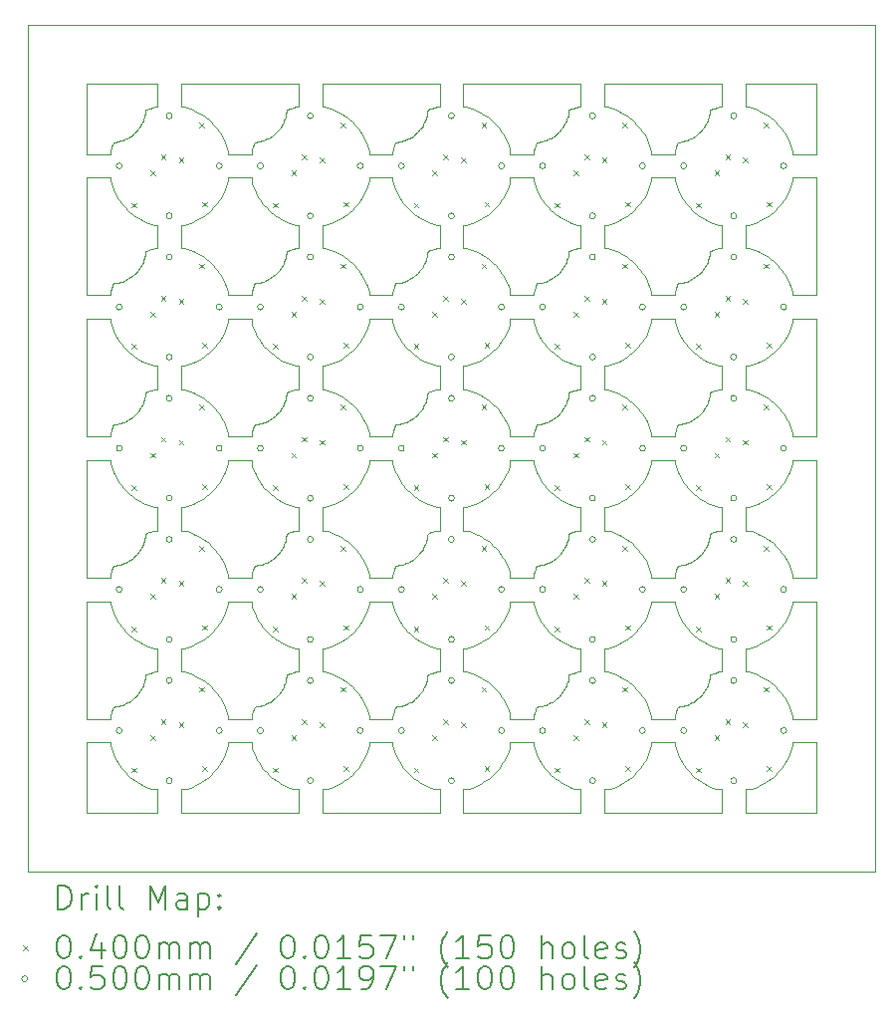
<source format=gbr>
%TF.GenerationSoftware,KiCad,Pcbnew,7.0.5-1.fc38*%
%TF.CreationDate,2023-07-07T14:28:28-04:00*%
%TF.ProjectId,bno085-i2c-board-v3-panel,626e6f30-3835-42d6-9932-632d626f6172,rev?*%
%TF.SameCoordinates,Original*%
%TF.FileFunction,Drillmap*%
%TF.FilePolarity,Positive*%
%FSLAX45Y45*%
G04 Gerber Fmt 4.5, Leading zero omitted, Abs format (unit mm)*
G04 Created by KiCad (PCBNEW 7.0.5-1.fc38) date 2023-07-07 14:28:28*
%MOMM*%
%LPD*%
G01*
G04 APERTURE LIST*
%ADD10C,0.100000*%
%ADD11C,0.200000*%
%ADD12C,0.040000*%
%ADD13C,0.050000*%
G04 APERTURE END LIST*
D10*
X12625716Y-6315491D02*
X12600557Y-6307093D01*
X13447195Y-6340925D02*
X13444673Y-6356283D01*
X16364659Y-3991815D02*
X16343243Y-3976168D01*
X12841456Y-2864758D02*
X12823691Y-2845063D01*
X15805456Y-7657297D02*
X15796955Y-7670333D01*
X16274572Y-3663888D02*
X16298139Y-3651721D01*
X14142907Y-3049443D02*
X14134509Y-3024284D01*
X16550000Y-8100000D02*
X16650000Y-8100000D01*
X16298139Y-2748279D02*
X16274572Y-2736112D01*
X14350000Y-5725000D02*
X14357093Y-5750557D01*
X17750000Y-4525000D02*
X17750000Y-4500000D01*
X16956757Y-3623832D02*
X16978950Y-3638357D01*
X12178950Y-4838357D02*
X12201860Y-4851721D01*
X12079990Y-2970375D02*
X12065793Y-2976753D01*
X16821489Y-7791358D02*
X16806283Y-7794673D01*
X16225716Y-2715491D02*
X16200557Y-2707093D01*
X17713888Y-2975428D02*
X17701721Y-2951860D01*
X12785241Y-4791456D02*
X12804936Y-4773691D01*
X13476115Y-6314831D02*
X13462441Y-6319951D01*
X17026753Y-2815793D02*
X17020375Y-2829990D01*
X13401860Y-8451721D02*
X13425428Y-8463888D01*
X15324827Y-8200409D02*
X15334509Y-8175716D01*
X12247195Y-5140925D02*
X12244673Y-5156283D01*
X12575000Y-3900000D02*
X12550000Y-3900000D01*
X15756558Y-4117563D02*
X15744997Y-4127983D01*
X14369951Y-6612441D02*
X14367342Y-6619260D01*
X16996955Y-5270333D02*
X16987789Y-5282911D01*
X17498140Y-4851721D02*
X17521050Y-4838357D01*
X14532911Y-7737789D02*
X14520333Y-7746955D01*
X11250000Y-9200000D02*
X11250000Y-9200000D01*
X14641358Y-6371489D02*
X14637258Y-6386503D01*
X16914758Y-4791456D02*
X16935341Y-4808185D01*
X17049591Y-8474827D02*
X17074284Y-8484509D01*
X15598279Y-8248139D02*
X15611643Y-8271050D01*
X13750000Y-3800000D02*
X13750000Y-3700000D01*
X17037258Y-6386503D02*
X17032385Y-6401284D01*
X13344997Y-5327983D02*
X13332911Y-5337789D01*
X15903871Y-6305762D02*
X15889929Y-6310100D01*
X14004936Y-4773691D02*
X14023691Y-4754936D01*
X12213270Y-2843837D02*
X12205456Y-2857297D01*
X14750000Y-8500000D02*
X14750000Y-8700000D01*
X13165491Y-3375716D02*
X13175172Y-3400409D01*
X16513888Y-8224572D02*
X16524827Y-8200409D01*
X16836503Y-2987258D02*
X16821489Y-2991358D01*
X14041456Y-2864758D02*
X14023691Y-2845063D01*
X13448918Y-2725457D02*
X13447195Y-2740925D01*
X12924827Y-7799591D02*
X12913888Y-7775428D01*
X13462441Y-6319951D02*
X13448918Y-6325457D01*
X15450000Y-7900000D02*
X15350000Y-7900000D01*
X13921050Y-8438357D02*
X13943243Y-8423832D01*
X13437258Y-5186503D02*
X13432385Y-5201284D01*
X16757093Y-8150557D02*
X16765491Y-8175716D01*
X16806283Y-5394673D02*
X16790925Y-5397195D01*
X14544997Y-2927983D02*
X14532911Y-2937789D01*
X12650409Y-7525172D02*
X12625716Y-7515491D01*
X13921050Y-3961643D02*
X13898139Y-3948279D01*
X14725000Y-5100000D02*
X14725000Y-5100000D01*
X15143243Y-3623832D02*
X15164659Y-3608185D01*
X16750000Y-5475000D02*
X16750000Y-5500000D01*
X14683005Y-6312417D02*
X14676115Y-6314831D01*
X16488357Y-4671050D02*
X16501721Y-4648140D01*
X14637258Y-7586503D02*
X14632385Y-7601284D01*
X12205456Y-6457297D02*
X12196955Y-6470333D01*
X13750000Y-7300000D02*
X13750000Y-7300000D01*
X13525000Y-7300000D02*
X13550000Y-7300000D01*
X12225428Y-7263888D02*
X12249591Y-7274827D01*
X13850409Y-7274827D02*
X13874572Y-7263888D01*
X14556757Y-7223832D02*
X14578950Y-7238357D01*
X15288357Y-5871050D02*
X15301721Y-5848139D01*
X13206283Y-7794673D02*
X13190925Y-7797195D01*
X13356757Y-8423832D02*
X13378950Y-8438357D01*
X12913888Y-3424572D02*
X12924827Y-3400409D01*
X16250409Y-6325172D02*
X16225716Y-6315491D01*
X17025428Y-8463888D02*
X17049591Y-8474827D01*
X12248918Y-3925457D02*
X12247195Y-3940925D01*
X15825428Y-4863888D02*
X15849591Y-4874827D01*
X15693837Y-7763270D02*
X15679990Y-7770375D01*
X13437258Y-3986503D02*
X13432385Y-4001284D01*
X15903871Y-7505762D02*
X15889929Y-7510100D01*
X13356757Y-7223832D02*
X13378950Y-7238357D01*
X15342907Y-8150557D02*
X15350000Y-8125000D01*
X13483005Y-2712417D02*
X13469260Y-2717343D01*
X15313888Y-3424572D02*
X15324827Y-3400409D01*
X15557093Y-5750557D02*
X15565491Y-5775716D01*
X16851284Y-4182385D02*
X16836503Y-4187258D01*
X12350000Y-3900000D02*
X12325000Y-3900000D01*
X13921050Y-6038357D02*
X13943243Y-6023832D01*
X13162416Y-6633005D02*
X13160100Y-6639928D01*
X14004936Y-3573691D02*
X14023691Y-3554936D01*
X12325000Y-8500000D02*
X12350000Y-8500000D01*
X17750000Y-5500000D02*
X17750000Y-5500000D01*
X11950000Y-6700000D02*
X11750000Y-6700000D01*
X13221489Y-4191358D02*
X13206283Y-4194673D01*
X16775457Y-6598918D02*
X16769951Y-6612441D01*
X16274572Y-8463888D02*
X16298139Y-8451721D01*
X13447195Y-3940925D02*
X13444673Y-3956283D01*
X15241456Y-7664758D02*
X15223691Y-7645063D01*
X16150000Y-3800000D02*
X16150000Y-3700000D01*
X12076309Y-8354936D02*
X12095063Y-8373691D01*
X17564659Y-6008185D02*
X17585242Y-5991456D01*
X17742907Y-7849443D02*
X17734509Y-7824284D01*
X17724827Y-5800409D02*
X17734509Y-5775716D01*
X14350000Y-7900000D02*
X14250000Y-7900000D01*
X17117930Y-6301821D02*
X17103871Y-6305762D01*
X15813270Y-5243837D02*
X15805456Y-5257297D01*
X17688357Y-7071050D02*
X17701721Y-7048139D01*
X13489929Y-2710100D02*
X13483005Y-2712417D01*
X12873832Y-6506757D02*
X12858185Y-6485341D01*
X16542907Y-3350557D02*
X16550000Y-3325000D01*
X11960100Y-6639928D02*
X11955762Y-6653871D01*
X15606283Y-2994673D02*
X15590925Y-2997195D01*
X17701721Y-6551860D02*
X17688357Y-6528950D01*
X12550000Y-3900000D02*
X12550000Y-3800000D01*
X13241815Y-7114659D02*
X13258544Y-7135241D01*
X15641815Y-7114659D02*
X15658544Y-7135241D01*
X12743243Y-5176168D02*
X12721050Y-5161643D01*
X12550000Y-6300000D02*
X12550000Y-6200000D01*
X16767342Y-3019260D02*
X16762416Y-3033005D01*
X15350000Y-5475000D02*
X15342907Y-5449443D01*
X12858185Y-7685341D02*
X12841456Y-7664758D01*
X17048918Y-3925457D02*
X17047195Y-3940925D01*
X11986111Y-5824572D02*
X11998279Y-5848139D01*
X16274572Y-4863888D02*
X16298139Y-4851721D01*
X16200557Y-6092907D02*
X16225716Y-6084509D01*
X16225716Y-6315491D02*
X16200557Y-6307093D01*
X12841456Y-6464758D02*
X12823691Y-6445063D01*
X16967563Y-4106558D02*
X16956558Y-4117563D01*
X15950000Y-2700000D02*
X15950000Y-2700000D01*
X15621489Y-4191358D02*
X15606283Y-4194673D01*
X17041358Y-5171489D02*
X17037258Y-5186503D01*
X15658544Y-4735242D02*
X15676309Y-4754936D01*
X16851284Y-5382385D02*
X16836503Y-5387258D01*
X12913888Y-4175428D02*
X12901721Y-4151860D01*
X12156558Y-6517563D02*
X12144997Y-6527983D01*
X16935341Y-7208185D02*
X16956757Y-7223832D01*
X12205456Y-5257297D02*
X12196955Y-5270333D01*
X15756757Y-7223832D02*
X15778950Y-7238357D01*
X12237258Y-3986503D02*
X12232385Y-4001284D01*
X13874572Y-6063888D02*
X13898139Y-6051721D01*
X11950000Y-4300000D02*
X11750000Y-4300000D01*
X14605456Y-7657297D02*
X14596955Y-7670333D01*
X12698139Y-4851721D02*
X12721050Y-4838357D01*
X14641358Y-3971489D02*
X14637258Y-3986503D01*
X14577983Y-5294997D02*
X14567563Y-5306558D01*
X13426753Y-2815793D02*
X13420375Y-2829990D01*
X17521050Y-6361643D02*
X17498140Y-6348279D01*
X14023691Y-4754936D02*
X14041456Y-4735242D01*
X14365491Y-3375716D02*
X14375172Y-3400409D01*
X16423691Y-5245064D02*
X16404936Y-5226309D01*
X17742907Y-3049443D02*
X17734509Y-3024284D01*
X13489929Y-7510100D02*
X13476115Y-7514831D01*
X14375457Y-2998918D02*
X14372656Y-3005660D01*
X14355762Y-7853871D02*
X14351821Y-7867930D01*
X17688357Y-8271050D02*
X17701721Y-8248139D01*
X15074572Y-3663888D02*
X15098139Y-3651721D01*
X14556558Y-5317563D02*
X14544997Y-5327983D01*
X15777983Y-5294997D02*
X15767563Y-5306558D01*
X12785241Y-7608544D02*
X12764659Y-7591815D01*
X15787789Y-4082911D02*
X15777983Y-4094997D01*
X12350000Y-3700000D02*
X12350000Y-3800000D01*
X12178950Y-8438357D02*
X12201860Y-8451721D01*
X16798279Y-4648140D02*
X16811643Y-4671050D01*
X13160100Y-3039928D02*
X13155762Y-3053871D01*
X17425716Y-7284509D02*
X17450409Y-7274827D01*
X12241358Y-6371489D02*
X12237258Y-6386503D01*
X16385241Y-4008544D02*
X16364659Y-3991815D01*
X15837258Y-6386503D02*
X15832385Y-6401284D01*
X16524827Y-8200409D02*
X16534509Y-8175716D01*
X12743243Y-7576168D02*
X12721050Y-7561643D01*
X16473832Y-6506757D02*
X16458185Y-6485341D01*
X16753741Y-3060886D02*
X16750000Y-3075000D01*
X13550000Y-2700000D02*
X13525000Y-2700000D01*
X15586111Y-8224572D02*
X15598279Y-8248139D01*
X14101721Y-4648140D02*
X14113888Y-4624572D01*
X12743243Y-2776168D02*
X12721050Y-2761643D01*
X13525000Y-5100000D02*
X13510886Y-5103742D01*
X12058544Y-5935241D02*
X12076309Y-5954936D01*
X17044673Y-7556283D02*
X17041358Y-7571489D01*
X15720333Y-2946955D02*
X15707297Y-2955456D01*
X14142907Y-4249443D02*
X14134509Y-4224284D01*
X15074572Y-6063888D02*
X15098139Y-6051721D01*
X12823691Y-5954936D02*
X12841456Y-5935241D01*
X16473832Y-5306757D02*
X16458185Y-5285341D01*
X17543243Y-4823832D02*
X17564659Y-4808185D01*
X12950000Y-6675000D02*
X12950000Y-6675000D01*
X17688357Y-2928950D02*
X17673832Y-2906757D01*
X14073832Y-6506757D02*
X14058185Y-6485341D01*
X15342907Y-4550557D02*
X15350000Y-4525000D01*
X14662441Y-5119951D02*
X14648918Y-5125457D01*
X13444673Y-6356283D02*
X13441358Y-6371489D01*
X14350000Y-8125000D02*
X14357093Y-8150557D01*
X15074572Y-4863888D02*
X15098139Y-4851721D01*
X14544997Y-6527983D02*
X14532911Y-6537789D01*
X14250000Y-7900000D02*
X14150000Y-7900000D01*
X15651284Y-6582385D02*
X15636503Y-6587258D01*
X15350000Y-3325000D02*
X15350000Y-3300000D01*
X13420375Y-4029990D02*
X13413270Y-4043837D01*
X15735341Y-8408185D02*
X15756757Y-8423832D01*
X16811643Y-8271050D02*
X16826168Y-8293243D01*
X14476309Y-5954936D02*
X14495063Y-5973691D01*
X14365491Y-4575716D02*
X14375172Y-4600409D01*
X16542907Y-5449443D02*
X16534509Y-5424284D01*
X12873832Y-5893243D02*
X12888357Y-5871050D01*
X17701721Y-4151860D02*
X17688357Y-4128950D01*
X13175172Y-7000409D02*
X13186111Y-7024572D01*
X14150000Y-4300000D02*
X14150000Y-4275000D01*
X12888357Y-3471050D02*
X12901721Y-3448139D01*
X13050000Y-5500000D02*
X12950000Y-5500000D01*
X12220375Y-2829990D02*
X12213270Y-2843837D01*
X12625716Y-8484509D02*
X12650409Y-8474827D01*
X15204936Y-6426309D02*
X15185241Y-6408544D01*
X13186111Y-8224572D02*
X13198279Y-8248139D01*
X16876309Y-3554936D02*
X16895064Y-3573691D01*
X16150000Y-8500000D02*
X16175000Y-8500000D01*
X15551821Y-6667930D02*
X15550000Y-6675000D01*
X14124827Y-4600409D02*
X14134509Y-4575716D01*
X13525000Y-3700000D02*
X13550000Y-3700000D01*
X13405456Y-6457297D02*
X13396955Y-6470333D01*
X13825716Y-6315491D02*
X13800557Y-6307093D01*
X12823691Y-7645063D02*
X12804936Y-7626309D01*
X12011643Y-4671050D02*
X12026168Y-4693243D01*
X16473832Y-4693243D02*
X16488357Y-4671050D01*
X15562416Y-4233005D02*
X15557881Y-4246884D01*
X17425716Y-6084509D02*
X17450409Y-6074827D01*
X15000557Y-7292907D02*
X15025716Y-7284509D01*
X12289929Y-3910100D02*
X12283005Y-3912417D01*
X15450000Y-5500000D02*
X15350000Y-5500000D01*
X12913888Y-4624572D02*
X12924827Y-4600409D01*
X16550000Y-5500000D02*
X16550000Y-5475000D01*
X15665793Y-5376753D02*
X15651284Y-5382385D01*
X12093837Y-2963270D02*
X12079990Y-2970375D01*
X16404936Y-7173691D02*
X16423691Y-7154936D01*
X15301721Y-6551860D02*
X15288357Y-6528950D01*
X13499443Y-3692907D02*
X13525000Y-3700000D01*
X16996955Y-7670333D02*
X16987789Y-7682911D01*
X14641358Y-2771489D02*
X14637258Y-2786503D01*
X13499443Y-8492907D02*
X13525000Y-8500000D01*
X17425716Y-6315491D02*
X17400557Y-6307093D01*
X14150000Y-3100000D02*
X14150000Y-3075000D01*
X12785241Y-5208544D02*
X12764659Y-5191815D01*
X15273832Y-7093243D02*
X15288357Y-7071050D01*
X14950000Y-6200000D02*
X14950000Y-6100000D01*
X12269260Y-2717343D02*
X12262441Y-2719951D01*
X14703871Y-6305762D02*
X14696884Y-6307882D01*
X12934509Y-4224284D02*
X12924827Y-4199591D01*
X15025716Y-2715491D02*
X15000557Y-2707093D01*
X12244673Y-6356283D02*
X12241358Y-6371489D01*
X12913888Y-6575428D02*
X12901721Y-6551860D01*
X16914758Y-5991456D02*
X16935341Y-6008185D01*
X16757093Y-3350557D02*
X16765491Y-3375716D01*
X12650409Y-3674827D02*
X12674572Y-3663888D01*
X13850409Y-5125173D02*
X13825716Y-5115491D01*
X13444673Y-3956283D02*
X13441358Y-3971489D01*
X17125000Y-3900000D02*
X17117930Y-3901821D01*
X15143243Y-8423832D02*
X15164659Y-8408185D01*
X14150000Y-3300000D02*
X14250000Y-3300000D01*
X15025716Y-6315491D02*
X15000557Y-6307093D01*
X13335341Y-4808185D02*
X13356757Y-4823832D01*
X15121050Y-6038357D02*
X15143243Y-6023832D01*
X17713888Y-7775428D02*
X17701721Y-7751860D01*
X14632385Y-6401284D02*
X14626753Y-6415793D01*
X16914758Y-8391456D02*
X16935341Y-8408185D01*
X14088357Y-7728950D02*
X14073832Y-7706757D01*
X15714758Y-3591456D02*
X15735341Y-3608185D01*
X16542907Y-8150557D02*
X16550000Y-8125000D01*
X12241358Y-7571489D02*
X12237258Y-7586503D01*
X13449591Y-4874827D02*
X13474284Y-4884509D01*
X13449591Y-6074827D02*
X13474284Y-6084509D01*
X15756757Y-4823832D02*
X15778950Y-4838357D01*
X15693837Y-2963270D02*
X15679990Y-2970375D01*
X14532911Y-5337789D02*
X14520333Y-5346955D01*
X12823691Y-3554936D02*
X12841456Y-3535241D01*
X13850409Y-3674827D02*
X13874572Y-3663888D01*
X15869260Y-7517343D02*
X15862441Y-7519951D01*
X13198279Y-3448139D02*
X13211643Y-3471050D01*
X12093837Y-5363270D02*
X12079990Y-5370375D01*
X17521050Y-6038357D02*
X17543243Y-6023832D01*
X15050409Y-6074827D02*
X15074572Y-6063888D01*
X14367342Y-6619260D02*
X14362416Y-6633005D01*
X12950000Y-8100000D02*
X13050000Y-8100000D01*
X12114758Y-3591456D02*
X12135341Y-3608185D01*
X16650000Y-5700000D02*
X16750000Y-5700000D01*
X14357093Y-8150557D02*
X14365491Y-8175716D01*
X12132911Y-6537789D02*
X12120333Y-6546955D01*
X17701721Y-7048139D02*
X17713888Y-7024572D01*
X12721050Y-6361643D02*
X12698139Y-6348279D01*
X14150000Y-5700000D02*
X14250000Y-5700000D01*
X15714758Y-8391456D02*
X15735341Y-8408185D01*
X14520333Y-6546955D02*
X14507297Y-6555456D01*
X16501721Y-7751860D02*
X16488357Y-7728950D01*
X15796955Y-7670333D02*
X15787789Y-7682911D01*
X17026753Y-6415793D02*
X17020375Y-6429990D01*
X16798279Y-5848139D02*
X16811643Y-5871050D01*
X11955762Y-5453871D02*
X11953741Y-5460886D01*
X13167342Y-7819260D02*
X13162416Y-7833005D01*
X17521050Y-7238357D02*
X17543243Y-7223832D01*
X12950000Y-6675000D02*
X12942907Y-6649443D01*
X15950000Y-6300000D02*
X15925000Y-6300000D01*
X16775172Y-8200409D02*
X16786112Y-8224572D01*
X14950000Y-4900000D02*
X14975000Y-4900000D01*
X15847195Y-2740925D02*
X15844673Y-2756283D01*
X15050409Y-8474827D02*
X15074572Y-8463888D01*
X17074284Y-4884509D02*
X17099443Y-4892907D01*
X13221489Y-6591358D02*
X13206283Y-6594673D01*
X13800557Y-8492907D02*
X13825716Y-8484509D01*
X13525000Y-2700000D02*
X13510886Y-2703742D01*
X16755762Y-3053871D02*
X16753741Y-3060886D01*
X16200557Y-7292907D02*
X16225716Y-7284509D01*
X16298139Y-7251721D02*
X16321050Y-7238357D01*
X12942907Y-3350557D02*
X12950000Y-3325000D01*
X12262441Y-3919951D02*
X12248918Y-3925457D01*
X11950000Y-4525000D02*
X11957093Y-4550557D01*
X15855660Y-3922656D02*
X15848918Y-3925457D01*
X17450409Y-3925172D02*
X17425716Y-3915491D01*
X12823691Y-7154936D02*
X12841456Y-7135241D01*
X12625716Y-4884509D02*
X12650409Y-4874827D01*
X12888357Y-4128950D02*
X12873832Y-4106757D01*
X15899443Y-3692907D02*
X15925000Y-3700000D01*
X12721050Y-8438357D02*
X12743243Y-8423832D01*
X15273832Y-5306757D02*
X15258185Y-5285341D01*
X15313888Y-8224572D02*
X15324827Y-8200409D01*
X15301721Y-4151860D02*
X15288357Y-4128950D01*
X14360100Y-6639928D02*
X14355762Y-6653871D01*
X16858544Y-7135241D02*
X16876309Y-7154936D01*
X15324827Y-5399591D02*
X15313888Y-5375428D01*
X17037258Y-7586503D02*
X17032385Y-7601284D01*
X16542907Y-6950557D02*
X16550000Y-6925000D01*
X14975000Y-2700000D02*
X14950000Y-2700000D01*
X16755762Y-4253871D02*
X16753741Y-4260886D01*
X16150000Y-3900000D02*
X16150000Y-3800000D01*
X12721050Y-6038357D02*
X12743243Y-6023832D01*
X15273832Y-5893243D02*
X15288357Y-5871050D01*
X13964659Y-3608185D02*
X13985241Y-3591456D01*
X12950000Y-7900000D02*
X12950000Y-7875000D01*
X14495063Y-7173691D02*
X14514758Y-7191456D01*
X12274284Y-6084509D02*
X12299443Y-6092907D01*
X17658185Y-4085341D02*
X17641456Y-4064758D01*
X15098139Y-8451721D02*
X15121050Y-8438357D01*
X13825716Y-4884509D02*
X13850409Y-4874827D01*
X12244673Y-5156283D02*
X12241358Y-5171489D01*
X12942907Y-5750557D02*
X12950000Y-5725000D01*
X12823691Y-2845063D02*
X12804936Y-2826309D01*
X15598279Y-3448139D02*
X15611643Y-3471050D01*
X16501721Y-5848139D02*
X16513888Y-5824572D01*
X14458544Y-7135241D02*
X14476309Y-7154936D01*
X17658185Y-4714659D02*
X17673832Y-4693243D01*
X15874284Y-7284509D02*
X15899443Y-7292907D01*
X12350000Y-5100000D02*
X12325000Y-5100000D01*
X12841456Y-4735242D02*
X12858185Y-4714659D01*
X17498140Y-6051721D02*
X17521050Y-6038357D01*
X17049591Y-4874827D02*
X17074284Y-4884509D01*
X13985241Y-8391456D02*
X14004936Y-8373691D01*
X12625716Y-5115491D02*
X12600557Y-5107093D01*
X13750000Y-8500000D02*
X13775000Y-8500000D01*
X12913888Y-7775428D02*
X12901721Y-7751860D01*
X16150000Y-3700000D02*
X16175000Y-3700000D01*
X14699443Y-8492907D02*
X14725000Y-8500000D01*
X13449591Y-3674827D02*
X13474284Y-3684509D01*
X16542907Y-5449443D02*
X16542907Y-5449443D01*
X13874572Y-4863888D02*
X13898139Y-4851721D01*
X15756757Y-3623832D02*
X15778950Y-3638357D01*
X12006283Y-2994673D02*
X11990925Y-2997195D01*
X14150000Y-6900000D02*
X14250000Y-6900000D01*
X15555762Y-7853871D02*
X15551821Y-7867930D01*
X17564659Y-4808185D02*
X17585242Y-4791456D01*
X15825428Y-8463888D02*
X15849591Y-8474827D01*
X17734509Y-4575716D02*
X17742907Y-4550557D01*
X15350000Y-6675000D02*
X15342907Y-6649443D01*
X16865793Y-7776753D02*
X16851284Y-7782385D01*
X15841358Y-7571489D02*
X15837258Y-7586503D01*
X13750000Y-7300000D02*
X13775000Y-7300000D01*
X12901721Y-3448139D02*
X12913888Y-3424572D01*
X13150000Y-3325000D02*
X13157093Y-3350557D01*
X14101721Y-6551860D02*
X14088357Y-6528950D01*
X14655660Y-2722656D02*
X14648918Y-2725457D01*
X17013270Y-2843837D02*
X17005456Y-2857297D01*
X15626168Y-4693243D02*
X15641815Y-4714659D01*
X17032385Y-5201284D02*
X17026753Y-5215793D01*
X16750000Y-4500000D02*
X16750000Y-4525000D01*
X12065793Y-2976753D02*
X12051284Y-2982385D01*
X16343243Y-7576168D02*
X16321050Y-7561643D01*
X17055660Y-2722656D02*
X17048918Y-2725457D01*
X14386111Y-3424572D02*
X14398279Y-3448139D01*
X17375000Y-2700000D02*
X17350000Y-2700000D01*
X14411643Y-5871050D02*
X14426168Y-5893243D01*
X11750000Y-5700000D02*
X11950000Y-5700000D01*
X12674572Y-2736112D02*
X12650409Y-2725173D01*
X12350000Y-7300000D02*
X12350000Y-7400000D01*
X14375457Y-7798918D02*
X14369951Y-7812441D01*
X15000557Y-3692907D02*
X15000557Y-3692907D01*
X16858544Y-3535241D02*
X16876309Y-3554936D01*
X16321050Y-5161643D02*
X16298139Y-5148279D01*
X12244673Y-2756283D02*
X12241358Y-2771489D01*
X12924827Y-8200409D02*
X12934509Y-8175716D01*
X16876309Y-4754936D02*
X16895064Y-4773691D01*
X16550000Y-6700000D02*
X16550000Y-6675000D01*
X16441456Y-7664758D02*
X16423691Y-7645063D01*
X11955762Y-6653871D02*
X11953741Y-6660886D01*
X12058544Y-4735242D02*
X12076309Y-4754936D01*
X17950000Y-6900000D02*
X17950000Y-7900000D01*
X16298139Y-5148279D02*
X16274572Y-5136112D01*
X15917930Y-6301821D02*
X15903871Y-6305762D01*
X13499443Y-6092907D02*
X13525000Y-6100000D01*
X15164659Y-6008185D02*
X15185241Y-5991456D01*
X12177983Y-5294997D02*
X12167563Y-5306558D01*
X16750000Y-4300000D02*
X16650000Y-4300000D01*
X12303871Y-5105762D02*
X12296884Y-5107882D01*
X12901721Y-2951860D02*
X12888357Y-2928950D01*
X14355762Y-4253871D02*
X14353741Y-4260886D01*
X13241815Y-5914659D02*
X13258544Y-5935241D01*
X12076309Y-5954936D02*
X12095063Y-5973691D01*
X11998279Y-8248139D02*
X12011643Y-8271050D01*
X15334509Y-3375716D02*
X15342907Y-3350557D01*
X13387789Y-6482911D02*
X13377983Y-6494997D01*
X16753741Y-6660886D02*
X16750000Y-6675000D01*
X14041456Y-7664758D02*
X14023691Y-7645063D01*
X12350000Y-5000000D02*
X12350000Y-5100000D01*
X15143243Y-6376168D02*
X15121050Y-6361643D01*
X15258185Y-5914659D02*
X15273832Y-5893243D01*
X16524827Y-4600409D02*
X16534509Y-4575716D01*
X15555762Y-4253871D02*
X15553741Y-4260886D01*
X11750000Y-5500000D02*
X11750000Y-4500000D01*
X12107297Y-2955456D02*
X12093837Y-2963270D01*
X16811643Y-3471050D02*
X16826168Y-3493243D01*
X15767563Y-7706558D02*
X15756558Y-7717563D01*
X14375172Y-3400409D02*
X14386111Y-3424572D01*
X16762416Y-3033005D02*
X16757881Y-3046884D01*
X16996955Y-4070333D02*
X16987789Y-4082911D01*
X14493837Y-2963270D02*
X14479990Y-2970375D01*
X15813270Y-2843837D02*
X15805456Y-2857297D01*
X15876115Y-7514831D02*
X15869260Y-7517343D01*
X16473832Y-8293243D02*
X16488357Y-8271050D01*
X14647195Y-3940925D02*
X14644673Y-3956283D01*
X14150000Y-6925000D02*
X14150000Y-6900000D01*
X14596955Y-4070333D02*
X14587789Y-4082911D01*
X17585242Y-7191456D02*
X17604936Y-7173691D01*
X17005456Y-5257297D02*
X16996955Y-5270333D01*
X16798279Y-7048139D02*
X16811643Y-7071050D01*
X14626753Y-5215793D02*
X14620375Y-5229990D01*
X15223691Y-8354936D02*
X15241456Y-8335241D01*
X12036503Y-2987258D02*
X12021489Y-2991358D01*
X16935341Y-8408185D02*
X16956757Y-8423832D01*
X12924827Y-7000409D02*
X12934509Y-6975716D01*
X11950000Y-4500000D02*
X11950000Y-4525000D01*
X14398279Y-4648140D02*
X14411643Y-4671050D01*
X14441815Y-7114659D02*
X14458544Y-7135241D01*
X13448918Y-5125457D02*
X13447195Y-5140925D01*
X13510886Y-5103742D02*
X13503871Y-5105762D01*
X15796955Y-6470333D02*
X15787789Y-6482911D01*
X13295063Y-7173691D02*
X13314758Y-7191456D01*
X16821489Y-6591358D02*
X16806283Y-6594673D01*
X14124827Y-4199591D02*
X14113888Y-4175428D01*
X17543243Y-7223832D02*
X17564659Y-7208185D01*
X15074572Y-5136112D02*
X15050409Y-5125173D01*
X13425428Y-7263888D02*
X13449591Y-7274827D01*
X14465793Y-6576753D02*
X14451284Y-6582385D01*
X16550000Y-5700000D02*
X16650000Y-5700000D01*
X14357881Y-3046884D02*
X14355762Y-3053871D01*
X16760100Y-7839928D02*
X16755762Y-7853871D01*
X13198279Y-7048139D02*
X13211643Y-7071050D01*
X12026168Y-8293243D02*
X12041815Y-8314659D01*
X12785241Y-7191456D02*
X12804936Y-7173691D01*
X16441456Y-5935241D02*
X16458185Y-5914659D01*
X13295063Y-8373691D02*
X13314758Y-8391456D01*
X15611643Y-4671050D02*
X15626168Y-4693243D01*
X15567342Y-6619260D02*
X15562416Y-6633005D01*
X14441815Y-4714659D02*
X14458544Y-4735242D01*
X12698139Y-8451721D02*
X12721050Y-8438357D01*
X15847195Y-6340925D02*
X15844673Y-6356283D01*
X13175457Y-7798918D02*
X13169951Y-7812441D01*
X16200557Y-8492907D02*
X16225716Y-8484509D01*
X16786112Y-8224572D02*
X16798279Y-8248139D01*
X13251284Y-6582385D02*
X13236503Y-6587258D01*
X15676309Y-4754936D02*
X15695063Y-4773691D01*
X14625428Y-7263888D02*
X14649591Y-7274827D01*
X11950000Y-5700000D02*
X11950000Y-5700000D01*
X17673832Y-4106757D02*
X17658185Y-4085341D01*
X16542907Y-7849443D02*
X16534509Y-7824284D01*
X16404936Y-8373691D02*
X16423691Y-8354936D01*
X15550000Y-7900000D02*
X15450000Y-7900000D01*
X16225716Y-6084509D02*
X16250409Y-6074827D01*
X16175000Y-6300000D02*
X16150000Y-6300000D01*
X14750000Y-7400000D02*
X14750000Y-7500000D01*
X16879990Y-7770375D02*
X16865793Y-7776753D01*
X13265793Y-7776753D02*
X13251284Y-7782385D01*
X14101721Y-7751860D02*
X14088357Y-7728950D01*
X14725000Y-6300000D02*
X14710886Y-6303742D01*
X16364659Y-6391815D02*
X16343243Y-6376168D01*
X16473832Y-2906757D02*
X16458185Y-2885341D01*
X14367342Y-5419260D02*
X14362416Y-5433005D01*
X16765491Y-5775716D02*
X16775172Y-5800409D01*
X12550000Y-3700000D02*
X12575000Y-3700000D01*
X13510886Y-2703742D02*
X13503871Y-2705762D01*
X12276115Y-5114831D02*
X12262441Y-5119951D01*
X17150000Y-3700000D02*
X17150000Y-3800000D01*
X16978950Y-6038357D02*
X17001860Y-6051721D01*
X13396955Y-6470333D02*
X13387789Y-6482911D01*
X15889929Y-2710100D02*
X15883005Y-2712417D01*
X16956757Y-4823832D02*
X16978950Y-4838357D01*
X13236503Y-4187258D02*
X13221489Y-4191358D01*
X17750000Y-5725000D02*
X17750000Y-5700000D01*
X16978950Y-3638357D02*
X17001860Y-3651721D01*
X15825428Y-6063888D02*
X15849591Y-6074827D01*
X15301721Y-2951860D02*
X15288357Y-2928950D01*
X15849591Y-7274827D02*
X15874284Y-7284509D01*
X14648918Y-2725457D02*
X14647195Y-2740925D01*
X16175000Y-4900000D02*
X16200557Y-4892907D01*
X16956757Y-7223832D02*
X16978950Y-7238357D01*
X16876309Y-5954936D02*
X16895064Y-5973691D01*
X13444673Y-5156283D02*
X13441358Y-5171489D01*
X11950000Y-7900000D02*
X11750000Y-7900000D01*
X12310886Y-6303742D02*
X12303871Y-6305762D01*
X12550000Y-3800000D02*
X12550000Y-3700000D01*
X11975457Y-6598918D02*
X11969951Y-6612441D01*
X14458544Y-8335241D02*
X14476309Y-8354936D01*
X17474572Y-7536111D02*
X17450409Y-7525172D01*
X14662441Y-6319951D02*
X14648918Y-6325457D01*
X11950000Y-3325000D02*
X11957093Y-3350557D01*
X15098139Y-6348279D02*
X15074572Y-6336111D01*
X13750000Y-3900000D02*
X13750000Y-3800000D01*
X14750000Y-2700000D02*
X14725000Y-2700000D01*
X13550000Y-3700000D02*
X13550000Y-3800000D01*
X16298139Y-7548279D02*
X16274572Y-7536111D01*
X14725000Y-3900000D02*
X14710886Y-3903742D01*
X15074572Y-7263888D02*
X15098139Y-7251721D01*
X12950000Y-4500000D02*
X13050000Y-4500000D01*
X12021489Y-4191358D02*
X12006283Y-4194673D01*
X14406283Y-6594673D02*
X14390925Y-6597195D01*
X17083005Y-6312417D02*
X17076115Y-6314831D01*
X14975000Y-4900000D02*
X15000557Y-4892907D01*
X14375172Y-4600409D02*
X14386111Y-4624572D01*
X12698139Y-3948279D02*
X12674572Y-3936111D01*
X17150000Y-5000000D02*
X17150000Y-5100000D01*
X15550000Y-6700000D02*
X15450000Y-6700000D01*
X15832385Y-6401284D02*
X15826753Y-6415793D01*
X15241456Y-3535241D02*
X15258185Y-3514659D01*
X14357093Y-5750557D02*
X14365491Y-5775716D01*
X17623691Y-7154936D02*
X17641456Y-7135241D01*
X15925000Y-6100000D02*
X15950000Y-6100000D01*
X15025716Y-3684509D02*
X15050409Y-3674827D01*
X12575000Y-7300000D02*
X12600557Y-7292907D01*
X14567563Y-5306558D02*
X14556558Y-5317563D01*
X12934509Y-3375716D02*
X12942907Y-3350557D01*
X15925000Y-3900000D02*
X15917930Y-3901821D01*
X15572656Y-3005660D02*
X15567342Y-3019260D01*
X13413270Y-6443837D02*
X13405456Y-6457297D01*
X15288357Y-4128950D02*
X15273832Y-4106757D01*
X17750000Y-5475000D02*
X17742907Y-5449443D01*
X12187789Y-7682911D02*
X12177983Y-7694997D01*
X15889929Y-7510100D02*
X15876115Y-7514831D01*
X14362416Y-7833005D02*
X14360100Y-7839928D01*
X11975172Y-5800409D02*
X11986111Y-5824572D01*
X12120333Y-2946955D02*
X12107297Y-2955456D01*
X13221489Y-7791358D02*
X13206283Y-7794673D01*
X16385241Y-2808544D02*
X16364659Y-2791815D01*
X11967342Y-4219260D02*
X11962416Y-4233005D01*
X13550000Y-6100000D02*
X13550000Y-6200000D01*
X12041815Y-5914659D02*
X12058544Y-5935241D01*
X17950000Y-5700000D02*
X17950000Y-6700000D01*
X16200557Y-2707093D02*
X16175000Y-2700000D01*
X15241456Y-8335241D02*
X15258185Y-8314659D01*
X14950000Y-6300000D02*
X14950000Y-6200000D01*
X16920333Y-4146955D02*
X16907297Y-4155456D01*
X11950000Y-4500000D02*
X11950000Y-4500000D01*
X12804936Y-3573691D02*
X12823691Y-3554936D01*
X17623691Y-5245064D02*
X17604936Y-5226309D01*
X17498140Y-3651721D02*
X17521050Y-3638357D01*
X17724827Y-6599591D02*
X17713888Y-6575428D01*
X14142907Y-8150557D02*
X14150000Y-8125000D01*
X17117930Y-5101821D02*
X17103871Y-5105762D01*
X17047195Y-3940925D02*
X17044673Y-3956283D01*
X15849591Y-4874827D02*
X15874284Y-4884509D01*
X16879990Y-5370375D02*
X16865793Y-5376753D01*
X14451284Y-5382385D02*
X14436503Y-5387258D01*
X15258185Y-3514659D02*
X15273832Y-3493243D01*
X13401860Y-3651721D02*
X13425428Y-3663888D01*
X14350000Y-8100000D02*
X14350000Y-8125000D01*
X15586111Y-7024572D02*
X15598279Y-7048139D01*
X12924827Y-4600409D02*
X12934509Y-4575716D01*
X12296884Y-6307882D02*
X12283005Y-6312417D01*
X16841815Y-8314659D02*
X16858544Y-8335241D01*
X15450000Y-6900000D02*
X15550000Y-6900000D01*
X12858185Y-7114659D02*
X12873832Y-7093243D01*
X15567342Y-7819260D02*
X15562416Y-7833005D01*
X17041358Y-2771489D02*
X17037258Y-2786503D01*
X17350000Y-7500000D02*
X17350000Y-7400000D01*
X16150000Y-8500000D02*
X16150000Y-8500000D01*
X15551821Y-5467930D02*
X15550000Y-5475000D01*
X17604936Y-8373691D02*
X17623691Y-8354936D01*
X14250000Y-4300000D02*
X14150000Y-4300000D01*
X13153741Y-4260886D02*
X13150000Y-4275000D01*
X17350000Y-3800000D02*
X17350000Y-3700000D01*
X12213270Y-5243837D02*
X12205456Y-5257297D01*
X13474284Y-7284509D02*
X13499443Y-7292907D01*
X16250409Y-4874827D02*
X16274572Y-4863888D01*
X14637258Y-3986503D02*
X14632385Y-4001284D01*
X14124827Y-5800409D02*
X14134509Y-5775716D01*
X16385241Y-6408544D02*
X16364659Y-6391815D01*
X16767342Y-4219260D02*
X16762416Y-4233005D01*
X14750000Y-2500000D02*
X14750000Y-2700000D01*
X17604936Y-4026309D02*
X17585242Y-4008544D01*
X15450000Y-4500000D02*
X15550000Y-4500000D01*
X12076309Y-3554936D02*
X12095063Y-3573691D01*
X14023691Y-7154936D02*
X14041456Y-7135241D01*
X13387789Y-4082911D02*
X13377983Y-4094997D01*
X15855660Y-2722656D02*
X15848918Y-2725457D01*
X17013270Y-4043837D02*
X17005456Y-4057297D01*
X17724827Y-3400409D02*
X17734509Y-3375716D01*
X17750000Y-6675000D02*
X17742907Y-6649443D01*
X15787789Y-2882911D02*
X15777983Y-2894997D01*
X16225716Y-7515491D02*
X16200557Y-7507093D01*
X13943243Y-4823832D02*
X13964659Y-4808185D01*
X17032385Y-7601284D02*
X17026753Y-7615793D01*
X16343243Y-2776168D02*
X16321050Y-2761643D01*
X16750000Y-5500000D02*
X16650000Y-5500000D01*
X13236503Y-7787258D02*
X13221489Y-7791358D01*
X14699443Y-3692907D02*
X14725000Y-3700000D01*
X12841456Y-7135241D02*
X12858185Y-7114659D01*
X15098139Y-3651721D02*
X15121050Y-3638357D01*
X15679990Y-6570375D02*
X15665793Y-6576753D01*
X12950000Y-6900000D02*
X13050000Y-6900000D01*
X14625428Y-4863888D02*
X14649591Y-4874827D01*
X13155762Y-6653871D02*
X13153741Y-6660886D01*
X12550000Y-2500000D02*
X13550000Y-2500000D01*
X11950000Y-4275000D02*
X11950000Y-4300000D01*
X12950000Y-4275000D02*
X12942907Y-4249443D01*
X12303871Y-2705762D02*
X12289929Y-2710100D01*
X13420375Y-7629990D02*
X13413270Y-7643837D01*
X12785241Y-4008544D02*
X12764659Y-3991815D01*
X16150000Y-5100000D02*
X16150000Y-5000000D01*
X12942907Y-6950557D02*
X12950000Y-6925000D01*
X16798279Y-3448139D02*
X16811643Y-3471050D01*
X16488357Y-7071050D02*
X16501721Y-7048139D01*
X13426753Y-4015793D02*
X13420375Y-4029990D01*
X16150000Y-8700000D02*
X16150000Y-8500000D01*
X13276309Y-5954936D02*
X13295063Y-5973691D01*
X14950000Y-2500000D02*
X15950000Y-2500000D01*
X12303871Y-2705762D02*
X12303871Y-2705762D01*
X17103871Y-5105762D02*
X17089929Y-5110100D01*
X12901721Y-4151860D02*
X12888357Y-4128950D01*
X15950000Y-3800000D02*
X15950000Y-3900000D01*
X16200557Y-5107093D02*
X16175000Y-5100000D01*
X13050000Y-6900000D02*
X13150000Y-6900000D01*
X13050000Y-4500000D02*
X13150000Y-4500000D01*
X12299443Y-7292907D02*
X12325000Y-7300000D01*
X14406283Y-2994673D02*
X14390925Y-2997195D01*
X12350000Y-2500000D02*
X12350000Y-2700000D01*
X11975457Y-7798918D02*
X11969951Y-7812441D01*
X14073832Y-3493243D02*
X14088357Y-3471050D01*
X13462441Y-5119951D02*
X13448918Y-5125457D01*
X13750000Y-3700000D02*
X13775000Y-3700000D01*
X12156558Y-2917563D02*
X12144997Y-2927983D01*
X15693837Y-6563270D02*
X15679990Y-6570375D01*
X14626753Y-4015793D02*
X14620375Y-4029990D01*
X12205456Y-4057297D02*
X12196955Y-4070333D01*
X17498140Y-2748279D02*
X17474572Y-2736112D01*
X14476309Y-7154936D02*
X14495063Y-7173691D01*
X14625428Y-8463888D02*
X14649591Y-8474827D01*
X12858185Y-4085341D02*
X12841456Y-4064758D01*
X15241456Y-7135241D02*
X15258185Y-7114659D01*
X14023691Y-2845063D02*
X14004936Y-2826309D01*
X16750000Y-3075000D02*
X16750000Y-3100000D01*
X12226753Y-4015793D02*
X12220375Y-4029990D01*
X15562416Y-5433005D02*
X15557881Y-5446884D01*
X12942907Y-3049443D02*
X12934509Y-3024284D01*
X16488357Y-8271050D02*
X16501721Y-8248139D01*
X16458185Y-5914659D02*
X16473832Y-5893243D01*
X13258544Y-8335241D02*
X13276309Y-8354936D01*
X13510886Y-7503742D02*
X13503871Y-7505762D01*
X14124827Y-3400409D02*
X14134509Y-3375716D01*
X13356558Y-2917563D02*
X13344997Y-2927983D01*
X14023691Y-8354936D02*
X14041456Y-8335241D01*
X15756757Y-8423832D02*
X15778950Y-8438357D01*
X14451284Y-2982385D02*
X14436503Y-2987258D01*
X11969951Y-4212441D02*
X11967342Y-4219260D01*
X15567342Y-5419260D02*
X15562416Y-5433005D01*
X13279990Y-4170375D02*
X13265793Y-4176753D01*
X16513888Y-4624572D02*
X16524827Y-4600409D01*
X12011643Y-3471050D02*
X12026168Y-3493243D01*
X14436503Y-2987258D02*
X14421489Y-2991358D01*
X16404936Y-4026309D02*
X16385241Y-4008544D01*
X16987789Y-7682911D02*
X16977983Y-7694997D01*
X14150000Y-8125000D02*
X14150000Y-8100000D01*
X15744997Y-5327983D02*
X15732911Y-5337789D01*
X13150000Y-8125000D02*
X13157093Y-8150557D01*
X15334509Y-6624284D02*
X15324827Y-6599591D01*
X14150000Y-6675000D02*
X14142907Y-6649443D01*
X15720333Y-6546955D02*
X15707297Y-6555456D01*
X15665793Y-2976753D02*
X15651284Y-2982385D01*
X12873832Y-2906757D02*
X12858185Y-2885341D01*
X15735341Y-7208185D02*
X15756757Y-7223832D01*
X13432385Y-6401284D02*
X13426753Y-6415793D01*
X14975000Y-6300000D02*
X14950000Y-6300000D01*
X11750000Y-3100000D02*
X11750000Y-2500000D01*
X16423691Y-3554936D02*
X16441456Y-3535241D01*
X12225428Y-4863888D02*
X12249591Y-4874827D01*
X12350000Y-6100000D02*
X12350000Y-6200000D01*
X14375457Y-5398918D02*
X14372656Y-5405660D01*
X16175000Y-5100000D02*
X16150000Y-5100000D01*
X15598279Y-7048139D02*
X15611643Y-7071050D01*
X15832385Y-2801284D02*
X15826753Y-2815793D01*
X13469260Y-3917343D02*
X13462441Y-3919951D01*
X12220375Y-7629990D02*
X12213270Y-7643837D01*
X13320333Y-5346955D02*
X13307297Y-5355456D01*
X17117930Y-3901821D02*
X17103871Y-3905762D01*
X16488357Y-7728950D02*
X16473832Y-7706757D01*
X15950000Y-3700000D02*
X15950000Y-3800000D01*
X15288357Y-2928950D02*
X15273832Y-2906757D01*
X14676115Y-7514831D02*
X14669260Y-7517343D01*
X15313888Y-6575428D02*
X15301721Y-6551860D01*
X17750000Y-4300000D02*
X17750000Y-4275000D01*
X12237258Y-5186503D02*
X12232385Y-5201284D01*
X13483005Y-3912417D02*
X13469260Y-3917343D01*
X13401860Y-7251721D02*
X13425428Y-7263888D01*
X16956558Y-4117563D02*
X16944997Y-4127983D01*
X14350000Y-3100000D02*
X14250000Y-3100000D01*
X16488357Y-6528950D02*
X16473832Y-6506757D01*
X13550000Y-4900000D02*
X13550000Y-5000000D01*
X14696884Y-3907882D02*
X14689929Y-3910100D01*
X12350000Y-8700000D02*
X11750000Y-8700000D01*
X13898139Y-3651721D02*
X13921050Y-3638357D01*
X17150000Y-6200000D02*
X17150000Y-6300000D01*
X12934509Y-6975716D02*
X12942907Y-6950557D01*
X17734509Y-3375716D02*
X17742907Y-3350557D01*
X13499443Y-4892907D02*
X13525000Y-4900000D01*
X15876115Y-5114831D02*
X15862441Y-5119951D01*
X16321050Y-4838357D02*
X16343243Y-4823832D01*
X13943243Y-7576168D02*
X13921050Y-7561643D01*
X13332911Y-6537789D02*
X13320333Y-6546955D01*
X12901721Y-8248139D02*
X12913888Y-8224572D01*
X15925000Y-2700000D02*
X15917930Y-2701821D01*
X16762416Y-7833005D02*
X16760100Y-7839928D01*
X12135341Y-7208185D02*
X12156757Y-7223832D01*
X14620375Y-2829990D02*
X14613270Y-2843837D01*
X14004936Y-7173691D02*
X14023691Y-7154936D01*
X12276115Y-6314831D02*
X12262441Y-6319951D01*
X17150000Y-3800000D02*
X17150000Y-3900000D01*
X12600557Y-8492907D02*
X12625716Y-8484509D01*
X15074572Y-8463888D02*
X15098139Y-8451721D01*
X12310886Y-7503742D02*
X12303871Y-7505762D01*
X13775000Y-6100000D02*
X13800557Y-6092907D01*
X12858185Y-5914659D02*
X12873832Y-5893243D01*
X16458185Y-4714659D02*
X16473832Y-4693243D01*
X17742907Y-3350557D02*
X17750000Y-3325000D01*
X15606283Y-6594673D02*
X15590925Y-6597195D01*
X15695063Y-8373691D02*
X15714758Y-8391456D01*
X15767563Y-6506558D02*
X15756558Y-6517563D01*
X16893837Y-7763270D02*
X16879990Y-7770375D01*
X13441358Y-7571489D02*
X13437258Y-7586503D01*
X14507297Y-2955456D02*
X14493837Y-2963270D01*
X13175172Y-5800409D02*
X13186111Y-5824572D01*
X12873832Y-4693243D02*
X12888357Y-4671050D01*
X15572656Y-4205660D02*
X15567342Y-4219260D01*
X15121050Y-8438357D02*
X15143243Y-8423832D01*
X15676309Y-8354936D02*
X15695063Y-8373691D01*
X14578950Y-4838357D02*
X14601860Y-4851721D01*
X12079990Y-7770375D02*
X12065793Y-7776753D01*
X17047195Y-2740925D02*
X17044673Y-2756283D01*
X17623691Y-3554936D02*
X17641456Y-3535241D01*
X17623691Y-4045063D02*
X17604936Y-4026309D01*
X15223691Y-4045063D02*
X15204936Y-4026309D01*
X12269260Y-3917343D02*
X12262441Y-3919951D01*
X12283005Y-5112417D02*
X12276115Y-5114831D01*
X16755762Y-5453871D02*
X16753741Y-5460886D01*
X16298139Y-4851721D02*
X16321050Y-4838357D01*
X13462441Y-2719951D02*
X13448918Y-2725457D01*
X15837258Y-3986503D02*
X15832385Y-4001284D01*
X12625716Y-3684509D02*
X12650409Y-3674827D01*
X15714758Y-5991456D02*
X15735341Y-6008185D01*
X14142907Y-5750557D02*
X14150000Y-5725000D01*
X12721050Y-5161643D02*
X12698139Y-5148279D01*
X17150000Y-7300000D02*
X17150000Y-7400000D01*
X17125000Y-8500000D02*
X17150000Y-8500000D01*
X14587789Y-4082911D02*
X14577983Y-4094997D01*
X15204936Y-4773691D02*
X15223691Y-4754936D01*
X13332911Y-2937789D02*
X13320333Y-2946955D01*
X16513888Y-5824572D02*
X16524827Y-5800409D01*
X15550000Y-3100000D02*
X15450000Y-3100000D01*
X15658544Y-3535241D02*
X15676309Y-3554936D01*
X14479990Y-2970375D02*
X14465793Y-2976753D01*
X14365491Y-6975716D02*
X14375172Y-7000409D01*
X13226168Y-5893243D02*
X13241815Y-5914659D01*
X13750000Y-2500000D02*
X14750000Y-2500000D01*
X14620375Y-5229990D02*
X14613270Y-5243837D01*
X12093837Y-7763270D02*
X12079990Y-7770375D01*
X16458185Y-7114659D02*
X16473832Y-7093243D01*
X15324827Y-5800409D02*
X15334509Y-5775716D01*
X16404936Y-3573691D02*
X16423691Y-3554936D01*
X16876309Y-8354936D02*
X16895064Y-8373691D01*
X14520333Y-5346955D02*
X14507297Y-5355456D01*
X16200557Y-4892907D02*
X16225716Y-4884509D01*
X15744997Y-6527983D02*
X15732911Y-6537789D01*
X13258544Y-7135241D02*
X13276309Y-7154936D01*
X13226168Y-4693243D02*
X13241815Y-4714659D01*
X16542907Y-6649443D02*
X16534509Y-6624284D01*
X15350000Y-6925000D02*
X15350000Y-6900000D01*
X15693837Y-5363270D02*
X15679990Y-5370375D01*
X12950000Y-5700000D02*
X13050000Y-5700000D01*
X13474284Y-6084509D02*
X13499443Y-6092907D01*
X15847195Y-3940925D02*
X15844673Y-3956283D01*
X17742907Y-4249443D02*
X17734509Y-4224284D01*
X14750000Y-7500000D02*
X14725000Y-7500000D01*
X12873832Y-3493243D02*
X12888357Y-3471050D01*
X14587789Y-5282911D02*
X14577983Y-5294997D01*
X15550000Y-5475000D02*
X15550000Y-5500000D01*
X12950000Y-3300000D02*
X13050000Y-3300000D01*
X12600557Y-5107093D02*
X12575000Y-5100000D01*
X16501721Y-6551860D02*
X16488357Y-6528950D01*
X13420375Y-5229990D02*
X13413270Y-5243837D01*
X15557881Y-4246884D02*
X15555762Y-4253871D01*
X15565491Y-4575716D02*
X15575172Y-4600409D01*
X13985241Y-5208544D02*
X13964659Y-5191815D01*
X17400557Y-6307093D02*
X17375000Y-6300000D01*
X14479990Y-7770375D02*
X14465793Y-7776753D01*
X12201860Y-7251721D02*
X12225428Y-7263888D01*
X12132911Y-4137789D02*
X12120333Y-4146955D01*
X13943243Y-5176168D02*
X13921050Y-5161643D01*
X13550000Y-8500000D02*
X13550000Y-8700000D01*
X13825716Y-2715491D02*
X13800557Y-2707093D01*
X15000557Y-3692907D02*
X15025716Y-3684509D01*
X12888357Y-2928950D02*
X12873832Y-2906757D01*
X17701721Y-5848139D02*
X17713888Y-5824572D01*
X17099443Y-6092907D02*
X17125000Y-6100000D01*
X14567563Y-6506558D02*
X14556558Y-6517563D01*
X17474572Y-4863888D02*
X17498140Y-4851721D01*
X13314758Y-4791456D02*
X13335341Y-4808185D01*
X13964659Y-5191815D02*
X13943243Y-5176168D01*
X16534509Y-6975716D02*
X16542907Y-6950557D01*
X15756558Y-7717563D02*
X15744997Y-7727983D01*
X12575000Y-7500000D02*
X12550000Y-7500000D01*
X17724827Y-5399591D02*
X17713888Y-5375428D01*
X16944997Y-7727983D02*
X16932911Y-7737789D01*
X15000557Y-5107093D02*
X14975000Y-5100000D01*
X12858185Y-4714659D02*
X12873832Y-4693243D01*
X12934509Y-3024284D02*
X12924827Y-2999591D01*
X14390925Y-7797195D02*
X14375457Y-7798918D01*
X12350000Y-6200000D02*
X12350000Y-6300000D01*
X17585242Y-2808544D02*
X17564659Y-2791815D01*
X15164659Y-5191815D02*
X15143243Y-5176168D01*
X17069260Y-7517343D02*
X17062441Y-7519951D01*
X13525000Y-6100000D02*
X13550000Y-6100000D01*
X14605456Y-4057297D02*
X14596955Y-4070333D01*
X14476309Y-3554936D02*
X14495063Y-3573691D01*
X14250000Y-3300000D02*
X14350000Y-3300000D01*
X14150000Y-4300000D02*
X14150000Y-4300000D01*
X16762416Y-5433005D02*
X16757881Y-5446884D01*
X15000557Y-4892907D02*
X15025716Y-4884509D01*
X16935341Y-4808185D02*
X16956757Y-4823832D01*
X12205456Y-2857297D02*
X12196955Y-2870333D01*
X14495063Y-8373691D02*
X14514758Y-8391456D01*
X17734509Y-8175716D02*
X17742907Y-8150557D01*
X14637258Y-2786503D02*
X14632385Y-2801284D01*
X17688357Y-3471050D02*
X17701721Y-3448139D01*
X13276309Y-3554936D02*
X13295063Y-3573691D01*
X13898139Y-5148279D02*
X13874572Y-5136112D01*
X16750000Y-3100000D02*
X16650000Y-3100000D01*
X14124827Y-2999591D02*
X14113888Y-2975428D01*
X16865793Y-2976753D02*
X16851284Y-2982385D01*
X16550000Y-4500000D02*
X16650000Y-4500000D01*
X17048918Y-5125457D02*
X17047195Y-5140925D01*
X15164659Y-8408185D02*
X15185241Y-8391456D01*
X17026753Y-5215793D02*
X17020375Y-5229990D01*
X12625716Y-3915491D02*
X12600557Y-3907093D01*
X12721050Y-2761643D02*
X12698139Y-2748279D01*
X11969951Y-5412441D02*
X11967342Y-5419260D01*
X15844673Y-3956283D02*
X15841358Y-3971489D01*
X14676115Y-6314831D02*
X14662441Y-6319951D01*
X12006283Y-4194673D02*
X11990925Y-4197195D01*
X12249591Y-4874827D02*
X12274284Y-4884509D01*
X12804936Y-5226309D02*
X12785241Y-5208544D01*
X13190925Y-5397195D02*
X13175457Y-5398918D01*
X17450409Y-5125173D02*
X17425716Y-5115491D01*
X15575457Y-7798918D02*
X15569951Y-7812441D01*
X14750000Y-7300000D02*
X14750000Y-7400000D01*
X13165491Y-5775716D02*
X13175172Y-5800409D01*
X14375172Y-7000409D02*
X14386111Y-7024572D01*
X15143243Y-4823832D02*
X15164659Y-4808185D01*
X12888357Y-7728950D02*
X12873832Y-7706757D01*
X13344997Y-7727983D02*
X13332911Y-7737789D01*
X15801860Y-6051721D02*
X15825428Y-6063888D01*
X15550000Y-8100000D02*
X15550000Y-8125000D01*
X16343243Y-7223832D02*
X16364659Y-7208185D01*
X17150000Y-2500000D02*
X17150000Y-2700000D01*
X15050409Y-3674827D02*
X15074572Y-3663888D01*
X12901721Y-5351860D02*
X12888357Y-5328950D01*
X12225428Y-8463888D02*
X12249591Y-8474827D01*
X17400557Y-8492907D02*
X17425716Y-8484509D01*
X15098139Y-6051721D02*
X15121050Y-6038357D01*
X13525000Y-6300000D02*
X13510886Y-6303742D01*
X15569951Y-6612441D02*
X15567342Y-6619260D01*
X14556558Y-6517563D02*
X14544997Y-6527983D01*
X12550000Y-8700000D02*
X12550000Y-8500000D01*
X12721050Y-7561643D02*
X12698139Y-7548279D01*
X14710886Y-5103742D02*
X14703871Y-5105762D01*
X13800557Y-6092907D02*
X13800557Y-6092907D01*
X16150000Y-4900000D02*
X16175000Y-4900000D01*
X15889929Y-3910100D02*
X15883005Y-3912417D01*
X15204936Y-5226309D02*
X15185241Y-5208544D01*
X15223691Y-6445063D02*
X15204936Y-6426309D01*
X16274572Y-2736112D02*
X16250409Y-2725173D01*
X15844673Y-7556283D02*
X15841358Y-7571489D01*
X17724827Y-2999591D02*
X17713888Y-2975428D01*
X15950000Y-4900000D02*
X15950000Y-5000000D01*
X14375172Y-5800409D02*
X14386111Y-5824572D01*
X14101721Y-2951860D02*
X14088357Y-2928950D01*
X17350000Y-5100000D02*
X17350000Y-5000000D01*
X17125000Y-6100000D02*
X17150000Y-6100000D01*
X12721050Y-7238357D02*
X12743243Y-7223832D01*
X17089929Y-5110100D02*
X17083005Y-5112417D01*
X14386111Y-5824572D02*
X14398279Y-5848139D01*
X14669260Y-7517343D02*
X14662441Y-7519951D01*
X12076309Y-7154936D02*
X12095063Y-7173691D01*
X13921050Y-6361643D02*
X13898139Y-6348279D01*
X12901721Y-7048139D02*
X12913888Y-7024572D01*
X13483005Y-6312417D02*
X13476115Y-6314831D01*
X16550000Y-6675000D02*
X16542907Y-6649443D01*
X12225428Y-6063888D02*
X12249591Y-6074827D01*
X14372656Y-5405660D02*
X14367342Y-5419260D01*
X14041456Y-6464758D02*
X14023691Y-6445063D01*
X14150000Y-5475000D02*
X14142907Y-5449443D01*
X15098139Y-7548279D02*
X15074572Y-7536111D01*
X14535341Y-7208185D02*
X14556757Y-7223832D01*
X14250000Y-6700000D02*
X14150000Y-6700000D01*
X12934509Y-6624284D02*
X12924827Y-6599591D01*
X13175172Y-8200409D02*
X13186111Y-8224572D01*
X15074572Y-2736112D02*
X15050409Y-2725173D01*
X16750000Y-6925000D02*
X16757093Y-6950557D01*
X16150000Y-7500000D02*
X16150000Y-7400000D01*
X12575000Y-4900000D02*
X12600557Y-4892907D01*
X14357881Y-4246884D02*
X14355762Y-4253871D01*
X13150000Y-4500000D02*
X13150000Y-4525000D01*
X11965491Y-4575716D02*
X11975172Y-4600409D01*
X15820375Y-4029990D02*
X15813270Y-4043837D01*
X15636503Y-2987258D02*
X15621489Y-2991358D01*
X11750000Y-8700000D02*
X11750000Y-8100000D01*
X14620375Y-6429990D02*
X14613270Y-6443837D01*
X11975172Y-3400409D02*
X11986111Y-3424572D01*
X14058185Y-5914659D02*
X14073832Y-5893243D01*
X12132911Y-5337789D02*
X12120333Y-5346955D01*
X16473832Y-7706757D02*
X16458185Y-7685341D01*
X13265793Y-2976753D02*
X13251284Y-2982385D01*
X15848918Y-3925457D02*
X15847195Y-3940925D01*
X14458544Y-5935241D02*
X14476309Y-5954936D01*
X16550000Y-5475000D02*
X16542907Y-5449443D01*
X14357093Y-4550557D02*
X14365491Y-4575716D01*
X16895064Y-8373691D02*
X16914758Y-8391456D01*
X13503871Y-5105762D02*
X13496884Y-5107882D01*
X11998279Y-3448139D02*
X12011643Y-3471050D01*
X13874572Y-2736112D02*
X13850409Y-2725173D01*
X15555762Y-3053871D02*
X15551821Y-3067930D01*
X17673832Y-7093243D02*
X17688357Y-7071050D01*
X16826168Y-7093243D02*
X16841815Y-7114659D01*
X11950000Y-6675000D02*
X11950000Y-6700000D01*
X17350000Y-3700000D02*
X17375000Y-3700000D01*
X15778950Y-7238357D02*
X15801860Y-7251721D01*
X13198279Y-4648140D02*
X13211643Y-4671050D01*
X12600557Y-2707093D02*
X12575000Y-2700000D01*
X11975457Y-4198918D02*
X11969951Y-4212441D01*
X15342907Y-6649443D02*
X15334509Y-6624284D01*
X12625716Y-7515491D02*
X12600557Y-7507093D01*
X12785241Y-6408544D02*
X12764659Y-6391815D01*
X15925000Y-8500000D02*
X15950000Y-8500000D01*
X16488357Y-3471050D02*
X16501721Y-3448139D01*
X12823691Y-5245064D02*
X12804936Y-5226309D01*
X13155762Y-7853871D02*
X13153741Y-7860886D01*
X14465793Y-5376753D02*
X14451284Y-5382385D01*
X14649591Y-8474827D02*
X14674284Y-8484509D01*
X17641456Y-5264758D02*
X17623691Y-5245064D01*
X13160100Y-5439929D02*
X13155762Y-5453871D01*
X15950000Y-8500000D02*
X15950000Y-8700000D01*
X16821489Y-4191358D02*
X16806283Y-4194673D01*
X12249591Y-7274827D02*
X12274284Y-7284509D01*
X14250000Y-5700000D02*
X14350000Y-5700000D01*
X16932911Y-6537789D02*
X16920333Y-6546955D01*
X14725000Y-8500000D02*
X14750000Y-8500000D01*
X12950000Y-4275000D02*
X12950000Y-4275000D01*
X16977983Y-6494997D02*
X16967563Y-6506558D01*
X15550000Y-7875000D02*
X15550000Y-7900000D01*
X13150000Y-5500000D02*
X13050000Y-5500000D01*
X13377983Y-4094997D02*
X13367563Y-4106558D01*
X14975000Y-7500000D02*
X14950000Y-7500000D01*
X14426168Y-8293243D02*
X14441815Y-8314659D01*
X15258185Y-6485341D02*
X15241456Y-6464758D01*
X12144997Y-4127983D02*
X12132911Y-4137789D01*
X14669260Y-2717343D02*
X14655660Y-2722656D01*
X14426168Y-7093243D02*
X14441815Y-7114659D01*
X15555762Y-6653871D02*
X15551821Y-6667930D01*
X12299443Y-4892907D02*
X12325000Y-4900000D01*
X17734509Y-6975716D02*
X17742907Y-6950557D01*
X11953741Y-4260886D02*
X11950000Y-4275000D01*
X16501721Y-3448139D02*
X16513888Y-3424572D01*
X16404936Y-6426309D02*
X16385241Y-6408544D01*
X16811643Y-4671050D02*
X16826168Y-4693243D01*
X14696884Y-2707882D02*
X14689929Y-2710100D01*
X17400557Y-4892907D02*
X17425716Y-4884509D01*
X16473832Y-4106757D02*
X16458185Y-4085341D01*
X16836503Y-4187258D02*
X16821489Y-4191358D01*
X17750000Y-8100000D02*
X17950000Y-8100000D01*
X12283005Y-2712417D02*
X12269260Y-2717343D01*
X18450000Y-9200000D02*
X18450000Y-2000000D01*
X12888357Y-4671050D02*
X12901721Y-4648140D01*
X14150000Y-6700000D02*
X14150000Y-6675000D01*
X15273832Y-8293243D02*
X15288357Y-8271050D01*
X17450409Y-6325172D02*
X17425716Y-6315491D01*
X15899443Y-7292907D02*
X15925000Y-7300000D01*
X17543243Y-8423832D02*
X17564659Y-8408185D01*
X12600557Y-7507093D02*
X12575000Y-7500000D01*
X12674572Y-7263888D02*
X12698139Y-7251721D01*
X15707297Y-7755456D02*
X15693837Y-7763270D01*
X14625428Y-3663888D02*
X14649591Y-3674827D01*
X15732911Y-6537789D02*
X15720333Y-6546955D01*
X16404936Y-2826309D02*
X16385241Y-2808544D01*
X17048918Y-6325457D02*
X17047195Y-6340925D01*
X17047195Y-6340925D02*
X17044673Y-6356283D01*
X12804936Y-6426309D02*
X12785241Y-6408544D01*
X17020375Y-7629990D02*
X17013270Y-7643837D01*
X11950000Y-3100000D02*
X11750000Y-3100000D01*
X13150000Y-5475000D02*
X13150000Y-5500000D01*
X15876115Y-6314831D02*
X15862441Y-6319951D01*
X12550000Y-6200000D02*
X12550000Y-6100000D01*
X15562416Y-7833005D02*
X15560100Y-7839928D01*
X12006283Y-7794673D02*
X11990925Y-7797195D01*
X12249591Y-3674827D02*
X12274284Y-3684509D01*
X16821489Y-2991358D02*
X16806283Y-2994673D01*
X13401860Y-4851721D02*
X13425428Y-4863888D01*
X17713888Y-8224572D02*
X17724827Y-8200409D01*
X17044673Y-6356283D02*
X17041358Y-6371489D01*
X15350000Y-3075000D02*
X15342907Y-3049443D01*
X14088357Y-5871050D02*
X14101721Y-5848139D01*
X13236503Y-5387258D02*
X13221489Y-5391358D01*
X15557881Y-3046884D02*
X15555762Y-3053871D01*
X12550000Y-5100000D02*
X12550000Y-5000000D01*
X15350000Y-3300000D02*
X15450000Y-3300000D01*
X14567563Y-4106558D02*
X14556558Y-4117563D01*
X16775457Y-7798918D02*
X16769951Y-7812441D01*
X12858185Y-6485341D02*
X12841456Y-6464758D01*
X15560100Y-6639928D02*
X15555762Y-6653871D01*
X14142907Y-7849443D02*
X14134509Y-7824284D01*
X17543243Y-7576168D02*
X17521050Y-7561643D01*
X14101721Y-4151860D02*
X14088357Y-4128950D01*
X16865793Y-4176753D02*
X16851284Y-4182385D01*
X17037258Y-5186503D02*
X17032385Y-5201284D01*
X12823691Y-8354936D02*
X12841456Y-8335241D01*
X13387789Y-2882911D02*
X13377983Y-2894997D01*
X13157093Y-3350557D02*
X13165491Y-3375716D01*
X15324827Y-7000409D02*
X15334509Y-6975716D01*
X12156757Y-3623832D02*
X12178950Y-3638357D01*
X12026168Y-5893243D02*
X12041815Y-5914659D01*
X16175000Y-2700000D02*
X16150000Y-2700000D01*
X15450000Y-3100000D02*
X15350000Y-3100000D01*
X16458185Y-8314659D02*
X16473832Y-8293243D01*
X14041456Y-4064758D02*
X14023691Y-4045063D01*
X14355762Y-5453871D02*
X14351821Y-5467930D01*
X17543243Y-6376168D02*
X17521050Y-6361643D01*
X15164659Y-3991815D02*
X15143243Y-3976168D01*
X12041815Y-8314659D02*
X12058544Y-8335241D01*
X14421489Y-5391358D02*
X14406283Y-5394673D01*
X14578950Y-3638357D02*
X14601860Y-3651721D01*
X16757093Y-4550557D02*
X16765491Y-4575716D01*
X13432385Y-7601284D02*
X13426753Y-7615793D01*
X12114758Y-7191456D02*
X12135341Y-7208185D01*
X12600557Y-6307093D02*
X12575000Y-6300000D01*
X12237258Y-2786503D02*
X12232385Y-2801284D01*
X16836503Y-7787258D02*
X16821489Y-7791358D01*
X17375000Y-4900000D02*
X17400557Y-4892907D01*
X12303871Y-6305762D02*
X12296884Y-6307882D01*
X14142907Y-3350557D02*
X14150000Y-3325000D01*
X15925000Y-6300000D02*
X15917930Y-6301821D01*
X12764659Y-7591815D02*
X12743243Y-7576168D01*
X14644673Y-5156283D02*
X14641358Y-5171489D01*
X16423691Y-8354936D02*
X16441456Y-8335241D01*
X16944997Y-6527983D02*
X16932911Y-6537789D01*
X13483005Y-5112417D02*
X13476115Y-5114831D01*
X15847195Y-5140925D02*
X15844673Y-5156283D01*
X17564659Y-5191815D02*
X17543243Y-5176168D01*
X14507297Y-5355456D02*
X14493837Y-5363270D01*
X12721050Y-3961643D02*
X12698139Y-3948279D01*
X13175457Y-5398918D02*
X13169951Y-5412441D01*
X14375172Y-8200409D02*
X14386111Y-8224572D01*
X15204936Y-7626309D02*
X15185241Y-7608544D01*
X13898139Y-6051721D02*
X13921050Y-6038357D01*
X14350000Y-6900000D02*
X14350000Y-6925000D01*
X16851284Y-6582385D02*
X16836503Y-6587258D01*
X15665793Y-6576753D02*
X15651284Y-6582385D01*
X17350000Y-2700000D02*
X17350000Y-2500000D01*
X15000557Y-7507093D02*
X14975000Y-7500000D01*
X16524827Y-5800409D02*
X16534509Y-5775716D01*
X13550000Y-3800000D02*
X13550000Y-3900000D01*
X14648918Y-3925457D02*
X14647195Y-3940925D01*
X16364659Y-8408185D02*
X16385241Y-8391456D01*
X17713888Y-4175428D02*
X17701721Y-4151860D01*
X12201860Y-8451721D02*
X12225428Y-8463888D01*
X17564659Y-7208185D02*
X17585242Y-7191456D01*
X13447195Y-2740925D02*
X13444673Y-2756283D01*
X12093837Y-4163270D02*
X12079990Y-4170375D01*
X15121050Y-5161643D02*
X15098139Y-5148279D01*
X16750000Y-5700000D02*
X16750000Y-5725000D01*
X15342907Y-5449443D02*
X15342907Y-5449443D01*
X17103871Y-2705762D02*
X17089929Y-2710100D01*
X13258544Y-3535241D02*
X13276309Y-3554936D01*
X12051284Y-7782385D02*
X12036503Y-7787258D01*
X13050000Y-3300000D02*
X13150000Y-3300000D01*
X12187789Y-5282911D02*
X12177983Y-5294997D01*
X16650000Y-3100000D02*
X16550000Y-3100000D01*
X16321050Y-7561643D02*
X16298139Y-7548279D01*
X17498140Y-6348279D02*
X17474572Y-6336111D01*
X14004936Y-5973691D02*
X14023691Y-5954936D01*
X13437258Y-7586503D02*
X13432385Y-7601284D01*
X17074284Y-8484509D02*
X17099443Y-8492907D01*
X12167563Y-5306558D02*
X12156558Y-5317563D01*
X16987789Y-5282911D02*
X16977983Y-5294997D01*
X16542907Y-5750557D02*
X16550000Y-5725000D01*
X13221489Y-2991358D02*
X13206283Y-2994673D01*
X16473832Y-3493243D02*
X16488357Y-3471050D01*
X13825716Y-3684509D02*
X13850409Y-3674827D01*
X15777983Y-6494997D02*
X15767563Y-6506558D01*
X11250000Y-9200000D02*
X18450000Y-9200000D01*
X15025716Y-8484509D02*
X15050409Y-8474827D01*
X16534509Y-6624284D02*
X16524827Y-6599591D01*
X14649591Y-6074827D02*
X14674284Y-6084509D01*
X12026168Y-4693243D02*
X12041815Y-4714659D01*
X16757881Y-5446884D02*
X16755762Y-5453871D01*
X14750000Y-3900000D02*
X14725000Y-3900000D01*
X17013270Y-7643837D02*
X17005456Y-7657297D01*
X12913888Y-2975428D02*
X12901721Y-2951860D01*
X12698139Y-5148279D02*
X12674572Y-5136112D01*
X13448918Y-3925457D02*
X13447195Y-3940925D01*
X12226753Y-7615793D02*
X12220375Y-7629990D01*
X14696884Y-7507882D02*
X14689929Y-7510100D01*
X12950000Y-3075000D02*
X12942907Y-3049443D01*
X15565491Y-5775716D02*
X15575172Y-5800409D01*
X15562416Y-6633005D02*
X15560100Y-6639928D01*
X12950000Y-7900000D02*
X12950000Y-7900000D01*
X17400557Y-2707093D02*
X17375000Y-2700000D01*
X14750000Y-6200000D02*
X14750000Y-6300000D01*
X15756558Y-2917563D02*
X15744997Y-2927983D01*
X14750000Y-8700000D02*
X13750000Y-8700000D01*
X14520333Y-7746955D02*
X14507297Y-7755456D01*
X14601860Y-3651721D02*
X14625428Y-3663888D01*
X16423691Y-4045063D02*
X16404936Y-4026309D01*
X17734509Y-7824284D02*
X17724827Y-7799591D01*
X13307297Y-5355456D02*
X13293837Y-5363270D01*
X13332911Y-5337789D02*
X13320333Y-5346955D01*
X12913888Y-8224572D02*
X12924827Y-8200409D01*
X12107297Y-6555456D02*
X12093837Y-6563270D01*
X14451284Y-7782385D02*
X14436503Y-7787258D01*
X14350000Y-4300000D02*
X14250000Y-4300000D01*
X16501721Y-7048139D02*
X16513888Y-7024572D01*
X16879990Y-2970375D02*
X16865793Y-2976753D01*
X12550000Y-7400000D02*
X12550000Y-7300000D01*
X15744997Y-7727983D02*
X15732911Y-7737789D01*
X14041456Y-8335241D02*
X14058185Y-8314659D01*
X13444673Y-7556283D02*
X13441358Y-7571489D01*
X13432385Y-4001284D02*
X13426753Y-4015793D01*
X16790925Y-5397195D02*
X16775457Y-5398918D01*
X16765491Y-4575716D02*
X16775172Y-4600409D01*
X14648918Y-6325457D02*
X14647195Y-6340925D01*
X13964659Y-2791815D02*
X13943243Y-2776168D01*
X13293837Y-2963270D02*
X13279990Y-2970375D01*
X16550000Y-3325000D02*
X16550000Y-3300000D01*
X12350000Y-7500000D02*
X12325000Y-7500000D01*
X17474572Y-5136112D02*
X17450409Y-5125173D01*
X13198279Y-5848139D02*
X13211643Y-5871050D01*
X15560100Y-7839928D02*
X15555762Y-7853871D01*
X16524827Y-7799591D02*
X16513888Y-7775428D01*
X15098139Y-4851721D02*
X15121050Y-4838357D01*
X12201860Y-3651721D02*
X12225428Y-3663888D01*
X15301721Y-3448139D02*
X15313888Y-3424572D01*
X15837258Y-2786503D02*
X15832385Y-2801284D01*
X17543243Y-3976168D02*
X17521050Y-3961643D01*
X14514758Y-8391456D02*
X14535341Y-8408185D01*
X13160100Y-6639928D02*
X13155762Y-6653871D01*
X13496884Y-5107882D02*
X13483005Y-5112417D01*
X13164831Y-5426115D02*
X13160100Y-5439929D01*
X12823691Y-4045063D02*
X12804936Y-4026309D01*
X16385241Y-4791456D02*
X16404936Y-4773691D01*
X16150000Y-7400000D02*
X16150000Y-7300000D01*
X13750000Y-6100000D02*
X13775000Y-6100000D01*
X15562416Y-3033005D02*
X15557881Y-3046884D01*
X16978950Y-8438357D02*
X17001860Y-8451721D01*
X15720333Y-5346955D02*
X15707297Y-5355456D01*
X15658544Y-5935241D02*
X15676309Y-5954936D01*
X16775172Y-7000409D02*
X16786112Y-7024572D01*
X15121050Y-7238357D02*
X15143243Y-7223832D01*
X13335341Y-6008185D02*
X13356757Y-6023832D01*
X16987789Y-4082911D02*
X16977983Y-4094997D01*
X15925000Y-3700000D02*
X15950000Y-3700000D01*
X11965491Y-8175716D02*
X11975172Y-8200409D01*
X17375000Y-5100000D02*
X17350000Y-5100000D01*
X14101721Y-7048139D02*
X14113888Y-7024572D01*
X11975457Y-2998918D02*
X11972656Y-3005660D01*
X13469260Y-2717343D02*
X13462441Y-2719951D01*
X15288357Y-7728950D02*
X15273832Y-7706757D01*
X17350000Y-7400000D02*
X17350000Y-7300000D01*
X14250000Y-8100000D02*
X14350000Y-8100000D01*
X15550000Y-4500000D02*
X15550000Y-4525000D01*
X11986111Y-8224572D02*
X11998279Y-8248139D01*
X15575457Y-2998918D02*
X15572656Y-3005660D01*
X16996955Y-6470333D02*
X16987789Y-6482911D01*
X17498140Y-5148279D02*
X17474572Y-5136112D01*
X17750000Y-4275000D02*
X17742907Y-4249443D01*
X13775000Y-7300000D02*
X13800557Y-7292907D01*
X16524827Y-7000409D02*
X16534509Y-6975716D01*
X13447195Y-5140925D02*
X13444673Y-5156283D01*
X15098139Y-3948279D02*
X15074572Y-3936111D01*
X16650000Y-4500000D02*
X16750000Y-4500000D01*
X15324827Y-4199591D02*
X15313888Y-4175428D01*
X13441358Y-5171489D02*
X13437258Y-5186503D01*
X12241358Y-5171489D02*
X12237258Y-5186503D01*
X13251284Y-5382385D02*
X13236503Y-5387258D01*
X16150000Y-6100000D02*
X16175000Y-6100000D01*
X11965491Y-5775716D02*
X11975172Y-5800409D01*
X13251284Y-2982385D02*
X13236503Y-2987258D01*
X17069260Y-3917343D02*
X17055660Y-3922656D01*
X14004936Y-5226309D02*
X13985241Y-5208544D01*
X14058185Y-4714659D02*
X14073832Y-4693243D01*
X16650000Y-6900000D02*
X16750000Y-6900000D01*
X12550000Y-2700000D02*
X12550000Y-2500000D01*
X14101721Y-8248139D02*
X14113888Y-8224572D01*
X12650409Y-6325172D02*
X12625716Y-6315491D01*
X14350000Y-6700000D02*
X14250000Y-6700000D01*
X15925000Y-7500000D02*
X15910886Y-7503742D01*
X15801860Y-7251721D02*
X15825428Y-7263888D01*
X15950000Y-2500000D02*
X15950000Y-2700000D01*
X15735341Y-6008185D02*
X15756757Y-6023832D01*
X14725000Y-5100000D02*
X14710886Y-5103742D01*
X13825716Y-7284509D02*
X13850409Y-7274827D01*
X13510886Y-6303742D02*
X13503871Y-6305762D01*
X16250409Y-7525172D02*
X16225716Y-7515491D01*
X13175172Y-3400409D02*
X13186111Y-3424572D01*
X14649591Y-7274827D02*
X14674284Y-7284509D01*
X16775172Y-3400409D02*
X16786112Y-3424572D01*
X11955762Y-3053871D02*
X11953741Y-3060886D01*
X13750000Y-5000000D02*
X13750000Y-4900000D01*
X12950000Y-5475000D02*
X12942907Y-5449443D01*
X12247195Y-6340925D02*
X12244673Y-6356283D01*
X14355762Y-3053871D02*
X14351821Y-3067930D01*
X15550000Y-4300000D02*
X15450000Y-4300000D01*
X15796955Y-5270333D02*
X15787789Y-5282911D01*
X17350000Y-4900000D02*
X17375000Y-4900000D01*
X15550000Y-3075000D02*
X15550000Y-3100000D01*
X13448918Y-7525457D02*
X13447195Y-7540925D01*
X15050409Y-5125173D02*
X15025716Y-5115491D01*
X16550000Y-4525000D02*
X16550000Y-4500000D01*
X13241815Y-3514659D02*
X13258544Y-3535241D01*
X17001860Y-6051721D02*
X17025428Y-6063888D01*
X14644673Y-3956283D02*
X14641358Y-3971489D01*
X17150000Y-8700000D02*
X16150000Y-8700000D01*
X14357093Y-6950557D02*
X14365491Y-6975716D01*
X16841815Y-3514659D02*
X16858544Y-3535241D01*
X15324827Y-3400409D02*
X15334509Y-3375716D01*
X13525000Y-7500000D02*
X13510886Y-7503742D01*
X15626168Y-8293243D02*
X15641815Y-8314659D01*
X17125000Y-6300000D02*
X17117930Y-6301821D01*
X15143243Y-3976168D02*
X15121050Y-3961643D01*
X13405456Y-7657297D02*
X13396955Y-7670333D01*
X16550000Y-7900000D02*
X16550000Y-7875000D01*
X15679990Y-7770375D02*
X15665793Y-7776753D01*
X15641815Y-5914659D02*
X15658544Y-5935241D01*
X12274284Y-3684509D02*
X12299443Y-3692907D01*
X12575000Y-6100000D02*
X12600557Y-6092907D01*
X12310886Y-5103742D02*
X12303871Y-5105762D01*
X14426168Y-4693243D02*
X14441815Y-4714659D01*
X14365491Y-5775716D02*
X14375172Y-5800409D01*
X12177983Y-7694997D02*
X12167563Y-7706558D01*
X16769951Y-4212441D02*
X16767342Y-4219260D01*
X13241815Y-8314659D02*
X13258544Y-8335241D01*
X12325000Y-3900000D02*
X12310886Y-3903742D01*
X17125000Y-3700000D02*
X17150000Y-3700000D01*
X17701721Y-4648140D02*
X17713888Y-4624572D01*
X15641815Y-8314659D02*
X15658544Y-8335241D01*
X15204936Y-7173691D02*
X15223691Y-7154936D01*
X15841358Y-5171489D02*
X15837258Y-5186503D01*
X15324827Y-4600409D02*
X15334509Y-4575716D01*
X15557093Y-4550557D02*
X15565491Y-4575716D01*
X13157093Y-5750557D02*
X13165491Y-5775716D01*
X14451284Y-4182385D02*
X14436503Y-4187258D01*
X17150000Y-8500000D02*
X17150000Y-8700000D01*
X14683005Y-3912417D02*
X14669260Y-3917343D01*
X15575172Y-7000409D02*
X15586111Y-7024572D01*
X14350000Y-6925000D02*
X14357093Y-6950557D01*
X15665793Y-7776753D02*
X15651284Y-7782385D01*
X17076115Y-6314831D02*
X17062441Y-6319951D01*
X12095063Y-7173691D02*
X12114758Y-7191456D01*
X17564659Y-8408185D02*
X17585242Y-8391456D01*
X17041358Y-7571489D02*
X17037258Y-7586503D01*
X17375000Y-7500000D02*
X17350000Y-7500000D01*
X16550000Y-7875000D02*
X16542907Y-7849443D01*
X13167342Y-4219260D02*
X13162416Y-4233005D01*
X17564659Y-7591815D02*
X17543243Y-7576168D01*
X17750000Y-7900000D02*
X17750000Y-7900000D01*
X16225716Y-3684509D02*
X16250409Y-3674827D01*
X13387789Y-7682911D02*
X13377983Y-7694997D01*
X14975000Y-3900000D02*
X14950000Y-3900000D01*
X16458185Y-6485341D02*
X16441456Y-6464758D01*
X17032385Y-4001284D02*
X17026753Y-4015793D01*
X15273832Y-7706757D02*
X15258185Y-7685341D01*
X17658185Y-2885341D02*
X17641456Y-2864758D01*
X16343243Y-5176168D02*
X16321050Y-5161643D01*
X13307297Y-6555456D02*
X13293837Y-6563270D01*
X16858544Y-8335241D02*
X16876309Y-8354936D01*
X14124827Y-7799591D02*
X14113888Y-7775428D01*
X13293837Y-5363270D02*
X13279990Y-5370375D01*
X12058544Y-7135241D02*
X12076309Y-7154936D01*
X14390925Y-2997195D02*
X14375457Y-2998918D01*
X13750000Y-6300000D02*
X13750000Y-6200000D01*
X15258185Y-5285341D02*
X15241456Y-5264758D01*
X13236503Y-2987258D02*
X13221489Y-2991358D01*
X16501721Y-5351860D02*
X16488357Y-5328950D01*
X16895064Y-3573691D02*
X16914758Y-3591456D01*
X15621489Y-7791358D02*
X15606283Y-7794673D01*
X14514758Y-4791456D02*
X14535341Y-4808185D01*
X15849591Y-6074827D02*
X15874284Y-6084509D01*
X15342907Y-6950557D02*
X15350000Y-6925000D01*
X13157093Y-6950557D02*
X13165491Y-6975716D01*
X16650000Y-6700000D02*
X16550000Y-6700000D01*
X15899443Y-4892907D02*
X15925000Y-4900000D01*
X14023691Y-7645063D02*
X14004936Y-7626309D01*
X15334509Y-8175716D02*
X15342907Y-8150557D01*
X15695063Y-7173691D02*
X15714758Y-7191456D01*
X14088357Y-7071050D02*
X14101721Y-7048139D01*
X12299443Y-8492907D02*
X12325000Y-8500000D01*
X14632385Y-2801284D02*
X14626753Y-2815793D01*
X13150000Y-6700000D02*
X13050000Y-6700000D01*
X13525000Y-8500000D02*
X13550000Y-8500000D01*
X12144997Y-6527983D02*
X12132911Y-6537789D01*
X15820375Y-6429990D02*
X15813270Y-6443837D01*
X13850409Y-4874827D02*
X13874572Y-4863888D01*
X17750000Y-3100000D02*
X17750000Y-3075000D01*
X16790925Y-4197195D02*
X16775457Y-4198918D01*
X14390925Y-6597195D02*
X14375457Y-6598918D01*
X12873832Y-8293243D02*
X12888357Y-8271050D01*
X17713888Y-5375428D02*
X17701721Y-5351860D01*
X12248918Y-6325457D02*
X12247195Y-6340925D01*
X15342907Y-7849443D02*
X15334509Y-7824284D01*
X15342907Y-5449443D02*
X15334509Y-5424284D01*
X16786112Y-3424572D02*
X16798279Y-3448139D01*
X13150000Y-3100000D02*
X13050000Y-3100000D01*
X12804936Y-4026309D02*
X12785241Y-4008544D01*
X12743243Y-3623832D02*
X12764659Y-3608185D01*
X14421489Y-2991358D02*
X14406283Y-2994673D01*
X14950000Y-8700000D02*
X14950000Y-8500000D01*
X17150000Y-6300000D02*
X17125000Y-6300000D01*
X14041456Y-4735242D02*
X14058185Y-4714659D01*
X14367342Y-7819260D02*
X14362416Y-7833005D01*
X12021489Y-7791358D02*
X12006283Y-7794673D01*
X13800557Y-3692907D02*
X13825716Y-3684509D01*
X14520333Y-2946955D02*
X14507297Y-2955456D01*
X14626753Y-2815793D02*
X14620375Y-2829990D01*
X12924827Y-2999591D02*
X12913888Y-2975428D01*
X12167563Y-6506558D02*
X12156558Y-6517563D01*
X12873832Y-4106757D02*
X12858185Y-4085341D01*
X14411643Y-3471050D02*
X14426168Y-3493243D01*
X12156558Y-4117563D02*
X12144997Y-4127983D01*
X13175457Y-6598918D02*
X13169951Y-6612441D01*
X15273832Y-3493243D02*
X15288357Y-3471050D01*
X12950000Y-7875000D02*
X12942907Y-7849443D01*
X17001860Y-3651721D02*
X17025428Y-3663888D01*
X13169951Y-4212441D02*
X13167342Y-4219260D01*
X12888357Y-6528950D02*
X12873832Y-6506757D01*
X16786112Y-4624572D02*
X16798279Y-4648140D01*
X17425716Y-4884509D02*
X17450409Y-4874827D01*
X12698139Y-6348279D02*
X12674572Y-6336111D01*
X15551821Y-7867930D02*
X15550000Y-7875000D01*
X15862441Y-7519951D02*
X15848918Y-7525457D01*
X16790925Y-7797195D02*
X16775457Y-7798918D01*
X16298139Y-6051721D02*
X16321050Y-6038357D01*
X13943243Y-6023832D02*
X13964659Y-6008185D01*
X13320333Y-4146955D02*
X13307297Y-4155456D01*
X13307297Y-2955456D02*
X13293837Y-2963270D01*
X16750000Y-6700000D02*
X16650000Y-6700000D01*
X16956757Y-8423832D02*
X16978950Y-8438357D01*
X17564659Y-6391815D02*
X17543243Y-6376168D01*
X15606283Y-4194673D02*
X15590925Y-4197195D01*
X12823691Y-4754936D02*
X12841456Y-4735242D01*
X15223691Y-2845063D02*
X15204936Y-2826309D01*
X12650409Y-6074827D02*
X12674572Y-6063888D01*
X14465793Y-7776753D02*
X14451284Y-7782385D01*
X17474572Y-3663888D02*
X17498140Y-3651721D01*
X12950000Y-4300000D02*
X12950000Y-4275000D01*
X12575000Y-8500000D02*
X12600557Y-8492907D01*
X17076115Y-7514831D02*
X17069260Y-7517343D01*
X16914758Y-7191456D02*
X16935341Y-7208185D01*
X12196955Y-5270333D02*
X12187789Y-5282911D01*
X13405456Y-5257297D02*
X13396955Y-5270333D01*
X16750000Y-7875000D02*
X16750000Y-7900000D01*
X13367563Y-4106558D02*
X13356558Y-4117563D01*
X15756757Y-6023832D02*
X15778950Y-6038357D01*
X15350000Y-4275000D02*
X15342907Y-4249443D01*
X17750000Y-6700000D02*
X17750000Y-6700000D01*
X15204936Y-4026309D02*
X15185241Y-4008544D01*
X16343243Y-8423832D02*
X16364659Y-8408185D01*
X11964831Y-5426115D02*
X11960100Y-5439929D01*
X13444673Y-2756283D02*
X13441358Y-2771489D01*
X14950000Y-2700000D02*
X14950000Y-2500000D01*
X13169951Y-7812441D02*
X13167342Y-7819260D01*
X15241456Y-2864758D02*
X15223691Y-2845063D01*
X14641358Y-7571489D02*
X14637258Y-7586503D01*
X12650409Y-8474827D02*
X12674572Y-8463888D01*
X17350000Y-6200000D02*
X17350000Y-6100000D01*
X16826168Y-5893243D02*
X16841815Y-5914659D01*
X14058185Y-8314659D02*
X14073832Y-8293243D01*
X13775000Y-7500000D02*
X13750000Y-7500000D01*
X12196955Y-2870333D02*
X12187789Y-2882911D01*
X14644673Y-2756283D02*
X14641358Y-2771489D01*
X14532911Y-6537789D02*
X14520333Y-6546955D01*
X13211643Y-5871050D02*
X13226168Y-5893243D01*
X13190925Y-6597195D02*
X13175457Y-6598918D01*
X17450409Y-7525172D02*
X17425716Y-7515491D01*
X14676115Y-5114831D02*
X14662441Y-5119951D01*
X16298139Y-3651721D02*
X16321050Y-3638357D01*
X13160100Y-4239929D02*
X13157881Y-4246884D01*
X14520333Y-4146955D02*
X14507297Y-4155456D01*
X14398279Y-8248139D02*
X14411643Y-8271050D01*
X13898139Y-6348279D02*
X13874572Y-6336111D01*
X13550000Y-7400000D02*
X13550000Y-7500000D01*
X12674572Y-5136112D02*
X12650409Y-5125173D01*
X14648918Y-7525457D02*
X14647195Y-7540925D01*
X15572656Y-5405660D02*
X15567342Y-5419260D01*
X16760100Y-6639928D02*
X16755762Y-6653871D01*
X12107297Y-5355456D02*
X12093837Y-5363270D01*
X16826168Y-4693243D02*
X16841815Y-4714659D01*
X13265793Y-5376753D02*
X13251284Y-5382385D01*
X15658544Y-8335241D02*
X15676309Y-8354936D01*
X15844673Y-2756283D02*
X15841358Y-2771489D01*
X16385241Y-8391456D02*
X16404936Y-8373691D01*
X12144997Y-2927983D02*
X12132911Y-2937789D01*
X14613270Y-5243837D02*
X14605456Y-5257297D01*
X15950000Y-5000000D02*
X15950000Y-5100000D01*
X12249591Y-6074827D02*
X12274284Y-6084509D01*
X13874572Y-8463888D02*
X13898139Y-8451721D01*
X16967563Y-5306558D02*
X16956558Y-5317563D01*
X14088357Y-4671050D02*
X14101721Y-4648140D01*
X16423691Y-6445063D02*
X16404936Y-6426309D01*
X15636503Y-6587258D02*
X15621489Y-6591358D01*
X12187789Y-4082911D02*
X12177983Y-4094997D01*
X13332911Y-4137789D02*
X13320333Y-4146955D01*
X13432385Y-2801284D02*
X13426753Y-2815793D01*
X16250409Y-5125173D02*
X16225716Y-5115491D01*
X15164659Y-7208185D02*
X15185241Y-7191456D01*
X17950000Y-8100000D02*
X17950000Y-8700000D01*
X12058544Y-3535241D02*
X12076309Y-3554936D01*
X12262441Y-5119951D02*
X12248918Y-5125457D01*
X15000557Y-8492907D02*
X15025716Y-8484509D01*
X12177983Y-4094997D02*
X12167563Y-4106558D01*
X15025716Y-6084509D02*
X15050409Y-6074827D01*
X12942907Y-4550557D02*
X12950000Y-4525000D01*
X15658544Y-7135241D02*
X15676309Y-7154936D01*
X17099443Y-7292907D02*
X17125000Y-7300000D01*
X15796955Y-4070333D02*
X15787789Y-4082911D01*
X16550000Y-4300000D02*
X16550000Y-4275000D01*
X13186111Y-7024572D02*
X13198279Y-7048139D01*
X15796955Y-2870333D02*
X15787789Y-2882911D01*
X14725000Y-7500000D02*
X14710886Y-7503742D01*
X14058185Y-7114659D02*
X14073832Y-7093243D01*
X17521050Y-7561643D02*
X17498140Y-7548279D01*
X15000557Y-6307093D02*
X14975000Y-6300000D01*
X15813270Y-6443837D02*
X15805456Y-6457297D01*
X12721050Y-3638357D02*
X12743243Y-3623832D01*
X13550000Y-7500000D02*
X13525000Y-7500000D01*
X16343243Y-3976168D02*
X16321050Y-3961643D01*
X15350000Y-7875000D02*
X15342907Y-7849443D01*
X16806283Y-2994673D02*
X16790925Y-2997195D01*
X17521050Y-3961643D02*
X17498140Y-3948279D01*
X16767342Y-6619260D02*
X16762416Y-6633005D01*
X14710886Y-6303742D02*
X14703871Y-6305762D01*
X15121050Y-4838357D02*
X15143243Y-4823832D01*
X15121050Y-6361643D02*
X15098139Y-6348279D01*
X14507297Y-6555456D02*
X14493837Y-6563270D01*
X15223691Y-4754936D02*
X15241456Y-4735242D01*
X11950000Y-3075000D02*
X11950000Y-3100000D01*
X16956558Y-2917563D02*
X16944997Y-2927983D01*
X15450000Y-4300000D02*
X15350000Y-4300000D01*
X15679990Y-2970375D02*
X15665793Y-2976753D01*
X16757881Y-3046884D02*
X16755762Y-3053871D01*
X15910886Y-7503742D02*
X15903871Y-7505762D01*
X13850409Y-3925172D02*
X13825716Y-3915491D01*
X14398279Y-3448139D02*
X14411643Y-3471050D01*
X13750000Y-7500000D02*
X13750000Y-7400000D01*
X15837258Y-5186503D02*
X15832385Y-5201284D01*
X14750000Y-2700000D02*
X14750000Y-2700000D01*
X16175000Y-7500000D02*
X16150000Y-7500000D01*
X11953741Y-6660886D02*
X11950000Y-6675000D01*
X14436503Y-5387258D02*
X14421489Y-5391358D01*
X14662441Y-7519951D02*
X14648918Y-7525457D01*
X13448918Y-6325457D02*
X13447195Y-6340925D01*
X14725000Y-6100000D02*
X14750000Y-6100000D01*
X16321050Y-6361643D02*
X16298139Y-6348279D01*
X12095063Y-3573691D02*
X12114758Y-3591456D01*
X15826753Y-2815793D02*
X15820375Y-2829990D01*
X17750000Y-5700000D02*
X17950000Y-5700000D01*
X17025428Y-3663888D02*
X17049591Y-3674827D01*
X15342907Y-5750557D02*
X15350000Y-5725000D01*
X14351821Y-3067930D02*
X14350000Y-3075000D01*
X14750000Y-3800000D02*
X14750000Y-3900000D01*
X15334509Y-4575716D02*
X15342907Y-4550557D01*
X15050409Y-3925172D02*
X15025716Y-3915491D01*
X16321050Y-8438357D02*
X16343243Y-8423832D01*
X12220375Y-5229990D02*
X12213270Y-5243837D01*
X16441456Y-2864758D02*
X16423691Y-2845063D01*
X13800557Y-6092907D02*
X13825716Y-6084509D01*
X13449591Y-7274827D02*
X13474284Y-7284509D01*
X13401860Y-6051721D02*
X13425428Y-6063888D01*
X16501721Y-4151860D02*
X16488357Y-4128950D01*
X13307297Y-7755456D02*
X13293837Y-7763270D01*
X11975172Y-8200409D02*
X11986111Y-8224572D01*
X15143243Y-6023832D02*
X15164659Y-6008185D01*
X17350000Y-8500000D02*
X17375000Y-8500000D01*
X12107297Y-4155456D02*
X12093837Y-4163270D01*
X12841456Y-8335241D02*
X12858185Y-8314659D01*
X13898139Y-4851721D02*
X13921050Y-4838357D01*
X12274284Y-7284509D02*
X12299443Y-7292907D01*
X17498140Y-7548279D02*
X17474572Y-7536111D01*
X14655660Y-3922656D02*
X14648918Y-3925457D01*
X12350000Y-3800000D02*
X12350000Y-3900000D01*
X14357093Y-3350557D02*
X14365491Y-3375716D01*
X17750000Y-7875000D02*
X17742907Y-7849443D01*
X14725000Y-4900000D02*
X14750000Y-4900000D01*
X15121050Y-3961643D02*
X15098139Y-3948279D01*
X14250000Y-4500000D02*
X14350000Y-4500000D01*
X13800557Y-7507093D02*
X13775000Y-7500000D01*
X14601860Y-6051721D02*
X14625428Y-6063888D01*
X12950000Y-4525000D02*
X12950000Y-4500000D01*
X13150000Y-8100000D02*
X13150000Y-8125000D01*
X15450000Y-8100000D02*
X15550000Y-8100000D01*
X16977983Y-4094997D02*
X16967563Y-4106558D01*
X14601860Y-8451721D02*
X14625428Y-8463888D01*
X14544997Y-5327983D02*
X14532911Y-5337789D01*
X14350000Y-4525000D02*
X14357093Y-4550557D01*
X16978950Y-7238357D02*
X17001860Y-7251721D01*
X15767563Y-2906558D02*
X15756558Y-2917563D01*
X17013270Y-5243837D02*
X17005456Y-5257297D01*
X16821489Y-5391358D02*
X16806283Y-5394673D01*
X13190925Y-2997195D02*
X13175457Y-2998918D01*
X14134509Y-4224284D02*
X14124827Y-4199591D01*
X13332911Y-7737789D02*
X13320333Y-7746955D01*
X15732911Y-4137789D02*
X15720333Y-4146955D01*
X12743243Y-6023832D02*
X12764659Y-6008185D01*
X14134509Y-8175716D02*
X14142907Y-8150557D01*
X13050000Y-4300000D02*
X12950000Y-4300000D01*
X12120333Y-4146955D02*
X12107297Y-4155456D01*
X13775000Y-8500000D02*
X13800557Y-8492907D01*
X13344997Y-2927983D02*
X13332911Y-2937789D01*
X14073832Y-5893243D02*
X14088357Y-5871050D01*
X17658185Y-8314659D02*
X17673832Y-8293243D01*
X14577983Y-6494997D02*
X14567563Y-6506558D01*
X11750000Y-3300000D02*
X11950000Y-3300000D01*
X14699443Y-4892907D02*
X14725000Y-4900000D01*
X15676309Y-3554936D02*
X15695063Y-3573691D01*
X17047195Y-7540925D02*
X17044673Y-7556283D01*
X11953741Y-5460886D02*
X11950000Y-5475000D01*
X14386111Y-7024572D02*
X14398279Y-7048139D01*
X15223691Y-7154936D02*
X15241456Y-7135241D01*
X17950000Y-5500000D02*
X17750000Y-5500000D01*
X17750000Y-7900000D02*
X17750000Y-7875000D01*
X12934509Y-5424284D02*
X12924827Y-5399591D01*
X16343243Y-6376168D02*
X16321050Y-6361643D01*
X15805456Y-5257297D02*
X15796955Y-5270333D01*
X17750000Y-8125000D02*
X17750000Y-8100000D01*
X13378950Y-4838357D02*
X13401860Y-4851721D01*
X17585242Y-7608544D02*
X17564659Y-7591815D01*
X12350000Y-8500000D02*
X12350000Y-8700000D01*
X14073832Y-7706757D02*
X14058185Y-7685341D01*
X12550000Y-8500000D02*
X12550000Y-8500000D01*
X15301721Y-5848139D02*
X15313888Y-5824572D01*
X14577983Y-2894997D02*
X14567563Y-2906558D01*
X15550000Y-6925000D02*
X15557093Y-6950557D01*
X16274572Y-3936111D02*
X16250409Y-3925172D01*
X14441815Y-8314659D02*
X14458544Y-8335241D01*
X15342907Y-3350557D02*
X15350000Y-3325000D01*
X17083005Y-5112417D02*
X17076115Y-5114831D01*
X12225428Y-3663888D02*
X12249591Y-3674827D01*
X14350000Y-6675000D02*
X14350000Y-6700000D01*
X17701721Y-3448139D02*
X17713888Y-3424572D01*
X17688357Y-7728950D02*
X17673832Y-7706757D01*
X16550000Y-4275000D02*
X16542907Y-4249443D01*
X14058185Y-2885341D02*
X14041456Y-2864758D01*
X15676309Y-5954936D02*
X15695063Y-5973691D01*
X15787789Y-5282911D02*
X15777983Y-5294997D01*
X16542907Y-3049443D02*
X16534509Y-3024284D01*
X16175000Y-7300000D02*
X16175000Y-7300000D01*
X15313888Y-4624572D02*
X15324827Y-4600409D01*
X12011643Y-7071050D02*
X12026168Y-7093243D01*
X13921050Y-5161643D02*
X13898139Y-5148279D01*
X13172656Y-3005660D02*
X13167342Y-3019260D01*
X16893837Y-6563270D02*
X16879990Y-6570375D01*
X12065793Y-6576753D02*
X12051284Y-6582385D01*
X14041456Y-7135241D02*
X14058185Y-7114659D01*
X13405456Y-4057297D02*
X13396955Y-4070333D01*
X17125000Y-5100000D02*
X17117930Y-5101821D01*
X15805456Y-6457297D02*
X15796955Y-6470333D01*
X12550000Y-8500000D02*
X12575000Y-8500000D01*
X12785241Y-2808544D02*
X12764659Y-2791815D01*
X15550000Y-8125000D02*
X15557093Y-8150557D01*
X15575172Y-4600409D02*
X15586111Y-4624572D01*
X16321050Y-3638357D02*
X16343243Y-3623832D01*
X16488357Y-5871050D02*
X16501721Y-5848139D01*
X14369951Y-7812441D02*
X14367342Y-7819260D01*
X13378950Y-8438357D02*
X13401860Y-8451721D01*
X11950000Y-8100000D02*
X11950000Y-8100000D01*
X14613270Y-2843837D02*
X14605456Y-2857297D01*
X12036503Y-7787258D02*
X12021489Y-7791358D01*
X14041456Y-5935241D02*
X14058185Y-5914659D01*
X16274572Y-7263888D02*
X16298139Y-7251721D01*
X14406283Y-5394673D02*
X14390925Y-5397195D01*
X12924827Y-5800409D02*
X12934509Y-5775716D01*
X12289929Y-7510100D02*
X12276115Y-7514831D01*
X14004936Y-4026309D02*
X13985241Y-4008544D01*
X13279990Y-5370375D02*
X13265793Y-5376753D01*
X12226753Y-5215793D02*
X12220375Y-5229990D01*
X17425716Y-3684509D02*
X17450409Y-3674827D01*
X14150000Y-8100000D02*
X14250000Y-8100000D01*
X13775000Y-2700000D02*
X13750000Y-2700000D01*
X16750000Y-3300000D02*
X16750000Y-3325000D01*
X17037258Y-3986503D02*
X17032385Y-4001284D01*
X13437258Y-6386503D02*
X13432385Y-6401284D01*
X12135341Y-6008185D02*
X12156757Y-6023832D01*
X11965491Y-6975716D02*
X11975172Y-7000409D01*
X12310886Y-3903742D02*
X12303871Y-3905762D01*
X14088357Y-3471050D02*
X14101721Y-3448139D01*
X13251284Y-7782385D02*
X13236503Y-7787258D01*
X17543243Y-5176168D02*
X17521050Y-5161643D01*
X14647195Y-6340925D02*
X14644673Y-6356283D01*
X14647195Y-7540925D02*
X14644673Y-7556283D01*
X16534509Y-3375716D02*
X16542907Y-3350557D01*
X16876309Y-7154936D02*
X16895064Y-7173691D01*
X16513888Y-3424572D02*
X16524827Y-3400409D01*
X12698139Y-7251721D02*
X12721050Y-7238357D01*
X13825716Y-6084509D02*
X13850409Y-6074827D01*
X13150000Y-7875000D02*
X13150000Y-7900000D01*
X17742907Y-6950557D02*
X17750000Y-6925000D01*
X14689929Y-2710100D02*
X14683005Y-2712417D01*
X13874572Y-3663888D02*
X13898139Y-3651721D01*
X14750000Y-6300000D02*
X14725000Y-6300000D01*
X12226753Y-2815793D02*
X12220375Y-2829990D01*
X16550000Y-6900000D02*
X16650000Y-6900000D01*
X17688357Y-4671050D02*
X17701721Y-4648140D01*
X15185241Y-4791456D02*
X15204936Y-4773691D01*
X15778950Y-3638357D02*
X15801860Y-3651721D01*
X14362416Y-4233005D02*
X14357881Y-4246884D01*
X15301721Y-8248139D02*
X15313888Y-8224572D01*
X15050409Y-7274827D02*
X15074572Y-7263888D01*
X17701721Y-7751860D02*
X17688357Y-7728950D01*
X12167563Y-4106558D02*
X12156558Y-4117563D01*
X16935341Y-3608185D02*
X16956757Y-3623832D01*
X13425428Y-8463888D02*
X13449591Y-8474827D01*
X15844673Y-5156283D02*
X15841358Y-5171489D01*
X17585242Y-4791456D02*
X17604936Y-4773691D01*
X16423691Y-7154936D02*
X16441456Y-7135241D01*
X15074572Y-3936111D02*
X15050409Y-3925172D01*
X15611643Y-3471050D02*
X15626168Y-3493243D01*
X17020375Y-5229990D02*
X17013270Y-5243837D01*
X15164659Y-6391815D02*
X15143243Y-6376168D01*
X17604936Y-6426309D02*
X17585242Y-6408544D01*
X12325000Y-6100000D02*
X12350000Y-6100000D01*
X16826168Y-8293243D02*
X16841815Y-8314659D01*
X15550000Y-3300000D02*
X15550000Y-3325000D01*
X13426753Y-5215793D02*
X13420375Y-5229990D01*
X15848918Y-7525457D02*
X15847195Y-7540925D01*
X17103871Y-7505762D02*
X17089929Y-7510100D01*
X12575000Y-3700000D02*
X12600557Y-3692907D01*
X12841456Y-3535241D02*
X12858185Y-3514659D01*
X15586111Y-4624572D02*
X15598279Y-4648140D01*
X14372656Y-4205660D02*
X14367342Y-4219260D01*
X13985241Y-2808544D02*
X13964659Y-2791815D01*
X13943243Y-2776168D02*
X13921050Y-2761643D01*
X14134509Y-3024284D02*
X14124827Y-2999591D01*
X14750000Y-6100000D02*
X14750000Y-6200000D01*
X13413270Y-4043837D02*
X13405456Y-4057297D01*
X11962416Y-7833005D02*
X11960100Y-7839928D01*
X12950000Y-5475000D02*
X12950000Y-5475000D01*
X17604936Y-3573691D02*
X17623691Y-3554936D01*
X15778950Y-4838357D02*
X15801860Y-4851721D01*
X12550000Y-5000000D02*
X12550000Y-4900000D01*
X14577983Y-4094997D02*
X14567563Y-4106558D01*
X12325000Y-6300000D02*
X12310886Y-6303742D01*
X15847195Y-7540925D02*
X15844673Y-7556283D01*
X12888357Y-8271050D02*
X12901721Y-8248139D01*
X12325000Y-7300000D02*
X12350000Y-7300000D01*
X16321050Y-3961643D02*
X16298139Y-3948279D01*
X16441456Y-7135241D02*
X16458185Y-7114659D01*
X15025716Y-5115491D02*
X15000557Y-5107093D01*
X17020375Y-2829990D02*
X17013270Y-2843837D01*
X17474572Y-6336111D02*
X17450409Y-6325172D01*
X13150000Y-6925000D02*
X13157093Y-6950557D01*
X17724827Y-7000409D02*
X17734509Y-6975716D01*
X15950000Y-6200000D02*
X15950000Y-6300000D01*
X17450409Y-8474827D02*
X17474572Y-8463888D01*
X17425716Y-2715491D02*
X17400557Y-2707093D01*
X15862441Y-6319951D02*
X15848918Y-6325457D01*
X13750000Y-7400000D02*
X13750000Y-7300000D01*
X15324827Y-7799591D02*
X15313888Y-7775428D01*
X14088357Y-4128950D02*
X14073832Y-4106757D01*
X17641456Y-2864758D02*
X17623691Y-2845063D01*
X13050000Y-6700000D02*
X12950000Y-6700000D01*
X12051284Y-6582385D02*
X12036503Y-6587258D01*
X15826753Y-6415793D02*
X15820375Y-6429990D01*
X17005456Y-4057297D02*
X16996955Y-4070333D01*
X14088357Y-2928950D02*
X14073832Y-2906757D01*
X14950000Y-7300000D02*
X14975000Y-7300000D01*
X12213270Y-4043837D02*
X12205456Y-4057297D01*
X15350000Y-5700000D02*
X15450000Y-5700000D01*
X14023691Y-3554936D02*
X14041456Y-3535241D01*
X15334509Y-4224284D02*
X15324827Y-4199591D01*
X12841456Y-4064758D02*
X12823691Y-4045063D01*
X14362416Y-3033005D02*
X14357881Y-3046884D01*
X14113888Y-7775428D02*
X14101721Y-7751860D01*
X12650409Y-3925172D02*
X12625716Y-3915491D01*
X13550000Y-7300000D02*
X13550000Y-7400000D01*
X17150000Y-7400000D02*
X17150000Y-7500000D01*
X16762416Y-6633005D02*
X16760100Y-6639928D01*
X12350000Y-4900000D02*
X12350000Y-5000000D01*
X12674572Y-6063888D02*
X12698139Y-6051721D01*
X15778950Y-6038357D02*
X15801860Y-6051721D01*
X13314758Y-8391456D02*
X13335341Y-8408185D01*
X12950000Y-8125000D02*
X12950000Y-8100000D01*
X14710886Y-2703742D02*
X14696884Y-2707882D01*
X15025716Y-3915491D02*
X15000557Y-3907093D01*
X12674572Y-6336111D02*
X12650409Y-6325172D01*
X15641815Y-3514659D02*
X15658544Y-3535241D01*
X16750000Y-8100000D02*
X16750000Y-8125000D01*
X15832385Y-4001284D02*
X15826753Y-4015793D01*
X15334509Y-5775716D02*
X15342907Y-5750557D01*
X17673832Y-2906757D02*
X17658185Y-2885341D01*
X13153741Y-7860886D02*
X13150000Y-7875000D01*
X13150000Y-5700000D02*
X13150000Y-5725000D01*
X12743243Y-6376168D02*
X12721050Y-6361643D01*
X16750000Y-4275000D02*
X16750000Y-4300000D01*
X16895064Y-7173691D02*
X16914758Y-7191456D01*
X16775457Y-4198918D02*
X16769951Y-4212441D01*
X15241456Y-5935241D02*
X15258185Y-5914659D01*
X16956757Y-6023832D02*
X16978950Y-6038357D01*
X12350000Y-6300000D02*
X12325000Y-6300000D01*
X12743243Y-7223832D02*
X12764659Y-7208185D01*
X16364659Y-7208185D02*
X16385241Y-7191456D01*
X16473832Y-7093243D02*
X16488357Y-7071050D01*
X11950000Y-6900000D02*
X11950000Y-6925000D01*
X16836503Y-6587258D02*
X16821489Y-6591358D01*
X14479990Y-5370375D02*
X14465793Y-5376753D01*
X13167342Y-5419260D02*
X13164831Y-5426115D01*
X11990925Y-5397195D02*
X11975457Y-5398918D01*
X13964659Y-7591815D02*
X13943243Y-7576168D01*
X16513888Y-4175428D02*
X16501721Y-4151860D01*
X14535341Y-6008185D02*
X14556757Y-6023832D01*
X17641456Y-6464758D02*
X17623691Y-6445063D01*
X17048918Y-2725457D02*
X17047195Y-2740925D01*
X15273832Y-4106757D02*
X15258185Y-4085341D01*
X15185241Y-7191456D02*
X15204936Y-7173691D01*
X17950000Y-4500000D02*
X17950000Y-5500000D01*
X14514758Y-7191456D02*
X14535341Y-7208185D01*
X15869260Y-3917343D02*
X15855660Y-3922656D01*
X15626168Y-5893243D02*
X15641815Y-5914659D01*
X15143243Y-2776168D02*
X15121050Y-2761643D01*
X12873832Y-7706757D02*
X12858185Y-7685341D01*
X11955762Y-7853871D02*
X11953741Y-7860886D01*
X14150000Y-7875000D02*
X14142907Y-7849443D01*
X12764659Y-6391815D02*
X12743243Y-6376168D01*
X14411643Y-7071050D02*
X14426168Y-7093243D01*
X12226753Y-6415793D02*
X12220375Y-6429990D01*
X14150000Y-4275000D02*
X14142907Y-4249443D01*
X13167342Y-3019260D02*
X13162416Y-3033005D01*
X15889929Y-5110100D02*
X15883005Y-5112417D01*
X13344997Y-4127983D02*
X13332911Y-4137789D01*
X13206283Y-5394673D02*
X13190925Y-5397195D01*
X15651284Y-2982385D02*
X15636503Y-2987258D01*
X12950000Y-6700000D02*
X12950000Y-6675000D01*
X12299443Y-6092907D02*
X12325000Y-6100000D01*
X16250409Y-6074827D02*
X16274572Y-6063888D01*
X16907297Y-4155456D02*
X16893837Y-4163270D01*
X17641456Y-4735242D02*
X17658185Y-4714659D01*
X12011643Y-8271050D02*
X12026168Y-8293243D01*
X17742907Y-8150557D02*
X17750000Y-8125000D01*
X15288357Y-3471050D02*
X15301721Y-3448139D01*
X13420375Y-6429990D02*
X13413270Y-6443837D01*
X13396955Y-7670333D02*
X13387789Y-7682911D01*
X11750000Y-6700000D02*
X11750000Y-5700000D01*
X14950000Y-3700000D02*
X14975000Y-3700000D01*
X12350000Y-2700000D02*
X12325000Y-2700000D01*
X16441456Y-4735242D02*
X16458185Y-4714659D01*
X14350000Y-5475000D02*
X14350000Y-5500000D01*
X13405456Y-2857297D02*
X13396955Y-2870333D01*
X13150000Y-4525000D02*
X13157093Y-4550557D01*
X17150000Y-2700000D02*
X17125000Y-2700000D01*
X16750000Y-8125000D02*
X16757093Y-8150557D01*
X13800557Y-7292907D02*
X13825716Y-7284509D01*
X17083005Y-2712417D02*
X17069260Y-2717343D01*
X15805456Y-4057297D02*
X15796955Y-4070333D01*
X16750000Y-7900000D02*
X16650000Y-7900000D01*
X12901721Y-5848139D02*
X12913888Y-5824572D01*
X16404936Y-4773691D02*
X16423691Y-4754936D01*
X12213270Y-7643837D02*
X12205456Y-7657297D01*
X15350000Y-4525000D02*
X15350000Y-4500000D01*
X14411643Y-4671050D02*
X14426168Y-4693243D01*
X13750000Y-6200000D02*
X13750000Y-6100000D01*
X11953741Y-7860886D02*
X11950000Y-7875000D01*
X17543243Y-6023832D02*
X17564659Y-6008185D01*
X18450000Y-2000000D02*
X11250000Y-2000000D01*
X17713888Y-4624572D02*
X17724827Y-4600409D01*
X13474284Y-4884509D02*
X13499443Y-4892907D01*
X17585242Y-3591456D02*
X17604936Y-3573691D01*
X12093837Y-6563270D02*
X12079990Y-6570375D01*
X17044673Y-5156283D02*
X17041358Y-5171489D01*
X12575000Y-2700000D02*
X12550000Y-2700000D01*
X12058544Y-8335241D02*
X12076309Y-8354936D01*
X14150000Y-7900000D02*
X14150000Y-7875000D01*
X14950000Y-7400000D02*
X14950000Y-7300000D01*
X12950000Y-6925000D02*
X12950000Y-6900000D01*
X12743243Y-3976168D02*
X12721050Y-3961643D01*
X13050000Y-7900000D02*
X12950000Y-7900000D01*
X14367342Y-4219260D02*
X14362416Y-4233005D01*
X16786112Y-5824572D02*
X16798279Y-5848139D01*
X13211643Y-8271050D02*
X13226168Y-8293243D01*
X17742907Y-5750557D02*
X17750000Y-5725000D01*
X12785241Y-8391456D02*
X12804936Y-8373691D01*
X17474572Y-7263888D02*
X17498140Y-7251721D01*
X12135341Y-8408185D02*
X12156757Y-8423832D01*
X16441456Y-4064758D02*
X16423691Y-4045063D01*
X15273832Y-2906757D02*
X15258185Y-2885341D01*
X14725000Y-3700000D02*
X14750000Y-3700000D01*
X12650409Y-7274827D02*
X12674572Y-7263888D01*
X13226168Y-8293243D02*
X13241815Y-8314659D01*
X12178950Y-7238357D02*
X12201860Y-7251721D01*
X13356757Y-6023832D02*
X13378950Y-6038357D01*
X13750000Y-2700000D02*
X13750000Y-2500000D01*
X14142907Y-5449443D02*
X14134509Y-5424284D01*
X14421489Y-4191358D02*
X14406283Y-4194673D01*
X15651284Y-5382385D02*
X15636503Y-5387258D01*
X16650000Y-4300000D02*
X16550000Y-4300000D01*
X15258185Y-4714659D02*
X15273832Y-4693243D01*
X17641456Y-8335241D02*
X17658185Y-8314659D01*
X14350000Y-5700000D02*
X14350000Y-5725000D01*
X15143243Y-7223832D02*
X15164659Y-7208185D01*
X14355762Y-6653871D02*
X14351821Y-6667930D01*
X16826168Y-3493243D02*
X16841815Y-3514659D01*
X12934509Y-8175716D02*
X12942907Y-8150557D01*
X14451284Y-6582385D02*
X14436503Y-6587258D01*
X15241456Y-6464758D02*
X15223691Y-6445063D01*
X14436503Y-6587258D02*
X14421489Y-6591358D01*
X16404936Y-5973691D02*
X16423691Y-5954936D01*
X15567342Y-3019260D02*
X15562416Y-3033005D01*
X14950000Y-3900000D02*
X14950000Y-3800000D01*
X13943243Y-7223832D02*
X13964659Y-7208185D01*
X11950000Y-3300000D02*
X11950000Y-3325000D01*
X11953741Y-3060886D02*
X11950000Y-3075000D01*
X15550000Y-5500000D02*
X15450000Y-5500000D01*
X14386111Y-4624572D02*
X14398279Y-4648140D01*
X12036503Y-4187258D02*
X12021489Y-4191358D01*
X12041815Y-4714659D02*
X12058544Y-4735242D01*
X14544997Y-4127983D02*
X14532911Y-4137789D01*
X12120333Y-7746955D02*
X12107297Y-7755456D01*
X13489929Y-3910100D02*
X13483005Y-3912417D01*
X14058185Y-3514659D02*
X14073832Y-3493243D01*
X12114758Y-5991456D02*
X12135341Y-6008185D01*
X13356757Y-3623832D02*
X13378950Y-3638357D01*
X15313888Y-5824572D02*
X15324827Y-5800409D01*
X12021489Y-2991358D02*
X12006283Y-2994673D01*
X15801860Y-3651721D02*
X15825428Y-3663888D01*
X14113888Y-2975428D02*
X14101721Y-2951860D01*
X15744997Y-2927983D02*
X15732911Y-2937789D01*
X13441358Y-3971489D02*
X13437258Y-3986503D01*
X17474572Y-3936111D02*
X17450409Y-3925172D01*
X14406283Y-7794673D02*
X14390925Y-7797195D01*
X17713888Y-7024572D02*
X17724827Y-7000409D01*
X14004936Y-2826309D02*
X13985241Y-2808544D01*
X17125000Y-7300000D02*
X17150000Y-7300000D01*
X15143243Y-5176168D02*
X15121050Y-5161643D01*
X16225716Y-7284509D02*
X16250409Y-7274827D01*
X13150000Y-4275000D02*
X13150000Y-4300000D01*
X16321050Y-6038357D02*
X16343243Y-6023832D01*
X13921050Y-3638357D02*
X13943243Y-3623832D01*
X15204936Y-2826309D02*
X15185241Y-2808544D01*
X15185241Y-7608544D02*
X15164659Y-7591815D01*
X14950000Y-3800000D02*
X14950000Y-3700000D01*
X12065793Y-5376753D02*
X12051284Y-5382385D01*
X13825716Y-7515491D02*
X13800557Y-7507093D01*
X17041358Y-3971489D02*
X17037258Y-3986503D01*
X15735341Y-3608185D02*
X15756757Y-3623832D01*
X14362416Y-6633005D02*
X14360100Y-6639928D01*
X15767563Y-4106558D02*
X15756558Y-4117563D01*
X15714758Y-7191456D02*
X15735341Y-7208185D01*
X17742907Y-6649443D02*
X17734509Y-6624284D01*
X11969951Y-7812441D02*
X11967342Y-7819260D01*
X17734509Y-6624284D02*
X17724827Y-6599591D01*
X12600557Y-3692907D02*
X12625716Y-3684509D01*
X12248918Y-5125457D02*
X12247195Y-5140925D01*
X15575457Y-6598918D02*
X15569951Y-6612441D01*
X14350000Y-3325000D02*
X14357093Y-3350557D01*
X16944997Y-4127983D02*
X16932911Y-4137789D01*
X13265793Y-6576753D02*
X13251284Y-6582385D01*
X16977983Y-2894997D02*
X16967563Y-2906558D01*
X17425716Y-5115491D02*
X17400557Y-5107093D01*
X16534509Y-4575716D02*
X16542907Y-4550557D01*
X15611643Y-7071050D02*
X15626168Y-7093243D01*
X11990925Y-4197195D02*
X11975457Y-4198918D01*
X14465793Y-4176753D02*
X14451284Y-4182385D01*
X13474284Y-3684509D02*
X13499443Y-3692907D01*
X12325000Y-4900000D02*
X12350000Y-4900000D01*
X14532911Y-4137789D02*
X14520333Y-4146955D01*
X16757881Y-4246884D02*
X16755762Y-4253871D01*
X14465793Y-2976753D02*
X14451284Y-2982385D01*
X14644673Y-6356283D02*
X14641358Y-6371489D01*
X17099443Y-4892907D02*
X17125000Y-4900000D01*
X16932911Y-4137789D02*
X16920333Y-4146955D01*
X17125000Y-7500000D02*
X17110886Y-7503742D01*
X11962416Y-4233005D02*
X11960100Y-4239929D01*
X13510886Y-3903742D02*
X13503871Y-3905762D01*
X17950000Y-6700000D02*
X17750000Y-6700000D01*
X13279990Y-6570375D02*
X13265793Y-6576753D01*
X13206283Y-2994673D02*
X13190925Y-2997195D01*
X12232385Y-2801284D02*
X12226753Y-2815793D01*
X15950000Y-3900000D02*
X15925000Y-3900000D01*
X14975000Y-3700000D02*
X15000557Y-3692907D01*
X16987789Y-2882911D02*
X16977983Y-2894997D01*
X17150000Y-2700000D02*
X17150000Y-2700000D01*
X16944997Y-2927983D02*
X16932911Y-2937789D01*
X16274572Y-5136112D02*
X16250409Y-5125173D01*
X16534509Y-5775716D02*
X16542907Y-5750557D01*
X12026168Y-7093243D02*
X12041815Y-7114659D01*
X15185241Y-5208544D02*
X15164659Y-5191815D01*
X16865793Y-5376753D02*
X16851284Y-5382385D01*
X15301721Y-7048139D02*
X15313888Y-7024572D01*
X16534509Y-4224284D02*
X16534509Y-4224284D01*
X13293837Y-7763270D02*
X13279990Y-7770375D01*
X12924827Y-6599591D02*
X12913888Y-6575428D01*
X12698139Y-7548279D02*
X12674572Y-7536111D01*
X12247195Y-2740925D02*
X12244673Y-2756283D01*
X14441815Y-5914659D02*
X14458544Y-5935241D01*
X16967563Y-7706558D02*
X16956558Y-7717563D01*
X12858185Y-8314659D02*
X12873832Y-8293243D01*
X15350000Y-8125000D02*
X15350000Y-8100000D01*
X15874284Y-4884509D02*
X15899443Y-4892907D01*
X14073832Y-2906757D02*
X14058185Y-2885341D01*
X13157093Y-8150557D02*
X13165491Y-8175716D01*
X14975000Y-7300000D02*
X15000557Y-7292907D01*
X12804936Y-4773691D02*
X12823691Y-4754936D01*
X15621489Y-6591358D02*
X15606283Y-6594673D01*
X15350000Y-5725000D02*
X15350000Y-5700000D01*
X12187789Y-2882911D02*
X12177983Y-2894997D01*
X13150000Y-6900000D02*
X13150000Y-6925000D01*
X13921050Y-2761643D02*
X13898139Y-2748279D01*
X17713888Y-6575428D02*
X17701721Y-6551860D01*
X16851284Y-7782385D02*
X16836503Y-7787258D01*
X12167563Y-2906558D02*
X12156558Y-2917563D01*
X12132911Y-2937789D02*
X12120333Y-2946955D01*
X15273832Y-4693243D02*
X15288357Y-4671050D01*
X14360100Y-7839928D02*
X14355762Y-7853871D01*
X16274572Y-6063888D02*
X16298139Y-6051721D01*
X13800557Y-2707093D02*
X13775000Y-2700000D01*
X17658185Y-6485341D02*
X17641456Y-6464758D01*
X15849591Y-8474827D02*
X15874284Y-8484509D01*
X11975172Y-7000409D02*
X11986111Y-7024572D01*
X13775000Y-3700000D02*
X13800557Y-3692907D01*
X14113888Y-8224572D02*
X14124827Y-8200409D01*
X14367342Y-3019260D02*
X14362416Y-3033005D01*
X15553741Y-4260886D02*
X15550000Y-4275000D01*
X13476115Y-5114831D02*
X13462441Y-5119951D01*
X14556558Y-2917563D02*
X14544997Y-2927983D01*
X16550000Y-6925000D02*
X16550000Y-6900000D01*
X13153741Y-6660886D02*
X13150000Y-6675000D01*
X15550000Y-5700000D02*
X15550000Y-5725000D01*
X15801860Y-4851721D02*
X15825428Y-4863888D01*
X11750000Y-4500000D02*
X11950000Y-4500000D01*
X14587789Y-6482911D02*
X14577983Y-6494997D01*
X14134509Y-6975716D02*
X14142907Y-6950557D01*
X17150000Y-5100000D02*
X17125000Y-5100000D01*
X17742907Y-5449443D02*
X17734509Y-5424284D01*
X12156558Y-5317563D02*
X12144997Y-5327983D01*
X16996955Y-2870333D02*
X16987789Y-2882911D01*
X12550000Y-4900000D02*
X12575000Y-4900000D01*
X17425716Y-3915491D02*
X17400557Y-3907093D01*
X14626753Y-7615793D02*
X14620375Y-7629990D01*
X17074284Y-7284509D02*
X17099443Y-7292907D01*
X16765491Y-6975716D02*
X16775172Y-7000409D01*
X15590925Y-4197195D02*
X15575457Y-4198918D01*
X17688357Y-6528950D02*
X17673832Y-6506757D01*
X12325000Y-5100000D02*
X12310886Y-5103742D01*
X17673832Y-5893243D02*
X17688357Y-5871050D01*
X12310886Y-2703742D02*
X12303871Y-2705762D01*
X15950000Y-8700000D02*
X14950000Y-8700000D01*
X15098139Y-7251721D02*
X15121050Y-7238357D01*
X14351821Y-6667930D02*
X14350000Y-6675000D01*
X15050409Y-7525172D02*
X15025716Y-7515491D01*
X12674572Y-3663888D02*
X12698139Y-3651721D01*
X13387789Y-5282911D02*
X13377983Y-5294997D01*
X15350000Y-3100000D02*
X15350000Y-3075000D01*
X14514758Y-3591456D02*
X14535341Y-3608185D01*
X15707297Y-6555456D02*
X15693837Y-6563270D01*
X14637258Y-6386503D02*
X14632385Y-6401284D01*
X17089929Y-2710100D02*
X17083005Y-2712417D01*
X14142907Y-6950557D02*
X14150000Y-6925000D01*
X16967563Y-6506558D02*
X16956558Y-6517563D01*
X13550000Y-6200000D02*
X13550000Y-6300000D01*
X13503871Y-6305762D02*
X13496884Y-6307882D01*
X16150000Y-2700000D02*
X16150000Y-2500000D01*
X13226168Y-7093243D02*
X13241815Y-7114659D01*
X14350000Y-4500000D02*
X14350000Y-4525000D01*
X12205456Y-7657297D02*
X12196955Y-7670333D01*
X15732911Y-2937789D02*
X15720333Y-2946955D01*
X17688357Y-4128950D02*
X17673832Y-4106757D01*
X13775000Y-5100000D02*
X13750000Y-5100000D01*
X12248918Y-7525457D02*
X12247195Y-7540925D01*
X14649591Y-3674827D02*
X14674284Y-3684509D01*
X16753741Y-5460886D02*
X16750000Y-5475000D01*
X12237258Y-7586503D02*
X12232385Y-7601284D01*
X15826753Y-4015793D02*
X15820375Y-4029990D01*
X14950000Y-8500000D02*
X14975000Y-8500000D01*
X14073832Y-4693243D02*
X14088357Y-4671050D01*
X13898139Y-7548279D02*
X13874572Y-7536111D01*
X13314758Y-5991456D02*
X13335341Y-6008185D01*
X16750000Y-5725000D02*
X16757093Y-5750557D01*
X13396955Y-2870333D02*
X13387789Y-2882911D01*
X16175000Y-7300000D02*
X16200557Y-7292907D01*
X15575172Y-3400409D02*
X15586111Y-3424572D01*
X12303871Y-3905762D02*
X12289929Y-3910100D01*
X14134509Y-5775716D02*
X14142907Y-5750557D01*
X11750000Y-8100000D02*
X11950000Y-8100000D01*
X12156757Y-4823832D02*
X12178950Y-4838357D01*
X15074572Y-7536111D02*
X15050409Y-7525172D01*
X15801860Y-8451721D02*
X15825428Y-8463888D01*
X14578950Y-8438357D02*
X14601860Y-8451721D01*
X13293837Y-6563270D02*
X13279990Y-6570375D01*
X13335341Y-8408185D02*
X13356757Y-8423832D01*
X15185241Y-8391456D02*
X15204936Y-8373691D01*
X17688357Y-5871050D02*
X17701721Y-5848139D01*
X13943243Y-3623832D02*
X13964659Y-3608185D01*
X15000557Y-3907093D02*
X14975000Y-3900000D01*
X13850409Y-8474827D02*
X13874572Y-8463888D01*
X17950000Y-2500000D02*
X17950000Y-3100000D01*
X17044673Y-3956283D02*
X17041358Y-3971489D01*
X14479990Y-6570375D02*
X14465793Y-6576753D01*
X17350000Y-8500000D02*
X17350000Y-8500000D01*
X15324827Y-6599591D02*
X15313888Y-6575428D01*
X16757093Y-5750557D02*
X16765491Y-5775716D01*
X11750000Y-4300000D02*
X11750000Y-3300000D01*
X12743243Y-4823832D02*
X12764659Y-4808185D01*
X12841456Y-7664758D02*
X12823691Y-7645063D01*
X13162416Y-4233005D02*
X13160100Y-4239929D01*
X14535341Y-4808185D02*
X14556757Y-4823832D01*
X16225716Y-4884509D02*
X16250409Y-4874827D01*
X11962416Y-3033005D02*
X11960100Y-3039928D01*
X15342907Y-3049443D02*
X15334509Y-3024284D01*
X14725000Y-7300000D02*
X14750000Y-7300000D01*
X17474572Y-6063888D02*
X17498140Y-6051721D01*
X16534509Y-6624284D02*
X16534509Y-6624284D01*
X14411643Y-8271050D02*
X14426168Y-8293243D01*
X13850409Y-6325172D02*
X13825716Y-6315491D01*
X16806283Y-6594673D02*
X16790925Y-6597195D01*
X12934509Y-5775716D02*
X12942907Y-5750557D01*
X15350000Y-7900000D02*
X15350000Y-7875000D01*
X14710886Y-3903742D02*
X14696884Y-3907882D01*
X15636503Y-5387258D02*
X15621489Y-5391358D01*
X14596955Y-5270333D02*
X14587789Y-5282911D01*
X16841815Y-4714659D02*
X16858544Y-4735242D01*
X16404936Y-5226309D02*
X16385241Y-5208544D01*
X12743243Y-8423832D02*
X12764659Y-8408185D01*
X17585242Y-4008544D02*
X17564659Y-3991815D01*
X16534509Y-8175716D02*
X16542907Y-8150557D01*
X15342907Y-6649443D02*
X15342907Y-6649443D01*
X15288357Y-7071050D02*
X15301721Y-7048139D01*
X12006283Y-6594673D02*
X11990925Y-6597195D01*
X13153741Y-3060886D02*
X13150000Y-3075000D01*
X14535341Y-8408185D02*
X14556757Y-8423832D01*
X14637258Y-5186503D02*
X14632385Y-5201284D01*
X13462441Y-3919951D02*
X13448918Y-3925457D01*
X15050409Y-4874827D02*
X15074572Y-4863888D01*
X15350000Y-4500000D02*
X15450000Y-4500000D01*
X14073832Y-8293243D02*
X14088357Y-8271050D01*
X16550000Y-3100000D02*
X16550000Y-3075000D01*
X16932911Y-7737789D02*
X16920333Y-7746955D01*
X13276309Y-4754936D02*
X13295063Y-4773691D01*
X15720333Y-4146955D02*
X15707297Y-4155456D01*
X17658185Y-5914659D02*
X17673832Y-5893243D01*
X12674572Y-7536111D02*
X12650409Y-7525172D01*
X14041456Y-3535241D02*
X14058185Y-3514659D01*
X13898139Y-8451721D02*
X13921050Y-8438357D01*
X17049591Y-3674827D02*
X17074284Y-3684509D01*
X15550000Y-3325000D02*
X15557093Y-3350557D01*
X14058185Y-6485341D02*
X14041456Y-6464758D01*
X16757093Y-6950557D02*
X16765491Y-6975716D01*
X14398279Y-5848139D02*
X14411643Y-5871050D01*
X14544997Y-7727983D02*
X14532911Y-7737789D01*
X13800557Y-5107093D02*
X13775000Y-5100000D01*
X16385241Y-5208544D02*
X16364659Y-5191815D01*
X17713888Y-3424572D02*
X17724827Y-3400409D01*
X14350000Y-5500000D02*
X14250000Y-5500000D01*
X14703871Y-5105762D02*
X14696884Y-5107882D01*
X13425428Y-6063888D02*
X13449591Y-6074827D01*
X16441456Y-6464758D02*
X16423691Y-6445063D01*
X12095063Y-8373691D02*
X12114758Y-8391456D01*
X13377983Y-5294997D02*
X13367563Y-5306558D01*
X15925000Y-5100000D02*
X15917930Y-5101821D01*
X14390925Y-5397195D02*
X14375457Y-5398918D01*
X12269260Y-7517343D02*
X12262441Y-7519951D01*
X15074572Y-6336111D02*
X15050409Y-6325172D01*
X15813270Y-4043837D02*
X15805456Y-4057297D01*
X12698139Y-2748279D02*
X12674572Y-2736112D01*
X17742907Y-4550557D02*
X17750000Y-4525000D01*
X14578950Y-6038357D02*
X14601860Y-6051721D01*
X14458544Y-3535241D02*
X14476309Y-3554936D01*
X15350000Y-4300000D02*
X15350000Y-4275000D01*
X14142907Y-6649443D02*
X14134509Y-6624284D01*
X15557093Y-3350557D02*
X15565491Y-3375716D01*
X14613270Y-7643837D02*
X14605456Y-7657297D01*
X13377983Y-7694997D02*
X13367563Y-7706558D01*
X14150000Y-5725000D02*
X14150000Y-5700000D01*
X15950000Y-2700000D02*
X15925000Y-2700000D01*
X11950000Y-5700000D02*
X11950000Y-5725000D01*
X12550000Y-7500000D02*
X12550000Y-7400000D01*
X12858185Y-5285341D02*
X12841456Y-5264758D01*
X15641815Y-4714659D02*
X15658544Y-4735242D01*
X12888357Y-7071050D02*
X12901721Y-7048139D01*
X13985241Y-5991456D02*
X14004936Y-5973691D01*
X14023691Y-4045063D02*
X14004936Y-4026309D01*
X14134509Y-5424284D02*
X14124827Y-5399591D01*
X12051284Y-4182385D02*
X12036503Y-4187258D01*
X15826753Y-5215793D02*
X15820375Y-5229990D01*
X12213270Y-6443837D02*
X12205456Y-6457297D01*
X12041815Y-7114659D02*
X12058544Y-7135241D01*
X17604936Y-4773691D02*
X17623691Y-4754936D01*
X15223691Y-5954936D02*
X15241456Y-5935241D01*
X16550000Y-3300000D02*
X16650000Y-3300000D01*
X13175457Y-2998918D02*
X13172656Y-3005660D01*
X16806283Y-4194673D02*
X16790925Y-4197195D01*
X16150000Y-2500000D02*
X17150000Y-2500000D01*
X15164659Y-7591815D02*
X15143243Y-7576168D01*
X16488357Y-4128950D02*
X16473832Y-4106757D01*
X12924827Y-5399591D02*
X12913888Y-5375428D01*
X15324827Y-2999591D02*
X15313888Y-2975428D01*
X15732911Y-7737789D02*
X15720333Y-7746955D01*
X15185241Y-4008544D02*
X15164659Y-3991815D01*
X17032385Y-2801284D02*
X17026753Y-2815793D01*
X17400557Y-3692907D02*
X17425716Y-3684509D01*
X15550000Y-5725000D02*
X15557093Y-5750557D01*
X15565491Y-6975716D02*
X15575172Y-7000409D01*
X16956558Y-5317563D02*
X16944997Y-5327983D01*
X14250000Y-5500000D02*
X14150000Y-5500000D01*
X14113888Y-5824572D02*
X14124827Y-5800409D01*
X16488357Y-2928950D02*
X16473832Y-2906757D01*
X17701721Y-2951860D02*
X17688357Y-2928950D01*
X13775000Y-6300000D02*
X13750000Y-6300000D01*
X14004936Y-7626309D02*
X13985241Y-7608544D01*
X14683005Y-5112417D02*
X14676115Y-5114831D01*
X14514758Y-5991456D02*
X14535341Y-6008185D01*
X12764659Y-6008185D02*
X12785241Y-5991456D01*
X13964659Y-6391815D02*
X13943243Y-6376168D01*
X16175000Y-3700000D02*
X16200557Y-3692907D01*
X14421489Y-7791358D02*
X14406283Y-7794673D01*
X12858185Y-3514659D02*
X12873832Y-3493243D01*
X15590925Y-6597195D02*
X15575457Y-6598918D01*
X17673832Y-8293243D02*
X17688357Y-8271050D01*
X13150000Y-6675000D02*
X13150000Y-6700000D01*
X14023691Y-5954936D02*
X14041456Y-5935241D01*
X16836503Y-5387258D02*
X16821489Y-5391358D01*
X12021489Y-6591358D02*
X12006283Y-6594673D01*
X12913888Y-5375428D02*
X12901721Y-5351860D01*
X11967342Y-7819260D02*
X11962416Y-7833005D01*
X12289929Y-2710100D02*
X12283005Y-2712417D01*
X15185241Y-6408544D02*
X15164659Y-6391815D01*
X14532911Y-2937789D02*
X14520333Y-2946955D01*
X11950000Y-5500000D02*
X11750000Y-5500000D01*
X13426753Y-7615793D02*
X13420375Y-7629990D01*
X16343243Y-4823832D02*
X16364659Y-4808185D01*
X12303871Y-7505762D02*
X12289929Y-7510100D01*
X14058185Y-7685341D02*
X14041456Y-7664758D01*
X15606283Y-7794673D02*
X15590925Y-7797195D01*
X12950000Y-5500000D02*
X12950000Y-5475000D01*
X17037258Y-2786503D02*
X17032385Y-2801284D01*
X16790925Y-6597195D02*
X16775457Y-6598918D01*
X15707297Y-4155456D02*
X15693837Y-4163270D01*
X12698139Y-6051721D02*
X12721050Y-6038357D01*
X13258544Y-5935241D02*
X13276309Y-5954936D01*
X12764659Y-5191815D02*
X12743243Y-5176168D01*
X12232385Y-7601284D02*
X12226753Y-7615793D01*
X14632385Y-4001284D02*
X14626753Y-4015793D01*
X14353741Y-4260886D02*
X14350000Y-4275000D01*
X16650000Y-5500000D02*
X16550000Y-5500000D01*
X11967342Y-3019260D02*
X11962416Y-3033005D01*
X13432385Y-5201284D02*
X13426753Y-5215793D01*
X13378950Y-6038357D02*
X13401860Y-6051721D01*
X12888357Y-5871050D02*
X12901721Y-5848139D01*
X14950000Y-7500000D02*
X14950000Y-7400000D01*
X14493837Y-6563270D02*
X14479990Y-6570375D01*
X12196955Y-6470333D02*
X12187789Y-6482911D01*
X12296884Y-5107882D02*
X12283005Y-5112417D01*
X17734509Y-4224284D02*
X17724827Y-4199591D01*
X13985241Y-4008544D02*
X13964659Y-3991815D01*
X11957093Y-6950557D02*
X11965491Y-6975716D01*
X16298139Y-8451721D02*
X16321050Y-8438357D01*
X13503871Y-7505762D02*
X13489929Y-7510100D01*
X15621489Y-5391358D02*
X15606283Y-5394673D01*
X14350000Y-3075000D02*
X14350000Y-3100000D01*
X14507297Y-4155456D02*
X14493837Y-4163270D01*
X15874284Y-8484509D02*
X15899443Y-8492907D01*
X17450409Y-4874827D02*
X17474572Y-4863888D01*
X16458185Y-4085341D02*
X16441456Y-4064758D01*
X15950000Y-7500000D02*
X15925000Y-7500000D01*
X16841815Y-5914659D02*
X16858544Y-5935241D01*
X17025428Y-7263888D02*
X17049591Y-7274827D01*
X16775457Y-2998918D02*
X16769951Y-3012441D01*
X17750000Y-3100000D02*
X17750000Y-3100000D01*
X16542907Y-4550557D02*
X16550000Y-4525000D01*
X12804936Y-8373691D02*
X12823691Y-8354936D01*
X13921050Y-4838357D02*
X13943243Y-4823832D01*
X15313888Y-4175428D02*
X15301721Y-4151860D01*
X12114758Y-8391456D02*
X12135341Y-8408185D01*
X12913888Y-5824572D02*
X12924827Y-5800409D01*
X15695063Y-4773691D02*
X15714758Y-4791456D01*
X13874572Y-6336111D02*
X13850409Y-6325172D01*
X17658185Y-7685341D02*
X17641456Y-7664758D01*
X13050000Y-8100000D02*
X13150000Y-8100000D01*
X11957093Y-3350557D02*
X11965491Y-3375716D01*
X11957093Y-4550557D02*
X11965491Y-4575716D01*
X17026753Y-4015793D02*
X17020375Y-4029990D01*
X17350000Y-2500000D02*
X17950000Y-2500000D01*
X17950000Y-3300000D02*
X17950000Y-4300000D01*
X15720333Y-7746955D02*
X15707297Y-7755456D01*
X15787789Y-6482911D02*
X15777983Y-6494997D01*
X17641456Y-7664758D02*
X17623691Y-7645063D01*
X17474572Y-2736112D02*
X17450409Y-2725173D01*
X13449591Y-8474827D02*
X13474284Y-8484509D01*
X15342907Y-4249443D02*
X15334509Y-4224284D01*
X16650000Y-3300000D02*
X16750000Y-3300000D01*
X14641358Y-5171489D02*
X14637258Y-5186503D01*
X15288357Y-4671050D02*
X15301721Y-4648140D01*
X15258185Y-8314659D02*
X15273832Y-8293243D01*
X12232385Y-6401284D02*
X12226753Y-6415793D01*
X13499443Y-7292907D02*
X13525000Y-7300000D01*
X13258544Y-4735242D02*
X13276309Y-4754936D01*
X15258185Y-7114659D02*
X15273832Y-7093243D01*
X13985241Y-7608544D02*
X13964659Y-7591815D01*
X14750000Y-5100000D02*
X14725000Y-5100000D01*
X13985241Y-7191456D02*
X14004936Y-7173691D01*
X12187789Y-6482911D02*
X12177983Y-6494997D01*
X16225716Y-3915491D02*
X16200557Y-3907093D01*
X12764659Y-3991815D02*
X12743243Y-3976168D01*
X16321050Y-7238357D02*
X16343243Y-7223832D01*
X15450000Y-3300000D02*
X15550000Y-3300000D01*
X13378950Y-7238357D02*
X13401860Y-7251721D01*
X17350000Y-8700000D02*
X17350000Y-8500000D01*
X12076309Y-4754936D02*
X12095063Y-4773691D01*
X16458185Y-7685341D02*
X16441456Y-7664758D01*
X16769951Y-5412441D02*
X16767342Y-5419260D01*
X15223691Y-7645063D02*
X15204936Y-7626309D01*
X17020375Y-4029990D02*
X17013270Y-4043837D01*
X16920333Y-6546955D02*
X16907297Y-6555456D01*
X16967563Y-2906558D02*
X16956558Y-2917563D01*
X17450409Y-6074827D02*
X17474572Y-6063888D01*
X17673832Y-6506757D02*
X17658185Y-6485341D01*
X17950000Y-4300000D02*
X17750000Y-4300000D01*
X15849591Y-3674827D02*
X15874284Y-3684509D01*
X13525000Y-4900000D02*
X13550000Y-4900000D01*
X13150000Y-3075000D02*
X13150000Y-3100000D01*
X16404936Y-7626309D02*
X16385241Y-7608544D01*
X17400557Y-6092907D02*
X17425716Y-6084509D01*
X13825716Y-3915491D02*
X13800557Y-3907093D01*
X13295063Y-4773691D02*
X13314758Y-4791456D01*
X15555762Y-5453871D02*
X15551821Y-5467930D01*
X14375457Y-6598918D02*
X14369951Y-6612441D01*
X17498140Y-8451721D02*
X17521050Y-8438357D01*
X11972656Y-3005660D02*
X11967342Y-3019260D01*
X12721050Y-4838357D02*
X12743243Y-4823832D01*
X12036503Y-5387258D02*
X12021489Y-5391358D01*
X16175000Y-8500000D02*
X16200557Y-8492907D01*
X15695063Y-5973691D02*
X15714758Y-5991456D01*
X11950000Y-5725000D02*
X11957093Y-5750557D01*
X13356558Y-5317563D02*
X13344997Y-5327983D01*
X15883005Y-6312417D02*
X15876115Y-6314831D01*
X12674572Y-8463888D02*
X12698139Y-8451721D01*
X12120333Y-6546955D02*
X12107297Y-6555456D01*
X14750000Y-4900000D02*
X14750000Y-5000000D01*
X14613270Y-6443837D02*
X14605456Y-6457297D01*
X14620375Y-7629990D02*
X14613270Y-7643837D01*
X13775000Y-3900000D02*
X13750000Y-3900000D01*
X17089929Y-6310100D02*
X17083005Y-6312417D01*
X17623691Y-2845063D02*
X17604936Y-2826309D01*
X12924827Y-3400409D02*
X12934509Y-3375716D01*
X16550000Y-3075000D02*
X16542907Y-3049443D01*
X15899443Y-8492907D02*
X15925000Y-8500000D01*
X14134509Y-3375716D02*
X14142907Y-3350557D01*
X12026168Y-3493243D02*
X12041815Y-3514659D01*
X13153741Y-5460886D02*
X13150000Y-5475000D01*
X15000557Y-6092907D02*
X15025716Y-6084509D01*
X17564659Y-3608185D02*
X17585242Y-3591456D01*
X15450000Y-5700000D02*
X15550000Y-5700000D01*
X17425716Y-7515491D02*
X17400557Y-7507093D01*
X17001860Y-8451721D02*
X17025428Y-8463888D01*
X13800557Y-3907093D02*
X13775000Y-3900000D01*
X14150000Y-3325000D02*
X14150000Y-3300000D01*
X17604936Y-7173691D02*
X17623691Y-7154936D01*
X12241358Y-2771489D02*
X12237258Y-2786503D01*
X13226168Y-3493243D02*
X13241815Y-3514659D01*
X17041358Y-6371489D02*
X17037258Y-6386503D01*
X12350000Y-7400000D02*
X12350000Y-7500000D01*
X15313888Y-7024572D02*
X15324827Y-7000409D01*
X14124827Y-7000409D02*
X14134509Y-6975716D01*
X13550000Y-2500000D02*
X13550000Y-2700000D01*
X15636503Y-7787258D02*
X15621489Y-7791358D01*
X12262441Y-6319951D02*
X12248918Y-6325457D01*
X17001860Y-7251721D02*
X17025428Y-7263888D01*
X14750000Y-5000000D02*
X14750000Y-5100000D01*
X16274572Y-6336111D02*
X16250409Y-6325172D01*
X14699443Y-6092907D02*
X14725000Y-6100000D01*
X12804936Y-2826309D02*
X12785241Y-2808544D01*
X16441456Y-5264758D02*
X16423691Y-5245064D01*
X15883005Y-2712417D02*
X15869260Y-2717343D01*
X13167342Y-6619260D02*
X13162416Y-6633005D01*
X15679990Y-5370375D02*
X15665793Y-5376753D01*
X13964659Y-3991815D02*
X13943243Y-3976168D01*
X15301721Y-5351860D02*
X15288357Y-5328950D01*
X17425716Y-8484509D02*
X17450409Y-8474827D01*
X17521050Y-4838357D02*
X17543243Y-4823832D01*
X16524827Y-3400409D02*
X16534509Y-3375716D01*
X15550000Y-4525000D02*
X15557093Y-4550557D01*
X16458185Y-2885341D02*
X16441456Y-2864758D01*
X15917930Y-2701821D02*
X15903871Y-2705762D01*
X16893837Y-2963270D02*
X16879990Y-2970375D01*
X16343243Y-6023832D02*
X16364659Y-6008185D01*
X16200557Y-7507093D02*
X16175000Y-7500000D01*
X17350000Y-5000000D02*
X17350000Y-4900000D01*
X15848918Y-5125457D02*
X15847195Y-5140925D01*
X14150000Y-4500000D02*
X14250000Y-4500000D01*
X16150000Y-7300000D02*
X16175000Y-7300000D01*
X12764659Y-8408185D02*
X12785241Y-8391456D01*
X17089929Y-7510100D02*
X17076115Y-7514831D01*
X14556757Y-4823832D02*
X14578950Y-4838357D01*
X15606283Y-5394673D02*
X15590925Y-5397195D01*
X12167563Y-7706558D02*
X12156558Y-7717563D01*
X17089929Y-3910100D02*
X17083005Y-3912417D01*
X13186111Y-4624572D02*
X13198279Y-4648140D01*
X15695063Y-3573691D02*
X15714758Y-3591456D01*
X13050000Y-3100000D02*
X12950000Y-3100000D01*
X13469260Y-7517343D02*
X13462441Y-7519951D01*
X12011643Y-5871050D02*
X12026168Y-5893243D01*
X15334509Y-3024284D02*
X15324827Y-2999591D01*
X12804936Y-7173691D02*
X12823691Y-7154936D01*
X13985241Y-6408544D02*
X13964659Y-6391815D01*
X14134509Y-4575716D02*
X14142907Y-4550557D01*
X13850409Y-7525172D02*
X13825716Y-7515491D01*
X16767342Y-5419260D02*
X16762416Y-5433005D01*
X12873832Y-5306757D02*
X12858185Y-5285341D01*
X13150000Y-5725000D02*
X13157093Y-5750557D01*
X17750000Y-5500000D02*
X17750000Y-5475000D01*
X16907297Y-7755456D02*
X16893837Y-7763270D01*
X16914758Y-3591456D02*
X16935341Y-3608185D01*
X17032385Y-6401284D02*
X17026753Y-6415793D01*
X17585242Y-5208544D02*
X17564659Y-5191815D01*
X13320333Y-2946955D02*
X13307297Y-2955456D01*
X12201860Y-4851721D02*
X12225428Y-4863888D01*
X13396955Y-5270333D02*
X13387789Y-5282911D01*
X15550000Y-6900000D02*
X15550000Y-6925000D01*
X17069260Y-2717343D02*
X17055660Y-2722656D01*
X17375000Y-7300000D02*
X17400557Y-7292907D01*
X13898139Y-7251721D02*
X13921050Y-7238357D01*
X13413270Y-7643837D02*
X13405456Y-7657297D01*
X16755762Y-6653871D02*
X16753741Y-6660886D01*
X13157093Y-4550557D02*
X13165491Y-4575716D01*
X17044673Y-2756283D02*
X17041358Y-2771489D01*
X13874572Y-7536111D02*
X13850409Y-7525172D01*
X12248918Y-2725457D02*
X12247195Y-2740925D01*
X17083005Y-3912417D02*
X17069260Y-3917343D01*
X17564659Y-2791815D02*
X17543243Y-2776168D01*
X15334509Y-7824284D02*
X15324827Y-7799591D01*
X14088357Y-6528950D02*
X14073832Y-6506757D01*
X12144997Y-7727983D02*
X12132911Y-7737789D01*
X16250409Y-3674827D02*
X16274572Y-3663888D01*
X11250000Y-2000000D02*
X11250000Y-9200000D01*
X14441815Y-3514659D02*
X14458544Y-3535241D01*
X13943243Y-3976168D02*
X13921050Y-3961643D01*
X13162416Y-7833005D02*
X13160100Y-7839928D01*
X15778950Y-8438357D02*
X15801860Y-8451721D01*
X14950000Y-5100000D02*
X14950000Y-5000000D01*
X13441358Y-6371489D02*
X13437258Y-6386503D01*
X16225716Y-5115491D02*
X16200557Y-5107093D01*
X15204936Y-8373691D02*
X15223691Y-8354936D01*
X17658185Y-3514659D02*
X17673832Y-3493243D01*
X14683005Y-2712417D02*
X14669260Y-2717343D01*
X15575172Y-5800409D02*
X15586111Y-5824572D01*
X12244673Y-3956283D02*
X12241358Y-3971489D01*
X13356757Y-4823832D02*
X13378950Y-4838357D01*
X12804936Y-7626309D02*
X12785241Y-7608544D01*
X15820375Y-5229990D02*
X15813270Y-5243837D01*
X16775172Y-5800409D02*
X16786112Y-5824572D01*
X17062441Y-5119951D02*
X17048918Y-5125457D01*
X12600557Y-3907093D02*
X12575000Y-3900000D01*
X15805456Y-2857297D02*
X15796955Y-2870333D01*
X15550000Y-6675000D02*
X15550000Y-6700000D01*
X14674284Y-3684509D02*
X14699443Y-3692907D01*
X17701721Y-5351860D02*
X17688357Y-5328950D01*
X16385241Y-7191456D02*
X16404936Y-7173691D01*
X16200557Y-6307093D02*
X16175000Y-6300000D01*
X13150000Y-3300000D02*
X13150000Y-3325000D01*
X12950000Y-5725000D02*
X12950000Y-5700000D01*
X13800557Y-6307093D02*
X13775000Y-6300000D01*
X16769951Y-3012441D02*
X16767342Y-3019260D01*
X16907297Y-2955456D02*
X16893837Y-2963270D01*
X14101721Y-5351860D02*
X14088357Y-5328950D01*
X16978950Y-4838357D02*
X17001860Y-4851721D01*
X15241456Y-4735242D02*
X15258185Y-4714659D01*
X13206283Y-4194673D02*
X13190925Y-4197195D01*
X16765491Y-8175716D02*
X16775172Y-8200409D01*
X12262441Y-2719951D02*
X12248918Y-2725457D01*
X15651284Y-4182385D02*
X15636503Y-4187258D01*
X13293837Y-4163270D02*
X13279990Y-4170375D01*
X12021489Y-5391358D02*
X12006283Y-5394673D01*
X17099443Y-8492907D02*
X17125000Y-8500000D01*
X12950000Y-3100000D02*
X12950000Y-3075000D01*
X17585242Y-5991456D02*
X17604936Y-5973691D01*
X17604936Y-7626309D02*
X17585242Y-7608544D01*
X15917930Y-5101821D02*
X15903871Y-5105762D01*
X15826753Y-7615793D02*
X15820375Y-7629990D01*
X16932911Y-5337789D02*
X16920333Y-5346955D01*
X17062441Y-7519951D02*
X17048918Y-7525457D01*
X15313888Y-5375428D02*
X15301721Y-5351860D01*
X13165491Y-4575716D02*
X13175172Y-4600409D01*
X14605456Y-2857297D02*
X14596955Y-2870333D01*
X16513888Y-7775428D02*
X16501721Y-7751860D01*
X11990925Y-7797195D02*
X11975457Y-7798918D01*
X17005456Y-7657297D02*
X16996955Y-7670333D01*
X13335341Y-3608185D02*
X13356757Y-3623832D01*
X12575000Y-5100000D02*
X12550000Y-5100000D01*
X17150000Y-4900000D02*
X17150000Y-5000000D01*
X14696884Y-6307882D02*
X14683005Y-6312417D01*
X17026753Y-7615793D02*
X17020375Y-7629990D01*
X14556757Y-8423832D02*
X14578950Y-8438357D01*
X11960100Y-4239929D02*
X11957881Y-4246884D01*
X12901721Y-7751860D02*
X12888357Y-7728950D01*
X15744997Y-4127983D02*
X15732911Y-4137789D01*
X14124827Y-8200409D02*
X14134509Y-8175716D01*
X13206283Y-6594673D02*
X13190925Y-6597195D01*
X13550000Y-2700000D02*
X13550000Y-2700000D01*
X14350000Y-3300000D02*
X14350000Y-3325000D01*
X16879990Y-6570375D02*
X16865793Y-6576753D01*
X15350000Y-6700000D02*
X15350000Y-6675000D01*
X13425428Y-4863888D02*
X13449591Y-4874827D01*
X12625716Y-6084509D02*
X12650409Y-6074827D01*
X14436503Y-7787258D02*
X14421489Y-7791358D01*
X11969951Y-6612441D02*
X11967342Y-6619260D01*
X17623691Y-6445063D02*
X17604936Y-6426309D01*
X15313888Y-7775428D02*
X15301721Y-7751860D01*
X15679990Y-4170375D02*
X15665793Y-4176753D01*
X12079990Y-6570375D02*
X12065793Y-6576753D01*
X14674284Y-6084509D02*
X14699443Y-6092907D01*
X16534509Y-7824284D02*
X16524827Y-7799591D01*
X15164659Y-2791815D02*
X15143243Y-2776168D01*
X13525000Y-3900000D02*
X13510886Y-3903742D01*
X16321050Y-2761643D02*
X16298139Y-2748279D01*
X13750000Y-8700000D02*
X13750000Y-8500000D01*
X15825428Y-3663888D02*
X15849591Y-3674827D01*
X12249591Y-8474827D02*
X12274284Y-8484509D01*
X14696884Y-5107882D02*
X14683005Y-5112417D01*
X11950000Y-5475000D02*
X11950000Y-5500000D01*
X15143243Y-7576168D02*
X15121050Y-7561643D01*
X12107297Y-7755456D02*
X12093837Y-7763270D01*
X14975000Y-6100000D02*
X15000557Y-6092907D01*
X16364659Y-4808185D02*
X16385241Y-4791456D01*
X17724827Y-8200409D02*
X17734509Y-8175716D01*
X14476309Y-8354936D02*
X14495063Y-8373691D01*
X17713888Y-5824572D02*
X17724827Y-5800409D01*
X13155762Y-3053871D02*
X13153741Y-3060886D01*
X17750000Y-4300000D02*
X17750000Y-4300000D01*
X16858544Y-4735242D02*
X16876309Y-4754936D01*
X14073832Y-5306757D02*
X14058185Y-5285341D01*
X16298139Y-3948279D02*
X16274572Y-3936111D01*
X14150000Y-3075000D02*
X14142907Y-3049443D01*
X17673832Y-7706757D02*
X17658185Y-7685341D01*
X15787789Y-7682911D02*
X15777983Y-7694997D01*
X12274284Y-4884509D02*
X12299443Y-4892907D01*
X16935341Y-6008185D02*
X16956757Y-6023832D01*
X15837258Y-7586503D02*
X15832385Y-7601284D01*
X17521050Y-5161643D02*
X17498140Y-5148279D01*
X17049591Y-7274827D02*
X17074284Y-7284509D01*
X16364659Y-6008185D02*
X16385241Y-5991456D01*
X16811643Y-7071050D02*
X16826168Y-7093243D01*
X16513888Y-6575428D02*
X16501721Y-6551860D01*
X12156558Y-7717563D02*
X12144997Y-7727983D01*
X14088357Y-8271050D02*
X14101721Y-8248139D01*
X13221489Y-5391358D02*
X13206283Y-5394673D01*
X17604936Y-5973691D02*
X17623691Y-5954936D01*
X14632385Y-5201284D02*
X14626753Y-5215793D01*
X15050409Y-6325172D02*
X15025716Y-6315491D01*
X16513888Y-5375428D02*
X16501721Y-5351860D01*
X13921050Y-7238357D02*
X13943243Y-7223832D01*
X17350000Y-3900000D02*
X17350000Y-3800000D01*
X15714758Y-4791456D02*
X15735341Y-4808185D01*
X16920333Y-7746955D02*
X16907297Y-7755456D01*
X15925000Y-7300000D02*
X15950000Y-7300000D01*
X13307297Y-4155456D02*
X13293837Y-4163270D01*
X14041456Y-5264758D02*
X14023691Y-5245064D01*
X15121050Y-7561643D02*
X15098139Y-7548279D01*
X15917930Y-3901821D02*
X15903871Y-3905762D01*
X17375000Y-3900000D02*
X17350000Y-3900000D01*
X14088357Y-5328950D02*
X14073832Y-5306757D01*
X12132911Y-7737789D02*
X12120333Y-7746955D01*
X14596955Y-6470333D02*
X14587789Y-6482911D01*
X13943243Y-8423832D02*
X13964659Y-8408185D01*
X11967342Y-5419260D02*
X11964831Y-5426115D01*
X17641456Y-5935241D02*
X17658185Y-5914659D01*
X17020375Y-6429990D02*
X17013270Y-6443837D01*
X12764659Y-2791815D02*
X12743243Y-2776168D01*
X15273832Y-6506757D02*
X15258185Y-6485341D01*
X17724827Y-4199591D02*
X17713888Y-4175428D01*
X17450409Y-7274827D02*
X17474572Y-7263888D01*
X15590925Y-7797195D02*
X15575457Y-7798918D01*
X14134509Y-7824284D02*
X14124827Y-7799591D01*
X14644673Y-7556283D02*
X14641358Y-7571489D01*
X16920333Y-2946955D02*
X16907297Y-2955456D01*
X13155762Y-5453871D02*
X13153741Y-5460886D01*
X12006283Y-5394673D02*
X11990925Y-5397195D01*
X15651284Y-7782385D02*
X15636503Y-7787258D01*
X15626168Y-3493243D02*
X15641815Y-3514659D01*
X17498140Y-7251721D02*
X17521050Y-7238357D01*
X14250000Y-6900000D02*
X14350000Y-6900000D01*
X14493837Y-4163270D02*
X14479990Y-4170375D01*
X16524827Y-6599591D02*
X16513888Y-6575428D01*
X15844673Y-6356283D02*
X15841358Y-6371489D01*
X12934509Y-7824284D02*
X12924827Y-7799591D01*
X13279990Y-2970375D02*
X13265793Y-2976753D01*
X14710886Y-7503742D02*
X14696884Y-7507882D01*
X15777983Y-2894997D02*
X15767563Y-2906558D01*
X14058185Y-4085341D02*
X14041456Y-4064758D01*
X15342907Y-7849443D02*
X15342907Y-7849443D01*
X17585242Y-6408544D02*
X17564659Y-6391815D01*
X14004936Y-6426309D02*
X13985241Y-6408544D01*
X15565491Y-3375716D02*
X15575172Y-3400409D01*
X13850409Y-2725173D02*
X13825716Y-2715491D01*
X12156757Y-7223832D02*
X12178950Y-7238357D01*
X11986111Y-7024572D02*
X11998279Y-7048139D01*
X15841358Y-2771489D02*
X15837258Y-2786503D01*
X11957881Y-4246884D02*
X11953741Y-4260886D01*
X11950000Y-8100000D02*
X11950000Y-8125000D01*
X16423691Y-5954936D02*
X16441456Y-5935241D01*
X16250409Y-7274827D02*
X16274572Y-7263888D01*
X16769951Y-6612441D02*
X16767342Y-6619260D01*
X17521050Y-3638357D02*
X17543243Y-3623832D01*
X12177983Y-6494997D02*
X12167563Y-6506558D01*
X12178950Y-3638357D02*
X12201860Y-3651721D01*
X13985241Y-4791456D02*
X14004936Y-4773691D01*
X17750000Y-6900000D02*
X17950000Y-6900000D01*
X15832385Y-5201284D02*
X15826753Y-5215793D01*
X12177983Y-2894997D02*
X12167563Y-2906558D01*
X15098139Y-5148279D02*
X15074572Y-5136112D01*
X12156757Y-6023832D02*
X12178950Y-6038357D01*
X16441456Y-8335241D02*
X16458185Y-8314659D01*
X15841358Y-3971489D02*
X15837258Y-3986503D01*
X15551821Y-3067930D02*
X15550000Y-3075000D01*
X16513888Y-2975428D02*
X16501721Y-2951860D01*
X16865793Y-6576753D02*
X16851284Y-6582385D01*
X13186111Y-5824572D02*
X13198279Y-5848139D01*
X16385241Y-5991456D02*
X16404936Y-5973691D01*
X14362416Y-5433005D02*
X14357881Y-5446884D01*
X11967342Y-6619260D02*
X11962416Y-6633005D01*
X12095063Y-4773691D02*
X12114758Y-4791456D01*
X12625716Y-2715491D02*
X12600557Y-2707093D01*
X17543243Y-3623832D02*
X17564659Y-3608185D01*
X16250409Y-2725173D02*
X16225716Y-2715491D01*
X13265793Y-4176753D02*
X13251284Y-4182385D01*
X15925000Y-4900000D02*
X15950000Y-4900000D01*
X16550000Y-8125000D02*
X16550000Y-8100000D01*
X15756558Y-5317563D02*
X15744997Y-5327983D01*
X15557093Y-6950557D02*
X15565491Y-6975716D01*
X15334509Y-6975716D02*
X15342907Y-6950557D01*
X14150000Y-4525000D02*
X14150000Y-4500000D01*
X12232385Y-4001284D02*
X12226753Y-4015793D01*
X12065793Y-4176753D02*
X12051284Y-4182385D01*
X17673832Y-3493243D02*
X17688357Y-3471050D01*
X15732911Y-5337789D02*
X15720333Y-5346955D01*
X13198279Y-8248139D02*
X13211643Y-8271050D01*
X14620375Y-4029990D02*
X14613270Y-4043837D01*
X14351821Y-5467930D02*
X14350000Y-5475000D01*
X12274284Y-8484509D02*
X12299443Y-8492907D01*
X12201860Y-6051721D02*
X12225428Y-6063888D01*
X15000557Y-2707093D02*
X14975000Y-2700000D01*
X15735341Y-4808185D02*
X15756757Y-4823832D01*
X17375000Y-6100000D02*
X17400557Y-6092907D01*
X15820375Y-2829990D02*
X15813270Y-2843837D01*
X12051284Y-2982385D02*
X12036503Y-2987258D01*
X12698139Y-3651721D02*
X12721050Y-3638357D01*
X13496884Y-6307882D02*
X13483005Y-6312417D01*
X13344997Y-6527983D02*
X13332911Y-6537789D01*
X14398279Y-7048139D02*
X14411643Y-7071050D01*
X14250000Y-3100000D02*
X14150000Y-3100000D01*
X16550000Y-5725000D02*
X16550000Y-5700000D01*
X14648918Y-5125457D02*
X14647195Y-5140925D01*
X17450409Y-3674827D02*
X17474572Y-3663888D01*
X17150000Y-3900000D02*
X17125000Y-3900000D01*
X12220375Y-6429990D02*
X12213270Y-6443837D01*
X11986111Y-3424572D02*
X11998279Y-3448139D01*
X17110886Y-7503742D02*
X17103871Y-7505762D01*
X14375457Y-4198918D02*
X14372656Y-4205660D01*
X16200557Y-3907093D02*
X16175000Y-3900000D01*
X14113888Y-4624572D02*
X14124827Y-4600409D01*
X17724827Y-4600409D02*
X17734509Y-4575716D01*
X16501721Y-8248139D02*
X16513888Y-8224572D01*
X16473832Y-5893243D02*
X16488357Y-5871050D01*
X14350000Y-7875000D02*
X14350000Y-7900000D01*
X13190925Y-7797195D02*
X13175457Y-7798918D01*
X15903871Y-2705762D02*
X15889929Y-2710100D01*
X13750000Y-8500000D02*
X13750000Y-8500000D01*
X12950000Y-3325000D02*
X12950000Y-3300000D01*
X12600557Y-6092907D02*
X12625716Y-6084509D01*
X13211643Y-7071050D02*
X13226168Y-7093243D01*
X13050000Y-5700000D02*
X13150000Y-5700000D01*
X13356558Y-7717563D02*
X13344997Y-7727983D01*
X16798279Y-8248139D02*
X16811643Y-8271050D01*
X14357881Y-5446884D02*
X14355762Y-5453871D01*
X17025428Y-6063888D02*
X17049591Y-6074827D01*
X15813270Y-7643837D02*
X15805456Y-7657297D01*
X15841358Y-6371489D02*
X15837258Y-6386503D01*
X12325000Y-3700000D02*
X12350000Y-3700000D01*
X15693837Y-4163270D02*
X15679990Y-4170375D01*
X12041815Y-3514659D02*
X12058544Y-3535241D01*
X17734509Y-3024284D02*
X17724827Y-2999591D01*
X11990925Y-6597195D02*
X11975457Y-6598918D01*
X12156757Y-8423832D02*
X12178950Y-8438357D01*
X14613270Y-4043837D02*
X14605456Y-4057297D01*
X16513888Y-7024572D02*
X16524827Y-7000409D01*
X15820375Y-7629990D02*
X15813270Y-7643837D01*
X14605456Y-6457297D02*
X14596955Y-6470333D01*
X15903871Y-5105762D02*
X15889929Y-5110100D01*
X13186111Y-3424572D02*
X13198279Y-3448139D01*
X16858544Y-5935241D02*
X16876309Y-5954936D01*
X12120333Y-5346955D02*
X12107297Y-5355456D01*
X14750000Y-3700000D02*
X14750000Y-3800000D01*
X13437258Y-2786503D02*
X13432385Y-2801284D01*
X12600557Y-7292907D02*
X12625716Y-7284509D01*
X17658185Y-5285341D02*
X17641456Y-5264758D01*
X14596955Y-7670333D02*
X14587789Y-7682911D01*
X14493837Y-5363270D02*
X14479990Y-5370375D01*
X15590925Y-2997195D02*
X15575457Y-2998918D01*
X16755762Y-7853871D02*
X16753741Y-7860886D01*
X17076115Y-5114831D02*
X17062441Y-5119951D01*
X15707297Y-2955456D02*
X15693837Y-2963270D01*
X13425428Y-3663888D02*
X13449591Y-3674827D01*
X11950000Y-3300000D02*
X11950000Y-3300000D01*
X16762416Y-4233005D02*
X16757881Y-4246884D01*
X14567563Y-7706558D02*
X14556558Y-7717563D01*
X12196955Y-7670333D02*
X12187789Y-7682911D01*
X13165491Y-6975716D02*
X13175172Y-7000409D01*
X14632385Y-7601284D02*
X14626753Y-7615793D01*
X13251284Y-4182385D02*
X13236503Y-4187258D01*
X16423691Y-4754936D02*
X16441456Y-4735242D01*
X17074284Y-6084509D02*
X17099443Y-6092907D01*
X16956558Y-6517563D02*
X16944997Y-6527983D01*
X14950000Y-8500000D02*
X14950000Y-8500000D01*
X13874572Y-3936111D02*
X13850409Y-3925172D01*
X13377983Y-6494997D02*
X13367563Y-6506558D01*
X17400557Y-7292907D02*
X17425716Y-7284509D01*
X15777983Y-7694997D02*
X15767563Y-7706558D01*
X11998279Y-4648140D02*
X12011643Y-4671050D01*
X17350000Y-6100000D02*
X17375000Y-6100000D01*
X13320333Y-6546955D02*
X13307297Y-6555456D01*
X16767342Y-7819260D02*
X16762416Y-7833005D01*
X15350000Y-6900000D02*
X15450000Y-6900000D01*
X13169951Y-5412441D02*
X13167342Y-5419260D01*
X12942907Y-7849443D02*
X12934509Y-7824284D01*
X17400557Y-7507093D02*
X17375000Y-7500000D01*
X16150000Y-6300000D02*
X16150000Y-6200000D01*
X15903871Y-3905762D02*
X15889929Y-3910100D01*
X12144997Y-5327983D02*
X12132911Y-5337789D01*
X17103871Y-6305762D02*
X17089929Y-6310100D01*
X14495063Y-5973691D02*
X14514758Y-5991456D01*
X15223691Y-5245064D02*
X15204936Y-5226309D01*
X16225716Y-8484509D02*
X16250409Y-8474827D01*
X16786112Y-7024572D02*
X16798279Y-7048139D01*
X15164659Y-4808185D02*
X15185241Y-4791456D01*
X16488357Y-5328950D02*
X16473832Y-5306757D01*
X17074284Y-3684509D02*
X17099443Y-3692907D01*
X16907297Y-5355456D02*
X16893837Y-5363270D01*
X14950000Y-5000000D02*
X14950000Y-4900000D01*
X12942907Y-4249443D02*
X12934509Y-4224284D01*
X14073832Y-4106757D02*
X14058185Y-4085341D01*
X17521050Y-2761643D02*
X17498140Y-2748279D01*
X15121050Y-3638357D02*
X15143243Y-3623832D01*
X14556757Y-6023832D02*
X14578950Y-6038357D01*
X14495063Y-4773691D02*
X14514758Y-4791456D01*
X17673832Y-4693243D02*
X17688357Y-4671050D01*
X15777983Y-4094997D02*
X15767563Y-4106558D01*
X15550000Y-4275000D02*
X15550000Y-4300000D01*
X14124827Y-5399591D02*
X14113888Y-5375428D01*
X17658185Y-7114659D02*
X17673832Y-7093243D01*
X14556558Y-7717563D02*
X14544997Y-7727983D01*
X15567342Y-4219260D02*
X15562416Y-4233005D01*
X17350000Y-6300000D02*
X17350000Y-6200000D01*
X15204936Y-3573691D02*
X15223691Y-3554936D01*
X12178950Y-6038357D02*
X12201860Y-6051721D01*
X16879990Y-4170375D02*
X16865793Y-4176753D01*
X11965491Y-3375716D02*
X11975172Y-3400409D01*
X17013270Y-6443837D02*
X17005456Y-6457297D01*
X12247195Y-3940925D02*
X12244673Y-3956283D01*
X13898139Y-3948279D02*
X13874572Y-3936111D01*
X17400557Y-3907093D02*
X17375000Y-3900000D01*
X15557093Y-8150557D02*
X15565491Y-8175716D01*
X16907297Y-6555456D02*
X16893837Y-6563270D01*
X15636503Y-4187258D02*
X15621489Y-4191358D01*
X13160100Y-7839928D02*
X13155762Y-7853871D01*
X17062441Y-6319951D02*
X17048918Y-6325457D01*
X14113888Y-6575428D02*
X14101721Y-6551860D01*
X12823691Y-6445063D02*
X12804936Y-6426309D01*
X15756558Y-6517563D02*
X15744997Y-6527983D01*
X15621489Y-2991358D02*
X15606283Y-2994673D01*
X13377983Y-2894997D02*
X13367563Y-2906558D01*
X15598279Y-4648140D02*
X15611643Y-4671050D01*
X11950000Y-7875000D02*
X11950000Y-7900000D01*
X13943243Y-6376168D02*
X13921050Y-6361643D01*
X15575457Y-4198918D02*
X15572656Y-4205660D01*
X13165491Y-8175716D02*
X13175172Y-8200409D01*
X14669260Y-3917343D02*
X14655660Y-3922656D01*
X13898139Y-2748279D02*
X13874572Y-2736112D01*
X13276309Y-8354936D02*
X13295063Y-8373691D01*
X13241815Y-4714659D02*
X13258544Y-4735242D01*
X15025716Y-7515491D02*
X15000557Y-7507093D01*
X13420375Y-2829990D02*
X13413270Y-2843837D01*
X16250409Y-3925172D02*
X16225716Y-3915491D01*
X12241358Y-3971489D02*
X12237258Y-3986503D01*
X14605456Y-5257297D02*
X14596955Y-5270333D01*
X12575000Y-6300000D02*
X12550000Y-6300000D01*
X12079990Y-4170375D02*
X12065793Y-4176753D01*
X17125000Y-4900000D02*
X17150000Y-4900000D01*
X16932911Y-2937789D02*
X16920333Y-2946955D01*
X16765491Y-3375716D02*
X16775172Y-3400409D01*
X16650000Y-7900000D02*
X16550000Y-7900000D01*
X13750000Y-4900000D02*
X13775000Y-4900000D01*
X13413270Y-5243837D02*
X13405456Y-5257297D01*
X12841456Y-5935241D02*
X12858185Y-5914659D01*
X14647195Y-5140925D02*
X14644673Y-5156283D01*
X16750000Y-4525000D02*
X16757093Y-4550557D01*
X14142907Y-4550557D02*
X14150000Y-4525000D01*
X11990925Y-2997195D02*
X11975457Y-2998918D01*
X12858185Y-2885341D02*
X12841456Y-2864758D01*
X15611643Y-5871050D02*
X15626168Y-5893243D01*
X16534509Y-3024284D02*
X16524827Y-2999591D01*
X12841456Y-5264758D02*
X12823691Y-5245064D01*
X14351821Y-7867930D02*
X14350000Y-7875000D01*
X13964659Y-7208185D02*
X13985241Y-7191456D01*
X17117930Y-2701821D02*
X17103871Y-2705762D01*
X11960100Y-7839928D02*
X11955762Y-7853871D01*
X15575457Y-5398918D02*
X15572656Y-5405660D01*
X17049591Y-6074827D02*
X17074284Y-6084509D01*
X16364659Y-2791815D02*
X16343243Y-2776168D01*
X15313888Y-2975428D02*
X15301721Y-2951860D01*
X14689929Y-3910100D02*
X14683005Y-3912417D01*
X14426168Y-5893243D02*
X14441815Y-5914659D01*
X14975000Y-5100000D02*
X14950000Y-5100000D01*
X13378950Y-3638357D02*
X13401860Y-3651721D01*
X13503871Y-2705762D02*
X13489929Y-2710100D01*
X14421489Y-6591358D02*
X14406283Y-6594673D01*
X14426168Y-3493243D02*
X14441815Y-3514659D01*
X13320333Y-7746955D02*
X13307297Y-7755456D01*
X15848918Y-6325457D02*
X15847195Y-6340925D01*
X17623691Y-4754936D02*
X17641456Y-4735242D01*
X12095063Y-5973691D02*
X12114758Y-5991456D01*
X16534509Y-5424284D02*
X16524827Y-5399591D01*
X15950000Y-7300000D02*
X15950000Y-7400000D01*
X13314758Y-3591456D02*
X13335341Y-3608185D01*
X17604936Y-5226309D02*
X17585242Y-5208544D01*
X15874284Y-3684509D02*
X15899443Y-3692907D01*
X11750000Y-6900000D02*
X11950000Y-6900000D01*
X13426753Y-6415793D02*
X13420375Y-6429990D01*
X15185241Y-2808544D02*
X15164659Y-2791815D01*
X14436503Y-4187258D02*
X14421489Y-4191358D01*
X16364659Y-7591815D02*
X16343243Y-7576168D01*
X14725000Y-2700000D02*
X14710886Y-2703742D01*
X15565491Y-8175716D02*
X15575172Y-8200409D01*
X12764659Y-7208185D02*
X12785241Y-7191456D01*
X14493837Y-7763270D02*
X14479990Y-7770375D01*
X17750000Y-4500000D02*
X17950000Y-4500000D01*
X13503871Y-3905762D02*
X13489929Y-3910100D01*
X15590925Y-5397195D02*
X15575457Y-5398918D01*
X14699443Y-7292907D02*
X14725000Y-7300000D01*
X11950000Y-8125000D02*
X11957093Y-8150557D01*
X12299443Y-3692907D02*
X12325000Y-3700000D01*
X13964659Y-8408185D02*
X13985241Y-8391456D01*
X16150000Y-5000000D02*
X16150000Y-4900000D01*
X14689929Y-7510100D02*
X14676115Y-7514831D01*
X17150000Y-6100000D02*
X17150000Y-6200000D01*
X15665793Y-4176753D02*
X15651284Y-4182385D01*
X13367563Y-7706558D02*
X13356558Y-7717563D01*
X14390925Y-4197195D02*
X14375457Y-4198918D01*
X13413270Y-2843837D02*
X13405456Y-2857297D01*
X14101721Y-3448139D02*
X14113888Y-3424572D01*
X12913888Y-7024572D02*
X12924827Y-7000409D01*
X15185241Y-3591456D02*
X15204936Y-3573691D01*
X11750000Y-2500000D02*
X12350000Y-2500000D01*
X12785241Y-3591456D02*
X12804936Y-3573691D01*
X15883005Y-3912417D02*
X15869260Y-3917343D01*
X15258185Y-7685341D02*
X15241456Y-7664758D01*
X12135341Y-3608185D02*
X12156757Y-3623832D01*
X11950000Y-6900000D02*
X11950000Y-6900000D01*
X11962416Y-6633005D02*
X11960100Y-6639928D01*
X16385241Y-3591456D02*
X16404936Y-3573691D01*
X14479990Y-4170375D02*
X14465793Y-4176753D01*
X17623691Y-7645063D02*
X17604936Y-7626309D01*
X14578950Y-7238357D02*
X14601860Y-7251721D01*
X14674284Y-8484509D02*
X14699443Y-8492907D01*
X13190925Y-4197195D02*
X13175457Y-4198918D01*
X14601860Y-4851721D02*
X14625428Y-4863888D01*
X16298139Y-6348279D02*
X16274572Y-6336111D01*
X13550000Y-6300000D02*
X13525000Y-6300000D01*
X16343243Y-3623832D02*
X16364659Y-3608185D01*
X16441456Y-3535241D02*
X16458185Y-3514659D01*
X13874572Y-7263888D02*
X13898139Y-7251721D01*
X16790925Y-2997195D02*
X16775457Y-2998918D01*
X16458185Y-5285341D02*
X16441456Y-5264758D01*
X15832385Y-7601284D02*
X15826753Y-7615793D01*
X12650409Y-4874827D02*
X12674572Y-4863888D01*
X13825716Y-8484509D02*
X13850409Y-8474827D01*
X15241456Y-5264758D02*
X15223691Y-5245064D01*
X12804936Y-5973691D02*
X12823691Y-5954936D01*
X14507297Y-7755456D02*
X14493837Y-7763270D01*
X13964659Y-4808185D02*
X13985241Y-4791456D01*
X13150000Y-7900000D02*
X13050000Y-7900000D01*
X13335341Y-7208185D02*
X13356757Y-7223832D01*
X15889929Y-6310100D02*
X15883005Y-6312417D01*
X15848918Y-2725457D02*
X15847195Y-2740925D01*
X15586111Y-5824572D02*
X15598279Y-5848139D01*
X15767563Y-5306558D02*
X15756558Y-5317563D01*
X17450409Y-2725173D02*
X17425716Y-2715491D01*
X16364659Y-3608185D02*
X16385241Y-3591456D01*
X15569951Y-7812441D02*
X15567342Y-7819260D01*
X14625428Y-6063888D02*
X14649591Y-6074827D01*
X15883005Y-5112417D02*
X15876115Y-5114831D01*
X15450000Y-6700000D02*
X15350000Y-6700000D01*
X16650000Y-8100000D02*
X16750000Y-8100000D01*
X16175000Y-3900000D02*
X16150000Y-3900000D01*
X15288357Y-6528950D02*
X15273832Y-6506757D01*
X12650409Y-5125173D02*
X12625716Y-5115491D01*
X17750000Y-3325000D02*
X17750000Y-3300000D01*
X14476309Y-4754936D02*
X14495063Y-4773691D01*
X12924827Y-4199591D02*
X12913888Y-4175428D01*
X11957093Y-5750557D02*
X11965491Y-5775716D01*
X13550000Y-5100000D02*
X13525000Y-5100000D01*
X13550000Y-3900000D02*
X13525000Y-3900000D01*
X17474572Y-8463888D02*
X17498140Y-8451721D01*
X15288357Y-5328950D02*
X15273832Y-5306757D01*
X14113888Y-5375428D02*
X14101721Y-5351860D01*
X13476115Y-7514831D02*
X13469260Y-7517343D01*
X15025716Y-7284509D02*
X15050409Y-7274827D01*
X14626753Y-6415793D02*
X14620375Y-6429990D01*
X17750000Y-6700000D02*
X17750000Y-6675000D01*
X13921050Y-7561643D02*
X13898139Y-7548279D01*
X16501721Y-2951860D02*
X16488357Y-2928950D01*
X14601860Y-7251721D02*
X14625428Y-7263888D01*
X15204936Y-5973691D02*
X15223691Y-5954936D01*
X16753741Y-7860886D02*
X16750000Y-7875000D01*
X12325000Y-2700000D02*
X12310886Y-2703742D01*
X15301721Y-4648140D02*
X15313888Y-4624572D01*
X16524827Y-5399591D02*
X16513888Y-5375428D01*
X17564659Y-3991815D02*
X17543243Y-3976168D01*
X14556757Y-3623832D02*
X14578950Y-3638357D01*
X17688357Y-5328950D02*
X17673832Y-5306757D01*
X16150000Y-6200000D02*
X16150000Y-6100000D01*
X15350000Y-8100000D02*
X15450000Y-8100000D01*
X12244673Y-7556283D02*
X12241358Y-7571489D01*
X12942907Y-5449443D02*
X12934509Y-5424284D01*
X14372656Y-3005660D02*
X14367342Y-3019260D01*
X15950000Y-5100000D02*
X15925000Y-5100000D01*
X12325000Y-7500000D02*
X12310886Y-7503742D01*
X16977983Y-5294997D02*
X16967563Y-5306558D01*
X16920333Y-5346955D02*
X16907297Y-5355456D01*
X11960100Y-5439929D02*
X11955762Y-5453871D01*
X16893837Y-4163270D02*
X16879990Y-4170375D01*
X11998279Y-5848139D02*
X12011643Y-5871050D01*
X12600557Y-4892907D02*
X12625716Y-4884509D01*
X17048918Y-7525457D02*
X17047195Y-7540925D01*
X16175000Y-6100000D02*
X16200557Y-6092907D01*
X15950000Y-7400000D02*
X15950000Y-7500000D01*
X17950000Y-7900000D02*
X17750000Y-7900000D01*
X13211643Y-3471050D02*
X13226168Y-3493243D01*
X16423691Y-2845063D02*
X16404936Y-2826309D01*
X17734509Y-5424284D02*
X17724827Y-5399591D01*
X13150000Y-4300000D02*
X13050000Y-4300000D01*
X15626168Y-7093243D02*
X15641815Y-7114659D01*
X12785241Y-5991456D02*
X12804936Y-5973691D01*
X15258185Y-2885341D02*
X15241456Y-2864758D01*
X15598279Y-5848139D02*
X15611643Y-5871050D01*
X13169951Y-6612441D02*
X13167342Y-6619260D01*
X15098139Y-2748279D02*
X15074572Y-2736112D01*
X17047195Y-5140925D02*
X17044673Y-5156283D01*
X17125000Y-2700000D02*
X17117930Y-2701821D01*
X17750000Y-3300000D02*
X17950000Y-3300000D01*
X17724827Y-7799591D02*
X17713888Y-7775428D01*
X16385241Y-7608544D02*
X16364659Y-7591815D01*
X17750000Y-3075000D02*
X17742907Y-3049443D01*
X12942907Y-6649443D02*
X12934509Y-6624284D01*
X13447195Y-7540925D02*
X13444673Y-7556283D01*
X16750000Y-6900000D02*
X16750000Y-6925000D01*
X14975000Y-8500000D02*
X15000557Y-8492907D01*
X17585242Y-8391456D02*
X17604936Y-8373691D01*
X17099443Y-3692907D02*
X17125000Y-3700000D01*
X13964659Y-6008185D02*
X13985241Y-5991456D01*
X14649591Y-4874827D02*
X14674284Y-4884509D01*
X11998279Y-7048139D02*
X12011643Y-7071050D01*
X16524827Y-4199591D02*
X16513888Y-4175428D01*
X12934509Y-4575716D02*
X12942907Y-4550557D01*
X12283005Y-3912417D02*
X12269260Y-3917343D01*
X16250409Y-8474827D02*
X16274572Y-8463888D01*
X16274572Y-7536111D02*
X16250409Y-7525172D01*
X12232385Y-5201284D02*
X12226753Y-5215793D01*
X14124827Y-6599591D02*
X14113888Y-6575428D01*
X13236503Y-6587258D02*
X13221489Y-6591358D01*
X15185241Y-5991456D02*
X15204936Y-5973691D01*
X15707297Y-5355456D02*
X15693837Y-5363270D01*
X16895064Y-4773691D02*
X16914758Y-4791456D01*
X12873832Y-7093243D02*
X12888357Y-7071050D01*
X16200557Y-3692907D02*
X16225716Y-3684509D01*
X17734509Y-5775716D02*
X17742907Y-5750557D01*
X12901721Y-6551860D02*
X12888357Y-6528950D01*
X17521050Y-8438357D02*
X17543243Y-8423832D01*
X14004936Y-8373691D02*
X14023691Y-8354936D01*
X11960100Y-3039928D02*
X11955762Y-3053871D01*
X16501721Y-4648140D02*
X16513888Y-4624572D01*
X15301721Y-7751860D02*
X15288357Y-7728950D01*
X12674572Y-4863888D02*
X12698139Y-4851721D01*
X13800557Y-4892907D02*
X13825716Y-4884509D01*
X15611643Y-8271050D02*
X15626168Y-8293243D01*
X17950000Y-3100000D02*
X17750000Y-3100000D01*
X12550000Y-6100000D02*
X12575000Y-6100000D01*
X14150000Y-5500000D02*
X14150000Y-5475000D01*
X15874284Y-6084509D02*
X15899443Y-6092907D01*
X17375000Y-3700000D02*
X17400557Y-3692907D01*
X16977983Y-7694997D02*
X16967563Y-7706558D01*
X17375000Y-8500000D02*
X17400557Y-8492907D01*
X14950000Y-6100000D02*
X14975000Y-6100000D01*
X14386111Y-8224572D02*
X14398279Y-8248139D01*
X16806283Y-7794673D02*
X16790925Y-7797195D01*
X15164659Y-3608185D02*
X15185241Y-3591456D01*
X13550000Y-8700000D02*
X12550000Y-8700000D01*
X13276309Y-7154936D02*
X13295063Y-7173691D01*
X17150000Y-7500000D02*
X17125000Y-7500000D01*
X14406283Y-4194673D02*
X14390925Y-4197195D01*
X17375000Y-6300000D02*
X17350000Y-6300000D01*
X13985241Y-3591456D02*
X14004936Y-3573691D01*
X16423691Y-7645063D02*
X16404936Y-7626309D01*
X16841815Y-7114659D02*
X16858544Y-7135241D01*
X16956558Y-7717563D02*
X16944997Y-7727983D01*
X13295063Y-5973691D02*
X13314758Y-5991456D01*
X12247195Y-7540925D02*
X12244673Y-7556283D01*
X17005456Y-2857297D02*
X16996955Y-2870333D01*
X15025716Y-4884509D02*
X15050409Y-4874827D01*
X16524827Y-2999591D02*
X16513888Y-2975428D01*
X13211643Y-4671050D02*
X13226168Y-4693243D01*
X15869260Y-2717343D02*
X15855660Y-2722656D01*
X16811643Y-5871050D02*
X16826168Y-5893243D01*
X16775172Y-4600409D02*
X16786112Y-4624572D01*
X14587789Y-2882911D02*
X14577983Y-2894997D01*
X12065793Y-7776753D02*
X12051284Y-7782385D01*
X12051284Y-5382385D02*
X12036503Y-5387258D01*
X13850409Y-6074827D02*
X13874572Y-6063888D01*
X14073832Y-7093243D02*
X14088357Y-7071050D01*
X14577983Y-7694997D02*
X14567563Y-7706558D01*
X17623691Y-8354936D02*
X17641456Y-8335241D01*
X17543243Y-2776168D02*
X17521050Y-2761643D01*
X17641456Y-3535241D02*
X17658185Y-3514659D01*
X11975457Y-5398918D02*
X11969951Y-5412441D01*
X17750000Y-6925000D02*
X17750000Y-6900000D01*
X14101721Y-5848139D02*
X14113888Y-5824572D01*
X13396955Y-4070333D02*
X13387789Y-4082911D01*
X13750000Y-5100000D02*
X13750000Y-5000000D01*
X13314758Y-7191456D02*
X13335341Y-7208185D01*
X17005456Y-6457297D02*
X16996955Y-6470333D01*
X16893837Y-5363270D02*
X16879990Y-5370375D01*
X17055660Y-3922656D02*
X17048918Y-3925457D01*
X15223691Y-3554936D02*
X15241456Y-3535241D01*
X12674572Y-3936111D02*
X12650409Y-3925172D01*
X13175457Y-4198918D02*
X13169951Y-4212441D01*
X12079990Y-5370375D02*
X12065793Y-5376753D01*
X17498140Y-3948279D02*
X17474572Y-3936111D01*
X17103871Y-3905762D02*
X17089929Y-3910100D01*
X15121050Y-2761643D02*
X15098139Y-2748279D01*
X13550000Y-5000000D02*
X13550000Y-5100000D01*
X13356558Y-4117563D02*
X13344997Y-4127983D01*
X16542907Y-4249443D02*
X16534509Y-4224284D01*
X12901721Y-4648140D02*
X12913888Y-4624572D01*
X11986111Y-4624572D02*
X11998279Y-4648140D01*
X14350000Y-4275000D02*
X14350000Y-4300000D01*
X12196955Y-4070333D02*
X12187789Y-4082911D01*
X14023691Y-5245064D02*
X14004936Y-5226309D01*
X15825428Y-7263888D02*
X15849591Y-7274827D01*
X16458185Y-3514659D02*
X16473832Y-3493243D01*
X17400557Y-5107093D02*
X17375000Y-5100000D01*
X12550000Y-7300000D02*
X12575000Y-7300000D01*
X13874572Y-5136112D02*
X13850409Y-5125173D01*
X14647195Y-2740925D02*
X14644673Y-2756283D01*
X13462441Y-7519951D02*
X13448918Y-7525457D01*
X13367563Y-5306558D02*
X13356558Y-5317563D01*
X12283005Y-6312417D02*
X12276115Y-6314831D01*
X13474284Y-8484509D02*
X13499443Y-8492907D01*
X15241456Y-4064758D02*
X15223691Y-4045063D01*
X14674284Y-4884509D02*
X14699443Y-4892907D01*
X17701721Y-8248139D02*
X17713888Y-8224572D01*
X13825716Y-5115491D02*
X13800557Y-5107093D01*
X17950000Y-8700000D02*
X17350000Y-8700000D01*
X13367563Y-6506558D02*
X13356558Y-6517563D01*
X12135341Y-4808185D02*
X12156757Y-4823832D01*
X16750000Y-6675000D02*
X16750000Y-6700000D01*
X16364659Y-5191815D02*
X16343243Y-5176168D01*
X15575172Y-8200409D02*
X15586111Y-8224572D01*
X16851284Y-2982385D02*
X16836503Y-2987258D01*
X14113888Y-7024572D02*
X14124827Y-7000409D01*
X14365491Y-8175716D02*
X14375172Y-8200409D01*
X14596955Y-2870333D02*
X14587789Y-2882911D01*
X13295063Y-3573691D02*
X13314758Y-3591456D01*
X17025428Y-4863888D02*
X17049591Y-4874827D01*
X11950000Y-6925000D02*
X11957093Y-6950557D01*
X12036503Y-6587258D02*
X12021489Y-6591358D01*
X11975172Y-4600409D02*
X11986111Y-4624572D01*
X14587789Y-7682911D02*
X14577983Y-7694997D01*
X15950000Y-6100000D02*
X15950000Y-6200000D01*
X16987789Y-6482911D02*
X16977983Y-6494997D01*
X15350000Y-5500000D02*
X15350000Y-5475000D01*
X17604936Y-2826309D02*
X17585242Y-2808544D01*
X12262441Y-7519951D02*
X12248918Y-7525457D01*
X14113888Y-4175428D02*
X14101721Y-4151860D01*
X15334509Y-5424284D02*
X15324827Y-5399591D01*
X13775000Y-4900000D02*
X13800557Y-4892907D01*
X12220375Y-4029990D02*
X12213270Y-4043837D01*
X17350000Y-7300000D02*
X17375000Y-7300000D01*
X13162416Y-3033005D02*
X13160100Y-3039928D01*
X13367563Y-2906558D02*
X13356558Y-2917563D01*
X16769951Y-7812441D02*
X16767342Y-7819260D01*
X14495063Y-3573691D02*
X14514758Y-3591456D01*
X17623691Y-5954936D02*
X17641456Y-5935241D01*
X16750000Y-3325000D02*
X16757093Y-3350557D01*
X14556558Y-4117563D02*
X14544997Y-4127983D01*
X12625716Y-7284509D02*
X12650409Y-7274827D01*
X15050409Y-2725173D02*
X15025716Y-2715491D01*
X13175172Y-4600409D02*
X13186111Y-4624572D01*
X14113888Y-3424572D02*
X14124827Y-3400409D01*
X15557881Y-5446884D02*
X15555762Y-5453871D01*
X17673832Y-5306757D02*
X17658185Y-5285341D01*
X12942907Y-8150557D02*
X12950000Y-8125000D01*
X14134509Y-6624284D02*
X14124827Y-6599591D01*
X12650409Y-2725173D02*
X12625716Y-2715491D01*
X12764659Y-4808185D02*
X12785241Y-4791456D01*
X11750000Y-7900000D02*
X11750000Y-6900000D01*
X14535341Y-3608185D02*
X14556757Y-3623832D01*
X16944997Y-5327983D02*
X16932911Y-5337789D01*
X15258185Y-4085341D02*
X15241456Y-4064758D01*
X13441358Y-2771489D02*
X13437258Y-2786503D01*
X11957093Y-8150557D02*
X11965491Y-8175716D01*
X17001860Y-4851721D02*
X17025428Y-4863888D01*
X12114758Y-4791456D02*
X12135341Y-4808185D01*
X14458544Y-4735242D02*
X14476309Y-4754936D01*
X15862441Y-5119951D02*
X15848918Y-5125457D01*
X15586111Y-3424572D02*
X15598279Y-3448139D01*
X16775457Y-5398918D02*
X16769951Y-5412441D01*
X12888357Y-5328950D02*
X12873832Y-5306757D01*
X15288357Y-8271050D02*
X15301721Y-8248139D01*
X16534509Y-4224284D02*
X16524827Y-4199591D01*
X17641456Y-4064758D02*
X17623691Y-4045063D01*
X14058185Y-5285341D02*
X14041456Y-5264758D01*
X14674284Y-7284509D02*
X14699443Y-7292907D01*
X14567563Y-2906558D02*
X14556558Y-2917563D01*
X15676309Y-7154936D02*
X15695063Y-7173691D01*
X17641456Y-7135241D02*
X17658185Y-7114659D01*
X12276115Y-7514831D02*
X12269260Y-7517343D01*
X12764659Y-3608185D02*
X12785241Y-3591456D01*
X13157881Y-4246884D02*
X13153741Y-4260886D01*
X12237258Y-6386503D02*
X12232385Y-6401284D01*
X13356558Y-6517563D02*
X13344997Y-6527983D01*
X16753741Y-4260886D02*
X16750000Y-4275000D01*
X16895064Y-5973691D02*
X16914758Y-5991456D01*
X13279990Y-7770375D02*
X13265793Y-7776753D01*
X15899443Y-6092907D02*
X15925000Y-6100000D01*
X14023691Y-6445063D02*
X14004936Y-6426309D01*
D11*
D12*
X12130686Y-3515340D02*
X12170686Y-3555340D01*
X12170686Y-3515340D02*
X12130686Y-3555340D01*
X12130686Y-4715341D02*
X12170686Y-4755341D01*
X12170686Y-4715341D02*
X12130686Y-4755341D01*
X12130686Y-5915340D02*
X12170686Y-5955340D01*
X12170686Y-5915340D02*
X12130686Y-5955340D01*
X12130686Y-7115340D02*
X12170686Y-7155340D01*
X12170686Y-7115340D02*
X12130686Y-7155340D01*
X12130686Y-8315340D02*
X12170686Y-8355340D01*
X12170686Y-8315340D02*
X12130686Y-8355340D01*
X12287845Y-3240305D02*
X12327845Y-3280305D01*
X12327845Y-3240305D02*
X12287845Y-3280305D01*
X12287845Y-4440305D02*
X12327845Y-4480305D01*
X12327845Y-4440305D02*
X12287845Y-4480305D01*
X12287845Y-5640305D02*
X12327845Y-5680305D01*
X12327845Y-5640305D02*
X12287845Y-5680305D01*
X12287845Y-6840305D02*
X12327845Y-6880305D01*
X12327845Y-6840305D02*
X12287845Y-6880305D01*
X12287845Y-8040305D02*
X12327845Y-8080305D01*
X12327845Y-8040305D02*
X12287845Y-8080305D01*
X12380000Y-3105000D02*
X12420000Y-3145000D01*
X12420000Y-3105000D02*
X12380000Y-3145000D01*
X12380000Y-4305000D02*
X12420000Y-4345000D01*
X12420000Y-4305000D02*
X12380000Y-4345000D01*
X12380000Y-5505000D02*
X12420000Y-5545000D01*
X12420000Y-5505000D02*
X12380000Y-5545000D01*
X12380000Y-6705000D02*
X12420000Y-6745000D01*
X12420000Y-6705000D02*
X12380000Y-6745000D01*
X12380000Y-7905000D02*
X12420000Y-7945000D01*
X12420000Y-7905000D02*
X12380000Y-7945000D01*
X12531230Y-3128770D02*
X12571230Y-3168770D01*
X12571230Y-3128770D02*
X12531230Y-3168770D01*
X12531230Y-4328770D02*
X12571230Y-4368770D01*
X12571230Y-4328770D02*
X12531230Y-4368770D01*
X12531230Y-5528770D02*
X12571230Y-5568770D01*
X12571230Y-5528770D02*
X12531230Y-5568770D01*
X12531230Y-6728770D02*
X12571230Y-6768770D01*
X12571230Y-6728770D02*
X12531230Y-6768770D01*
X12531230Y-7928770D02*
X12571230Y-7968770D01*
X12571230Y-7928770D02*
X12531230Y-7968770D01*
X12705000Y-2830000D02*
X12745000Y-2870000D01*
X12745000Y-2830000D02*
X12705000Y-2870000D01*
X12705000Y-4030000D02*
X12745000Y-4070000D01*
X12745000Y-4030000D02*
X12705000Y-4070000D01*
X12705000Y-5230000D02*
X12745000Y-5270000D01*
X12745000Y-5230000D02*
X12705000Y-5270000D01*
X12705000Y-6430000D02*
X12745000Y-6470000D01*
X12745000Y-6430000D02*
X12705000Y-6470000D01*
X12705000Y-7630000D02*
X12745000Y-7670000D01*
X12745000Y-7630000D02*
X12705000Y-7670000D01*
X12730000Y-3505000D02*
X12770000Y-3545000D01*
X12770000Y-3505000D02*
X12730000Y-3545000D01*
X12730000Y-4705000D02*
X12770000Y-4745000D01*
X12770000Y-4705000D02*
X12730000Y-4745000D01*
X12730000Y-5905000D02*
X12770000Y-5945000D01*
X12770000Y-5905000D02*
X12730000Y-5945000D01*
X12730000Y-7105000D02*
X12770000Y-7145000D01*
X12770000Y-7105000D02*
X12730000Y-7145000D01*
X12730000Y-8305000D02*
X12770000Y-8345000D01*
X12770000Y-8305000D02*
X12730000Y-8345000D01*
X13330686Y-3515340D02*
X13370686Y-3555340D01*
X13370686Y-3515340D02*
X13330686Y-3555340D01*
X13330686Y-4715341D02*
X13370686Y-4755341D01*
X13370686Y-4715341D02*
X13330686Y-4755341D01*
X13330686Y-5915340D02*
X13370686Y-5955340D01*
X13370686Y-5915340D02*
X13330686Y-5955340D01*
X13330686Y-7115340D02*
X13370686Y-7155340D01*
X13370686Y-7115340D02*
X13330686Y-7155340D01*
X13330686Y-8315340D02*
X13370686Y-8355340D01*
X13370686Y-8315340D02*
X13330686Y-8355340D01*
X13487845Y-3240305D02*
X13527845Y-3280305D01*
X13527845Y-3240305D02*
X13487845Y-3280305D01*
X13487845Y-4440305D02*
X13527845Y-4480305D01*
X13527845Y-4440305D02*
X13487845Y-4480305D01*
X13487845Y-5640305D02*
X13527845Y-5680305D01*
X13527845Y-5640305D02*
X13487845Y-5680305D01*
X13487845Y-6840305D02*
X13527845Y-6880305D01*
X13527845Y-6840305D02*
X13487845Y-6880305D01*
X13487845Y-8040305D02*
X13527845Y-8080305D01*
X13527845Y-8040305D02*
X13487845Y-8080305D01*
X13580000Y-3105000D02*
X13620000Y-3145000D01*
X13620000Y-3105000D02*
X13580000Y-3145000D01*
X13580000Y-4305000D02*
X13620000Y-4345000D01*
X13620000Y-4305000D02*
X13580000Y-4345000D01*
X13580000Y-5505000D02*
X13620000Y-5545000D01*
X13620000Y-5505000D02*
X13580000Y-5545000D01*
X13580000Y-6705000D02*
X13620000Y-6745000D01*
X13620000Y-6705000D02*
X13580000Y-6745000D01*
X13580000Y-7905000D02*
X13620000Y-7945000D01*
X13620000Y-7905000D02*
X13580000Y-7945000D01*
X13731230Y-3128770D02*
X13771230Y-3168770D01*
X13771230Y-3128770D02*
X13731230Y-3168770D01*
X13731230Y-4328770D02*
X13771230Y-4368770D01*
X13771230Y-4328770D02*
X13731230Y-4368770D01*
X13731230Y-5528770D02*
X13771230Y-5568770D01*
X13771230Y-5528770D02*
X13731230Y-5568770D01*
X13731230Y-6728770D02*
X13771230Y-6768770D01*
X13771230Y-6728770D02*
X13731230Y-6768770D01*
X13731230Y-7928770D02*
X13771230Y-7968770D01*
X13771230Y-7928770D02*
X13731230Y-7968770D01*
X13905000Y-2830000D02*
X13945000Y-2870000D01*
X13945000Y-2830000D02*
X13905000Y-2870000D01*
X13905000Y-4030000D02*
X13945000Y-4070000D01*
X13945000Y-4030000D02*
X13905000Y-4070000D01*
X13905000Y-5230000D02*
X13945000Y-5270000D01*
X13945000Y-5230000D02*
X13905000Y-5270000D01*
X13905000Y-6430000D02*
X13945000Y-6470000D01*
X13945000Y-6430000D02*
X13905000Y-6470000D01*
X13905000Y-7630000D02*
X13945000Y-7670000D01*
X13945000Y-7630000D02*
X13905000Y-7670000D01*
X13930000Y-3505000D02*
X13970000Y-3545000D01*
X13970000Y-3505000D02*
X13930000Y-3545000D01*
X13930000Y-4705000D02*
X13970000Y-4745000D01*
X13970000Y-4705000D02*
X13930000Y-4745000D01*
X13930000Y-5905000D02*
X13970000Y-5945000D01*
X13970000Y-5905000D02*
X13930000Y-5945000D01*
X13930000Y-7105000D02*
X13970000Y-7145000D01*
X13970000Y-7105000D02*
X13930000Y-7145000D01*
X13930000Y-8305000D02*
X13970000Y-8345000D01*
X13970000Y-8305000D02*
X13930000Y-8345000D01*
X14530686Y-3515340D02*
X14570686Y-3555340D01*
X14570686Y-3515340D02*
X14530686Y-3555340D01*
X14530686Y-4715341D02*
X14570686Y-4755341D01*
X14570686Y-4715341D02*
X14530686Y-4755341D01*
X14530686Y-5915340D02*
X14570686Y-5955340D01*
X14570686Y-5915340D02*
X14530686Y-5955340D01*
X14530686Y-7115340D02*
X14570686Y-7155340D01*
X14570686Y-7115340D02*
X14530686Y-7155340D01*
X14530686Y-8315340D02*
X14570686Y-8355340D01*
X14570686Y-8315340D02*
X14530686Y-8355340D01*
X14687845Y-3240305D02*
X14727845Y-3280305D01*
X14727845Y-3240305D02*
X14687845Y-3280305D01*
X14687845Y-4440305D02*
X14727845Y-4480305D01*
X14727845Y-4440305D02*
X14687845Y-4480305D01*
X14687845Y-5640305D02*
X14727845Y-5680305D01*
X14727845Y-5640305D02*
X14687845Y-5680305D01*
X14687845Y-6840305D02*
X14727845Y-6880305D01*
X14727845Y-6840305D02*
X14687845Y-6880305D01*
X14687845Y-8040305D02*
X14727845Y-8080305D01*
X14727845Y-8040305D02*
X14687845Y-8080305D01*
X14780000Y-3105000D02*
X14820000Y-3145000D01*
X14820000Y-3105000D02*
X14780000Y-3145000D01*
X14780000Y-4305000D02*
X14820000Y-4345000D01*
X14820000Y-4305000D02*
X14780000Y-4345000D01*
X14780000Y-5505000D02*
X14820000Y-5545000D01*
X14820000Y-5505000D02*
X14780000Y-5545000D01*
X14780000Y-6705000D02*
X14820000Y-6745000D01*
X14820000Y-6705000D02*
X14780000Y-6745000D01*
X14780000Y-7905000D02*
X14820000Y-7945000D01*
X14820000Y-7905000D02*
X14780000Y-7945000D01*
X14931230Y-3128770D02*
X14971230Y-3168770D01*
X14971230Y-3128770D02*
X14931230Y-3168770D01*
X14931230Y-4328770D02*
X14971230Y-4368770D01*
X14971230Y-4328770D02*
X14931230Y-4368770D01*
X14931230Y-5528770D02*
X14971230Y-5568770D01*
X14971230Y-5528770D02*
X14931230Y-5568770D01*
X14931230Y-6728770D02*
X14971230Y-6768770D01*
X14971230Y-6728770D02*
X14931230Y-6768770D01*
X14931230Y-7928770D02*
X14971230Y-7968770D01*
X14971230Y-7928770D02*
X14931230Y-7968770D01*
X15105000Y-2830000D02*
X15145000Y-2870000D01*
X15145000Y-2830000D02*
X15105000Y-2870000D01*
X15105000Y-4030000D02*
X15145000Y-4070000D01*
X15145000Y-4030000D02*
X15105000Y-4070000D01*
X15105000Y-5230000D02*
X15145000Y-5270000D01*
X15145000Y-5230000D02*
X15105000Y-5270000D01*
X15105000Y-6430000D02*
X15145000Y-6470000D01*
X15145000Y-6430000D02*
X15105000Y-6470000D01*
X15105000Y-7630000D02*
X15145000Y-7670000D01*
X15145000Y-7630000D02*
X15105000Y-7670000D01*
X15130000Y-3505000D02*
X15170000Y-3545000D01*
X15170000Y-3505000D02*
X15130000Y-3545000D01*
X15130000Y-4705000D02*
X15170000Y-4745000D01*
X15170000Y-4705000D02*
X15130000Y-4745000D01*
X15130000Y-5905000D02*
X15170000Y-5945000D01*
X15170000Y-5905000D02*
X15130000Y-5945000D01*
X15130000Y-7105000D02*
X15170000Y-7145000D01*
X15170000Y-7105000D02*
X15130000Y-7145000D01*
X15130000Y-8305000D02*
X15170000Y-8345000D01*
X15170000Y-8305000D02*
X15130000Y-8345000D01*
X15730686Y-3515340D02*
X15770686Y-3555340D01*
X15770686Y-3515340D02*
X15730686Y-3555340D01*
X15730686Y-4715341D02*
X15770686Y-4755341D01*
X15770686Y-4715341D02*
X15730686Y-4755341D01*
X15730686Y-5915340D02*
X15770686Y-5955340D01*
X15770686Y-5915340D02*
X15730686Y-5955340D01*
X15730686Y-7115340D02*
X15770686Y-7155340D01*
X15770686Y-7115340D02*
X15730686Y-7155340D01*
X15730686Y-8315340D02*
X15770686Y-8355340D01*
X15770686Y-8315340D02*
X15730686Y-8355340D01*
X15887845Y-3240305D02*
X15927845Y-3280305D01*
X15927845Y-3240305D02*
X15887845Y-3280305D01*
X15887845Y-4440305D02*
X15927845Y-4480305D01*
X15927845Y-4440305D02*
X15887845Y-4480305D01*
X15887845Y-5640305D02*
X15927845Y-5680305D01*
X15927845Y-5640305D02*
X15887845Y-5680305D01*
X15887845Y-6840305D02*
X15927845Y-6880305D01*
X15927845Y-6840305D02*
X15887845Y-6880305D01*
X15887845Y-8040305D02*
X15927845Y-8080305D01*
X15927845Y-8040305D02*
X15887845Y-8080305D01*
X15980000Y-3105000D02*
X16020000Y-3145000D01*
X16020000Y-3105000D02*
X15980000Y-3145000D01*
X15980000Y-4305000D02*
X16020000Y-4345000D01*
X16020000Y-4305000D02*
X15980000Y-4345000D01*
X15980000Y-5505000D02*
X16020000Y-5545000D01*
X16020000Y-5505000D02*
X15980000Y-5545000D01*
X15980000Y-6705000D02*
X16020000Y-6745000D01*
X16020000Y-6705000D02*
X15980000Y-6745000D01*
X15980000Y-7905000D02*
X16020000Y-7945000D01*
X16020000Y-7905000D02*
X15980000Y-7945000D01*
X16131230Y-3128770D02*
X16171230Y-3168770D01*
X16171230Y-3128770D02*
X16131230Y-3168770D01*
X16131230Y-4328770D02*
X16171230Y-4368770D01*
X16171230Y-4328770D02*
X16131230Y-4368770D01*
X16131230Y-5528770D02*
X16171230Y-5568770D01*
X16171230Y-5528770D02*
X16131230Y-5568770D01*
X16131230Y-6728770D02*
X16171230Y-6768770D01*
X16171230Y-6728770D02*
X16131230Y-6768770D01*
X16131230Y-7928770D02*
X16171230Y-7968770D01*
X16171230Y-7928770D02*
X16131230Y-7968770D01*
X16305000Y-2830000D02*
X16345000Y-2870000D01*
X16345000Y-2830000D02*
X16305000Y-2870000D01*
X16305000Y-4030000D02*
X16345000Y-4070000D01*
X16345000Y-4030000D02*
X16305000Y-4070000D01*
X16305000Y-5230000D02*
X16345000Y-5270000D01*
X16345000Y-5230000D02*
X16305000Y-5270000D01*
X16305000Y-6430000D02*
X16345000Y-6470000D01*
X16345000Y-6430000D02*
X16305000Y-6470000D01*
X16305000Y-7630000D02*
X16345000Y-7670000D01*
X16345000Y-7630000D02*
X16305000Y-7670000D01*
X16330000Y-3505000D02*
X16370000Y-3545000D01*
X16370000Y-3505000D02*
X16330000Y-3545000D01*
X16330000Y-4705000D02*
X16370000Y-4745000D01*
X16370000Y-4705000D02*
X16330000Y-4745000D01*
X16330000Y-5905000D02*
X16370000Y-5945000D01*
X16370000Y-5905000D02*
X16330000Y-5945000D01*
X16330000Y-7105000D02*
X16370000Y-7145000D01*
X16370000Y-7105000D02*
X16330000Y-7145000D01*
X16330000Y-8305000D02*
X16370000Y-8345000D01*
X16370000Y-8305000D02*
X16330000Y-8345000D01*
X16930686Y-3515340D02*
X16970686Y-3555340D01*
X16970686Y-3515340D02*
X16930686Y-3555340D01*
X16930686Y-4715341D02*
X16970686Y-4755341D01*
X16970686Y-4715341D02*
X16930686Y-4755341D01*
X16930686Y-5915340D02*
X16970686Y-5955340D01*
X16970686Y-5915340D02*
X16930686Y-5955340D01*
X16930686Y-7115340D02*
X16970686Y-7155340D01*
X16970686Y-7115340D02*
X16930686Y-7155340D01*
X16930686Y-8315340D02*
X16970686Y-8355340D01*
X16970686Y-8315340D02*
X16930686Y-8355340D01*
X17087845Y-3240305D02*
X17127845Y-3280305D01*
X17127845Y-3240305D02*
X17087845Y-3280305D01*
X17087845Y-4440305D02*
X17127845Y-4480305D01*
X17127845Y-4440305D02*
X17087845Y-4480305D01*
X17087845Y-5640305D02*
X17127845Y-5680305D01*
X17127845Y-5640305D02*
X17087845Y-5680305D01*
X17087845Y-6840305D02*
X17127845Y-6880305D01*
X17127845Y-6840305D02*
X17087845Y-6880305D01*
X17087845Y-8040305D02*
X17127845Y-8080305D01*
X17127845Y-8040305D02*
X17087845Y-8080305D01*
X17180000Y-3105000D02*
X17220000Y-3145000D01*
X17220000Y-3105000D02*
X17180000Y-3145000D01*
X17180000Y-4305000D02*
X17220000Y-4345000D01*
X17220000Y-4305000D02*
X17180000Y-4345000D01*
X17180000Y-5505000D02*
X17220000Y-5545000D01*
X17220000Y-5505000D02*
X17180000Y-5545000D01*
X17180000Y-6705000D02*
X17220000Y-6745000D01*
X17220000Y-6705000D02*
X17180000Y-6745000D01*
X17180000Y-7905000D02*
X17220000Y-7945000D01*
X17220000Y-7905000D02*
X17180000Y-7945000D01*
X17331230Y-3128770D02*
X17371230Y-3168770D01*
X17371230Y-3128770D02*
X17331230Y-3168770D01*
X17331230Y-4328770D02*
X17371230Y-4368770D01*
X17371230Y-4328770D02*
X17331230Y-4368770D01*
X17331230Y-5528770D02*
X17371230Y-5568770D01*
X17371230Y-5528770D02*
X17331230Y-5568770D01*
X17331230Y-6728770D02*
X17371230Y-6768770D01*
X17371230Y-6728770D02*
X17331230Y-6768770D01*
X17331230Y-7928770D02*
X17371230Y-7968770D01*
X17371230Y-7928770D02*
X17331230Y-7968770D01*
X17505000Y-2830000D02*
X17545000Y-2870000D01*
X17545000Y-2830000D02*
X17505000Y-2870000D01*
X17505000Y-4030000D02*
X17545000Y-4070000D01*
X17545000Y-4030000D02*
X17505000Y-4070000D01*
X17505000Y-5230000D02*
X17545000Y-5270000D01*
X17545000Y-5230000D02*
X17505000Y-5270000D01*
X17505000Y-6430000D02*
X17545000Y-6470000D01*
X17545000Y-6430000D02*
X17505000Y-6470000D01*
X17505000Y-7630000D02*
X17545000Y-7670000D01*
X17545000Y-7630000D02*
X17505000Y-7670000D01*
X17530000Y-3505000D02*
X17570000Y-3545000D01*
X17570000Y-3505000D02*
X17530000Y-3545000D01*
X17530000Y-4705000D02*
X17570000Y-4745000D01*
X17570000Y-4705000D02*
X17530000Y-4745000D01*
X17530000Y-5905000D02*
X17570000Y-5945000D01*
X17570000Y-5905000D02*
X17530000Y-5945000D01*
X17530000Y-7105000D02*
X17570000Y-7145000D01*
X17570000Y-7105000D02*
X17530000Y-7145000D01*
X17530000Y-8305000D02*
X17570000Y-8345000D01*
X17570000Y-8305000D02*
X17530000Y-8345000D01*
D13*
X12050000Y-3200000D02*
G75*
G03*
X12050000Y-3200000I-25000J0D01*
G01*
X12050000Y-4400000D02*
G75*
G03*
X12050000Y-4400000I-25000J0D01*
G01*
X12050000Y-5600000D02*
G75*
G03*
X12050000Y-5600000I-25000J0D01*
G01*
X12050000Y-6800000D02*
G75*
G03*
X12050000Y-6800000I-25000J0D01*
G01*
X12050000Y-8000000D02*
G75*
G03*
X12050000Y-8000000I-25000J0D01*
G01*
X12475000Y-2775000D02*
G75*
G03*
X12475000Y-2775000I-25000J0D01*
G01*
X12475000Y-3625000D02*
G75*
G03*
X12475000Y-3625000I-25000J0D01*
G01*
X12475000Y-3975000D02*
G75*
G03*
X12475000Y-3975000I-25000J0D01*
G01*
X12475000Y-4825000D02*
G75*
G03*
X12475000Y-4825000I-25000J0D01*
G01*
X12475000Y-5175000D02*
G75*
G03*
X12475000Y-5175000I-25000J0D01*
G01*
X12475000Y-6025000D02*
G75*
G03*
X12475000Y-6025000I-25000J0D01*
G01*
X12475000Y-6375000D02*
G75*
G03*
X12475000Y-6375000I-25000J0D01*
G01*
X12475000Y-7225000D02*
G75*
G03*
X12475000Y-7225000I-25000J0D01*
G01*
X12475000Y-7575000D02*
G75*
G03*
X12475000Y-7575000I-25000J0D01*
G01*
X12475000Y-8425000D02*
G75*
G03*
X12475000Y-8425000I-25000J0D01*
G01*
X12900000Y-3200000D02*
G75*
G03*
X12900000Y-3200000I-25000J0D01*
G01*
X12900000Y-4400000D02*
G75*
G03*
X12900000Y-4400000I-25000J0D01*
G01*
X12900000Y-5600000D02*
G75*
G03*
X12900000Y-5600000I-25000J0D01*
G01*
X12900000Y-6800000D02*
G75*
G03*
X12900000Y-6800000I-25000J0D01*
G01*
X12900000Y-8000000D02*
G75*
G03*
X12900000Y-8000000I-25000J0D01*
G01*
X13250000Y-3200000D02*
G75*
G03*
X13250000Y-3200000I-25000J0D01*
G01*
X13250000Y-4400000D02*
G75*
G03*
X13250000Y-4400000I-25000J0D01*
G01*
X13250000Y-5600000D02*
G75*
G03*
X13250000Y-5600000I-25000J0D01*
G01*
X13250000Y-6800000D02*
G75*
G03*
X13250000Y-6800000I-25000J0D01*
G01*
X13250000Y-8000000D02*
G75*
G03*
X13250000Y-8000000I-25000J0D01*
G01*
X13675000Y-2775000D02*
G75*
G03*
X13675000Y-2775000I-25000J0D01*
G01*
X13675000Y-3625000D02*
G75*
G03*
X13675000Y-3625000I-25000J0D01*
G01*
X13675000Y-3975000D02*
G75*
G03*
X13675000Y-3975000I-25000J0D01*
G01*
X13675000Y-4825000D02*
G75*
G03*
X13675000Y-4825000I-25000J0D01*
G01*
X13675000Y-5175000D02*
G75*
G03*
X13675000Y-5175000I-25000J0D01*
G01*
X13675000Y-6025000D02*
G75*
G03*
X13675000Y-6025000I-25000J0D01*
G01*
X13675000Y-6375000D02*
G75*
G03*
X13675000Y-6375000I-25000J0D01*
G01*
X13675000Y-7225000D02*
G75*
G03*
X13675000Y-7225000I-25000J0D01*
G01*
X13675000Y-7575000D02*
G75*
G03*
X13675000Y-7575000I-25000J0D01*
G01*
X13675000Y-8425000D02*
G75*
G03*
X13675000Y-8425000I-25000J0D01*
G01*
X14100000Y-3200000D02*
G75*
G03*
X14100000Y-3200000I-25000J0D01*
G01*
X14100000Y-4400000D02*
G75*
G03*
X14100000Y-4400000I-25000J0D01*
G01*
X14100000Y-5600000D02*
G75*
G03*
X14100000Y-5600000I-25000J0D01*
G01*
X14100000Y-6800000D02*
G75*
G03*
X14100000Y-6800000I-25000J0D01*
G01*
X14100000Y-8000000D02*
G75*
G03*
X14100000Y-8000000I-25000J0D01*
G01*
X14450000Y-3200000D02*
G75*
G03*
X14450000Y-3200000I-25000J0D01*
G01*
X14450000Y-4400000D02*
G75*
G03*
X14450000Y-4400000I-25000J0D01*
G01*
X14450000Y-5600000D02*
G75*
G03*
X14450000Y-5600000I-25000J0D01*
G01*
X14450000Y-6800000D02*
G75*
G03*
X14450000Y-6800000I-25000J0D01*
G01*
X14450000Y-8000000D02*
G75*
G03*
X14450000Y-8000000I-25000J0D01*
G01*
X14875000Y-2775000D02*
G75*
G03*
X14875000Y-2775000I-25000J0D01*
G01*
X14875000Y-3625000D02*
G75*
G03*
X14875000Y-3625000I-25000J0D01*
G01*
X14875000Y-3975000D02*
G75*
G03*
X14875000Y-3975000I-25000J0D01*
G01*
X14875000Y-4825000D02*
G75*
G03*
X14875000Y-4825000I-25000J0D01*
G01*
X14875000Y-5175000D02*
G75*
G03*
X14875000Y-5175000I-25000J0D01*
G01*
X14875000Y-6025000D02*
G75*
G03*
X14875000Y-6025000I-25000J0D01*
G01*
X14875000Y-6375000D02*
G75*
G03*
X14875000Y-6375000I-25000J0D01*
G01*
X14875000Y-7225000D02*
G75*
G03*
X14875000Y-7225000I-25000J0D01*
G01*
X14875000Y-7575000D02*
G75*
G03*
X14875000Y-7575000I-25000J0D01*
G01*
X14875000Y-8425000D02*
G75*
G03*
X14875000Y-8425000I-25000J0D01*
G01*
X15300000Y-3200000D02*
G75*
G03*
X15300000Y-3200000I-25000J0D01*
G01*
X15300000Y-4400000D02*
G75*
G03*
X15300000Y-4400000I-25000J0D01*
G01*
X15300000Y-5600000D02*
G75*
G03*
X15300000Y-5600000I-25000J0D01*
G01*
X15300000Y-6800000D02*
G75*
G03*
X15300000Y-6800000I-25000J0D01*
G01*
X15300000Y-8000000D02*
G75*
G03*
X15300000Y-8000000I-25000J0D01*
G01*
X15650000Y-3200000D02*
G75*
G03*
X15650000Y-3200000I-25000J0D01*
G01*
X15650000Y-4400000D02*
G75*
G03*
X15650000Y-4400000I-25000J0D01*
G01*
X15650000Y-5600000D02*
G75*
G03*
X15650000Y-5600000I-25000J0D01*
G01*
X15650000Y-6800000D02*
G75*
G03*
X15650000Y-6800000I-25000J0D01*
G01*
X15650000Y-8000000D02*
G75*
G03*
X15650000Y-8000000I-25000J0D01*
G01*
X16075000Y-2775000D02*
G75*
G03*
X16075000Y-2775000I-25000J0D01*
G01*
X16075000Y-3625000D02*
G75*
G03*
X16075000Y-3625000I-25000J0D01*
G01*
X16075000Y-3975000D02*
G75*
G03*
X16075000Y-3975000I-25000J0D01*
G01*
X16075000Y-4825000D02*
G75*
G03*
X16075000Y-4825000I-25000J0D01*
G01*
X16075000Y-5175000D02*
G75*
G03*
X16075000Y-5175000I-25000J0D01*
G01*
X16075000Y-6025000D02*
G75*
G03*
X16075000Y-6025000I-25000J0D01*
G01*
X16075000Y-6375000D02*
G75*
G03*
X16075000Y-6375000I-25000J0D01*
G01*
X16075000Y-7225000D02*
G75*
G03*
X16075000Y-7225000I-25000J0D01*
G01*
X16075000Y-7575000D02*
G75*
G03*
X16075000Y-7575000I-25000J0D01*
G01*
X16075000Y-8425000D02*
G75*
G03*
X16075000Y-8425000I-25000J0D01*
G01*
X16500000Y-3200000D02*
G75*
G03*
X16500000Y-3200000I-25000J0D01*
G01*
X16500000Y-4400000D02*
G75*
G03*
X16500000Y-4400000I-25000J0D01*
G01*
X16500000Y-5600000D02*
G75*
G03*
X16500000Y-5600000I-25000J0D01*
G01*
X16500000Y-6800000D02*
G75*
G03*
X16500000Y-6800000I-25000J0D01*
G01*
X16500000Y-8000000D02*
G75*
G03*
X16500000Y-8000000I-25000J0D01*
G01*
X16850000Y-3200000D02*
G75*
G03*
X16850000Y-3200000I-25000J0D01*
G01*
X16850000Y-4400000D02*
G75*
G03*
X16850000Y-4400000I-25000J0D01*
G01*
X16850000Y-5600000D02*
G75*
G03*
X16850000Y-5600000I-25000J0D01*
G01*
X16850000Y-6800000D02*
G75*
G03*
X16850000Y-6800000I-25000J0D01*
G01*
X16850000Y-8000000D02*
G75*
G03*
X16850000Y-8000000I-25000J0D01*
G01*
X17275000Y-2775000D02*
G75*
G03*
X17275000Y-2775000I-25000J0D01*
G01*
X17275000Y-3625000D02*
G75*
G03*
X17275000Y-3625000I-25000J0D01*
G01*
X17275000Y-3975000D02*
G75*
G03*
X17275000Y-3975000I-25000J0D01*
G01*
X17275000Y-4825000D02*
G75*
G03*
X17275000Y-4825000I-25000J0D01*
G01*
X17275000Y-5175000D02*
G75*
G03*
X17275000Y-5175000I-25000J0D01*
G01*
X17275000Y-6025000D02*
G75*
G03*
X17275000Y-6025000I-25000J0D01*
G01*
X17275000Y-6375000D02*
G75*
G03*
X17275000Y-6375000I-25000J0D01*
G01*
X17275000Y-7225000D02*
G75*
G03*
X17275000Y-7225000I-25000J0D01*
G01*
X17275000Y-7575000D02*
G75*
G03*
X17275000Y-7575000I-25000J0D01*
G01*
X17275000Y-8425000D02*
G75*
G03*
X17275000Y-8425000I-25000J0D01*
G01*
X17700000Y-3200000D02*
G75*
G03*
X17700000Y-3200000I-25000J0D01*
G01*
X17700000Y-4400000D02*
G75*
G03*
X17700000Y-4400000I-25000J0D01*
G01*
X17700000Y-5600000D02*
G75*
G03*
X17700000Y-5600000I-25000J0D01*
G01*
X17700000Y-6800000D02*
G75*
G03*
X17700000Y-6800000I-25000J0D01*
G01*
X17700000Y-8000000D02*
G75*
G03*
X17700000Y-8000000I-25000J0D01*
G01*
D11*
X11505777Y-9516484D02*
X11505777Y-9316484D01*
X11505777Y-9316484D02*
X11553396Y-9316484D01*
X11553396Y-9316484D02*
X11581967Y-9326008D01*
X11581967Y-9326008D02*
X11601015Y-9345055D01*
X11601015Y-9345055D02*
X11610539Y-9364103D01*
X11610539Y-9364103D02*
X11620063Y-9402198D01*
X11620063Y-9402198D02*
X11620063Y-9430770D01*
X11620063Y-9430770D02*
X11610539Y-9468865D01*
X11610539Y-9468865D02*
X11601015Y-9487912D01*
X11601015Y-9487912D02*
X11581967Y-9506960D01*
X11581967Y-9506960D02*
X11553396Y-9516484D01*
X11553396Y-9516484D02*
X11505777Y-9516484D01*
X11705777Y-9516484D02*
X11705777Y-9383150D01*
X11705777Y-9421246D02*
X11715301Y-9402198D01*
X11715301Y-9402198D02*
X11724824Y-9392674D01*
X11724824Y-9392674D02*
X11743872Y-9383150D01*
X11743872Y-9383150D02*
X11762920Y-9383150D01*
X11829586Y-9516484D02*
X11829586Y-9383150D01*
X11829586Y-9316484D02*
X11820063Y-9326008D01*
X11820063Y-9326008D02*
X11829586Y-9335531D01*
X11829586Y-9335531D02*
X11839110Y-9326008D01*
X11839110Y-9326008D02*
X11829586Y-9316484D01*
X11829586Y-9316484D02*
X11829586Y-9335531D01*
X11953396Y-9516484D02*
X11934348Y-9506960D01*
X11934348Y-9506960D02*
X11924824Y-9487912D01*
X11924824Y-9487912D02*
X11924824Y-9316484D01*
X12058158Y-9516484D02*
X12039110Y-9506960D01*
X12039110Y-9506960D02*
X12029586Y-9487912D01*
X12029586Y-9487912D02*
X12029586Y-9316484D01*
X12286729Y-9516484D02*
X12286729Y-9316484D01*
X12286729Y-9316484D02*
X12353396Y-9459341D01*
X12353396Y-9459341D02*
X12420063Y-9316484D01*
X12420063Y-9316484D02*
X12420063Y-9516484D01*
X12601015Y-9516484D02*
X12601015Y-9411722D01*
X12601015Y-9411722D02*
X12591491Y-9392674D01*
X12591491Y-9392674D02*
X12572444Y-9383150D01*
X12572444Y-9383150D02*
X12534348Y-9383150D01*
X12534348Y-9383150D02*
X12515301Y-9392674D01*
X12601015Y-9506960D02*
X12581967Y-9516484D01*
X12581967Y-9516484D02*
X12534348Y-9516484D01*
X12534348Y-9516484D02*
X12515301Y-9506960D01*
X12515301Y-9506960D02*
X12505777Y-9487912D01*
X12505777Y-9487912D02*
X12505777Y-9468865D01*
X12505777Y-9468865D02*
X12515301Y-9449817D01*
X12515301Y-9449817D02*
X12534348Y-9440293D01*
X12534348Y-9440293D02*
X12581967Y-9440293D01*
X12581967Y-9440293D02*
X12601015Y-9430770D01*
X12696253Y-9383150D02*
X12696253Y-9583150D01*
X12696253Y-9392674D02*
X12715301Y-9383150D01*
X12715301Y-9383150D02*
X12753396Y-9383150D01*
X12753396Y-9383150D02*
X12772444Y-9392674D01*
X12772444Y-9392674D02*
X12781967Y-9402198D01*
X12781967Y-9402198D02*
X12791491Y-9421246D01*
X12791491Y-9421246D02*
X12791491Y-9478389D01*
X12791491Y-9478389D02*
X12781967Y-9497436D01*
X12781967Y-9497436D02*
X12772444Y-9506960D01*
X12772444Y-9506960D02*
X12753396Y-9516484D01*
X12753396Y-9516484D02*
X12715301Y-9516484D01*
X12715301Y-9516484D02*
X12696253Y-9506960D01*
X12877205Y-9497436D02*
X12886729Y-9506960D01*
X12886729Y-9506960D02*
X12877205Y-9516484D01*
X12877205Y-9516484D02*
X12867682Y-9506960D01*
X12867682Y-9506960D02*
X12877205Y-9497436D01*
X12877205Y-9497436D02*
X12877205Y-9516484D01*
X12877205Y-9392674D02*
X12886729Y-9402198D01*
X12886729Y-9402198D02*
X12877205Y-9411722D01*
X12877205Y-9411722D02*
X12867682Y-9402198D01*
X12867682Y-9402198D02*
X12877205Y-9392674D01*
X12877205Y-9392674D02*
X12877205Y-9411722D01*
D12*
X11205000Y-9825000D02*
X11245000Y-9865000D01*
X11245000Y-9825000D02*
X11205000Y-9865000D01*
D11*
X11543872Y-9736484D02*
X11562920Y-9736484D01*
X11562920Y-9736484D02*
X11581967Y-9746008D01*
X11581967Y-9746008D02*
X11591491Y-9755531D01*
X11591491Y-9755531D02*
X11601015Y-9774579D01*
X11601015Y-9774579D02*
X11610539Y-9812674D01*
X11610539Y-9812674D02*
X11610539Y-9860293D01*
X11610539Y-9860293D02*
X11601015Y-9898389D01*
X11601015Y-9898389D02*
X11591491Y-9917436D01*
X11591491Y-9917436D02*
X11581967Y-9926960D01*
X11581967Y-9926960D02*
X11562920Y-9936484D01*
X11562920Y-9936484D02*
X11543872Y-9936484D01*
X11543872Y-9936484D02*
X11524824Y-9926960D01*
X11524824Y-9926960D02*
X11515301Y-9917436D01*
X11515301Y-9917436D02*
X11505777Y-9898389D01*
X11505777Y-9898389D02*
X11496253Y-9860293D01*
X11496253Y-9860293D02*
X11496253Y-9812674D01*
X11496253Y-9812674D02*
X11505777Y-9774579D01*
X11505777Y-9774579D02*
X11515301Y-9755531D01*
X11515301Y-9755531D02*
X11524824Y-9746008D01*
X11524824Y-9746008D02*
X11543872Y-9736484D01*
X11696253Y-9917436D02*
X11705777Y-9926960D01*
X11705777Y-9926960D02*
X11696253Y-9936484D01*
X11696253Y-9936484D02*
X11686729Y-9926960D01*
X11686729Y-9926960D02*
X11696253Y-9917436D01*
X11696253Y-9917436D02*
X11696253Y-9936484D01*
X11877205Y-9803150D02*
X11877205Y-9936484D01*
X11829586Y-9726960D02*
X11781967Y-9869817D01*
X11781967Y-9869817D02*
X11905777Y-9869817D01*
X12020063Y-9736484D02*
X12039110Y-9736484D01*
X12039110Y-9736484D02*
X12058158Y-9746008D01*
X12058158Y-9746008D02*
X12067682Y-9755531D01*
X12067682Y-9755531D02*
X12077205Y-9774579D01*
X12077205Y-9774579D02*
X12086729Y-9812674D01*
X12086729Y-9812674D02*
X12086729Y-9860293D01*
X12086729Y-9860293D02*
X12077205Y-9898389D01*
X12077205Y-9898389D02*
X12067682Y-9917436D01*
X12067682Y-9917436D02*
X12058158Y-9926960D01*
X12058158Y-9926960D02*
X12039110Y-9936484D01*
X12039110Y-9936484D02*
X12020063Y-9936484D01*
X12020063Y-9936484D02*
X12001015Y-9926960D01*
X12001015Y-9926960D02*
X11991491Y-9917436D01*
X11991491Y-9917436D02*
X11981967Y-9898389D01*
X11981967Y-9898389D02*
X11972444Y-9860293D01*
X11972444Y-9860293D02*
X11972444Y-9812674D01*
X11972444Y-9812674D02*
X11981967Y-9774579D01*
X11981967Y-9774579D02*
X11991491Y-9755531D01*
X11991491Y-9755531D02*
X12001015Y-9746008D01*
X12001015Y-9746008D02*
X12020063Y-9736484D01*
X12210539Y-9736484D02*
X12229586Y-9736484D01*
X12229586Y-9736484D02*
X12248634Y-9746008D01*
X12248634Y-9746008D02*
X12258158Y-9755531D01*
X12258158Y-9755531D02*
X12267682Y-9774579D01*
X12267682Y-9774579D02*
X12277205Y-9812674D01*
X12277205Y-9812674D02*
X12277205Y-9860293D01*
X12277205Y-9860293D02*
X12267682Y-9898389D01*
X12267682Y-9898389D02*
X12258158Y-9917436D01*
X12258158Y-9917436D02*
X12248634Y-9926960D01*
X12248634Y-9926960D02*
X12229586Y-9936484D01*
X12229586Y-9936484D02*
X12210539Y-9936484D01*
X12210539Y-9936484D02*
X12191491Y-9926960D01*
X12191491Y-9926960D02*
X12181967Y-9917436D01*
X12181967Y-9917436D02*
X12172444Y-9898389D01*
X12172444Y-9898389D02*
X12162920Y-9860293D01*
X12162920Y-9860293D02*
X12162920Y-9812674D01*
X12162920Y-9812674D02*
X12172444Y-9774579D01*
X12172444Y-9774579D02*
X12181967Y-9755531D01*
X12181967Y-9755531D02*
X12191491Y-9746008D01*
X12191491Y-9746008D02*
X12210539Y-9736484D01*
X12362920Y-9936484D02*
X12362920Y-9803150D01*
X12362920Y-9822198D02*
X12372444Y-9812674D01*
X12372444Y-9812674D02*
X12391491Y-9803150D01*
X12391491Y-9803150D02*
X12420063Y-9803150D01*
X12420063Y-9803150D02*
X12439110Y-9812674D01*
X12439110Y-9812674D02*
X12448634Y-9831722D01*
X12448634Y-9831722D02*
X12448634Y-9936484D01*
X12448634Y-9831722D02*
X12458158Y-9812674D01*
X12458158Y-9812674D02*
X12477205Y-9803150D01*
X12477205Y-9803150D02*
X12505777Y-9803150D01*
X12505777Y-9803150D02*
X12524825Y-9812674D01*
X12524825Y-9812674D02*
X12534348Y-9831722D01*
X12534348Y-9831722D02*
X12534348Y-9936484D01*
X12629586Y-9936484D02*
X12629586Y-9803150D01*
X12629586Y-9822198D02*
X12639110Y-9812674D01*
X12639110Y-9812674D02*
X12658158Y-9803150D01*
X12658158Y-9803150D02*
X12686729Y-9803150D01*
X12686729Y-9803150D02*
X12705777Y-9812674D01*
X12705777Y-9812674D02*
X12715301Y-9831722D01*
X12715301Y-9831722D02*
X12715301Y-9936484D01*
X12715301Y-9831722D02*
X12724825Y-9812674D01*
X12724825Y-9812674D02*
X12743872Y-9803150D01*
X12743872Y-9803150D02*
X12772444Y-9803150D01*
X12772444Y-9803150D02*
X12791491Y-9812674D01*
X12791491Y-9812674D02*
X12801015Y-9831722D01*
X12801015Y-9831722D02*
X12801015Y-9936484D01*
X13191491Y-9726960D02*
X13020063Y-9984103D01*
X13448634Y-9736484D02*
X13467682Y-9736484D01*
X13467682Y-9736484D02*
X13486729Y-9746008D01*
X13486729Y-9746008D02*
X13496253Y-9755531D01*
X13496253Y-9755531D02*
X13505777Y-9774579D01*
X13505777Y-9774579D02*
X13515301Y-9812674D01*
X13515301Y-9812674D02*
X13515301Y-9860293D01*
X13515301Y-9860293D02*
X13505777Y-9898389D01*
X13505777Y-9898389D02*
X13496253Y-9917436D01*
X13496253Y-9917436D02*
X13486729Y-9926960D01*
X13486729Y-9926960D02*
X13467682Y-9936484D01*
X13467682Y-9936484D02*
X13448634Y-9936484D01*
X13448634Y-9936484D02*
X13429587Y-9926960D01*
X13429587Y-9926960D02*
X13420063Y-9917436D01*
X13420063Y-9917436D02*
X13410539Y-9898389D01*
X13410539Y-9898389D02*
X13401015Y-9860293D01*
X13401015Y-9860293D02*
X13401015Y-9812674D01*
X13401015Y-9812674D02*
X13410539Y-9774579D01*
X13410539Y-9774579D02*
X13420063Y-9755531D01*
X13420063Y-9755531D02*
X13429587Y-9746008D01*
X13429587Y-9746008D02*
X13448634Y-9736484D01*
X13601015Y-9917436D02*
X13610539Y-9926960D01*
X13610539Y-9926960D02*
X13601015Y-9936484D01*
X13601015Y-9936484D02*
X13591491Y-9926960D01*
X13591491Y-9926960D02*
X13601015Y-9917436D01*
X13601015Y-9917436D02*
X13601015Y-9936484D01*
X13734348Y-9736484D02*
X13753396Y-9736484D01*
X13753396Y-9736484D02*
X13772444Y-9746008D01*
X13772444Y-9746008D02*
X13781968Y-9755531D01*
X13781968Y-9755531D02*
X13791491Y-9774579D01*
X13791491Y-9774579D02*
X13801015Y-9812674D01*
X13801015Y-9812674D02*
X13801015Y-9860293D01*
X13801015Y-9860293D02*
X13791491Y-9898389D01*
X13791491Y-9898389D02*
X13781968Y-9917436D01*
X13781968Y-9917436D02*
X13772444Y-9926960D01*
X13772444Y-9926960D02*
X13753396Y-9936484D01*
X13753396Y-9936484D02*
X13734348Y-9936484D01*
X13734348Y-9936484D02*
X13715301Y-9926960D01*
X13715301Y-9926960D02*
X13705777Y-9917436D01*
X13705777Y-9917436D02*
X13696253Y-9898389D01*
X13696253Y-9898389D02*
X13686729Y-9860293D01*
X13686729Y-9860293D02*
X13686729Y-9812674D01*
X13686729Y-9812674D02*
X13696253Y-9774579D01*
X13696253Y-9774579D02*
X13705777Y-9755531D01*
X13705777Y-9755531D02*
X13715301Y-9746008D01*
X13715301Y-9746008D02*
X13734348Y-9736484D01*
X13991491Y-9936484D02*
X13877206Y-9936484D01*
X13934348Y-9936484D02*
X13934348Y-9736484D01*
X13934348Y-9736484D02*
X13915301Y-9765055D01*
X13915301Y-9765055D02*
X13896253Y-9784103D01*
X13896253Y-9784103D02*
X13877206Y-9793627D01*
X14172444Y-9736484D02*
X14077206Y-9736484D01*
X14077206Y-9736484D02*
X14067682Y-9831722D01*
X14067682Y-9831722D02*
X14077206Y-9822198D01*
X14077206Y-9822198D02*
X14096253Y-9812674D01*
X14096253Y-9812674D02*
X14143872Y-9812674D01*
X14143872Y-9812674D02*
X14162920Y-9822198D01*
X14162920Y-9822198D02*
X14172444Y-9831722D01*
X14172444Y-9831722D02*
X14181968Y-9850770D01*
X14181968Y-9850770D02*
X14181968Y-9898389D01*
X14181968Y-9898389D02*
X14172444Y-9917436D01*
X14172444Y-9917436D02*
X14162920Y-9926960D01*
X14162920Y-9926960D02*
X14143872Y-9936484D01*
X14143872Y-9936484D02*
X14096253Y-9936484D01*
X14096253Y-9936484D02*
X14077206Y-9926960D01*
X14077206Y-9926960D02*
X14067682Y-9917436D01*
X14248634Y-9736484D02*
X14381968Y-9736484D01*
X14381968Y-9736484D02*
X14296253Y-9936484D01*
X14448634Y-9736484D02*
X14448634Y-9774579D01*
X14524825Y-9736484D02*
X14524825Y-9774579D01*
X14820063Y-10012674D02*
X14810539Y-10003150D01*
X14810539Y-10003150D02*
X14791491Y-9974579D01*
X14791491Y-9974579D02*
X14781968Y-9955531D01*
X14781968Y-9955531D02*
X14772444Y-9926960D01*
X14772444Y-9926960D02*
X14762920Y-9879341D01*
X14762920Y-9879341D02*
X14762920Y-9841246D01*
X14762920Y-9841246D02*
X14772444Y-9793627D01*
X14772444Y-9793627D02*
X14781968Y-9765055D01*
X14781968Y-9765055D02*
X14791491Y-9746008D01*
X14791491Y-9746008D02*
X14810539Y-9717436D01*
X14810539Y-9717436D02*
X14820063Y-9707912D01*
X15001015Y-9936484D02*
X14886730Y-9936484D01*
X14943872Y-9936484D02*
X14943872Y-9736484D01*
X14943872Y-9736484D02*
X14924825Y-9765055D01*
X14924825Y-9765055D02*
X14905777Y-9784103D01*
X14905777Y-9784103D02*
X14886730Y-9793627D01*
X15181968Y-9736484D02*
X15086730Y-9736484D01*
X15086730Y-9736484D02*
X15077206Y-9831722D01*
X15077206Y-9831722D02*
X15086730Y-9822198D01*
X15086730Y-9822198D02*
X15105777Y-9812674D01*
X15105777Y-9812674D02*
X15153396Y-9812674D01*
X15153396Y-9812674D02*
X15172444Y-9822198D01*
X15172444Y-9822198D02*
X15181968Y-9831722D01*
X15181968Y-9831722D02*
X15191491Y-9850770D01*
X15191491Y-9850770D02*
X15191491Y-9898389D01*
X15191491Y-9898389D02*
X15181968Y-9917436D01*
X15181968Y-9917436D02*
X15172444Y-9926960D01*
X15172444Y-9926960D02*
X15153396Y-9936484D01*
X15153396Y-9936484D02*
X15105777Y-9936484D01*
X15105777Y-9936484D02*
X15086730Y-9926960D01*
X15086730Y-9926960D02*
X15077206Y-9917436D01*
X15315301Y-9736484D02*
X15334349Y-9736484D01*
X15334349Y-9736484D02*
X15353396Y-9746008D01*
X15353396Y-9746008D02*
X15362920Y-9755531D01*
X15362920Y-9755531D02*
X15372444Y-9774579D01*
X15372444Y-9774579D02*
X15381968Y-9812674D01*
X15381968Y-9812674D02*
X15381968Y-9860293D01*
X15381968Y-9860293D02*
X15372444Y-9898389D01*
X15372444Y-9898389D02*
X15362920Y-9917436D01*
X15362920Y-9917436D02*
X15353396Y-9926960D01*
X15353396Y-9926960D02*
X15334349Y-9936484D01*
X15334349Y-9936484D02*
X15315301Y-9936484D01*
X15315301Y-9936484D02*
X15296253Y-9926960D01*
X15296253Y-9926960D02*
X15286730Y-9917436D01*
X15286730Y-9917436D02*
X15277206Y-9898389D01*
X15277206Y-9898389D02*
X15267682Y-9860293D01*
X15267682Y-9860293D02*
X15267682Y-9812674D01*
X15267682Y-9812674D02*
X15277206Y-9774579D01*
X15277206Y-9774579D02*
X15286730Y-9755531D01*
X15286730Y-9755531D02*
X15296253Y-9746008D01*
X15296253Y-9746008D02*
X15315301Y-9736484D01*
X15620063Y-9936484D02*
X15620063Y-9736484D01*
X15705777Y-9936484D02*
X15705777Y-9831722D01*
X15705777Y-9831722D02*
X15696253Y-9812674D01*
X15696253Y-9812674D02*
X15677206Y-9803150D01*
X15677206Y-9803150D02*
X15648634Y-9803150D01*
X15648634Y-9803150D02*
X15629587Y-9812674D01*
X15629587Y-9812674D02*
X15620063Y-9822198D01*
X15829587Y-9936484D02*
X15810539Y-9926960D01*
X15810539Y-9926960D02*
X15801015Y-9917436D01*
X15801015Y-9917436D02*
X15791492Y-9898389D01*
X15791492Y-9898389D02*
X15791492Y-9841246D01*
X15791492Y-9841246D02*
X15801015Y-9822198D01*
X15801015Y-9822198D02*
X15810539Y-9812674D01*
X15810539Y-9812674D02*
X15829587Y-9803150D01*
X15829587Y-9803150D02*
X15858158Y-9803150D01*
X15858158Y-9803150D02*
X15877206Y-9812674D01*
X15877206Y-9812674D02*
X15886730Y-9822198D01*
X15886730Y-9822198D02*
X15896253Y-9841246D01*
X15896253Y-9841246D02*
X15896253Y-9898389D01*
X15896253Y-9898389D02*
X15886730Y-9917436D01*
X15886730Y-9917436D02*
X15877206Y-9926960D01*
X15877206Y-9926960D02*
X15858158Y-9936484D01*
X15858158Y-9936484D02*
X15829587Y-9936484D01*
X16010539Y-9936484D02*
X15991492Y-9926960D01*
X15991492Y-9926960D02*
X15981968Y-9907912D01*
X15981968Y-9907912D02*
X15981968Y-9736484D01*
X16162920Y-9926960D02*
X16143873Y-9936484D01*
X16143873Y-9936484D02*
X16105777Y-9936484D01*
X16105777Y-9936484D02*
X16086730Y-9926960D01*
X16086730Y-9926960D02*
X16077206Y-9907912D01*
X16077206Y-9907912D02*
X16077206Y-9831722D01*
X16077206Y-9831722D02*
X16086730Y-9812674D01*
X16086730Y-9812674D02*
X16105777Y-9803150D01*
X16105777Y-9803150D02*
X16143873Y-9803150D01*
X16143873Y-9803150D02*
X16162920Y-9812674D01*
X16162920Y-9812674D02*
X16172444Y-9831722D01*
X16172444Y-9831722D02*
X16172444Y-9850770D01*
X16172444Y-9850770D02*
X16077206Y-9869817D01*
X16248634Y-9926960D02*
X16267682Y-9936484D01*
X16267682Y-9936484D02*
X16305777Y-9936484D01*
X16305777Y-9936484D02*
X16324825Y-9926960D01*
X16324825Y-9926960D02*
X16334349Y-9907912D01*
X16334349Y-9907912D02*
X16334349Y-9898389D01*
X16334349Y-9898389D02*
X16324825Y-9879341D01*
X16324825Y-9879341D02*
X16305777Y-9869817D01*
X16305777Y-9869817D02*
X16277206Y-9869817D01*
X16277206Y-9869817D02*
X16258158Y-9860293D01*
X16258158Y-9860293D02*
X16248634Y-9841246D01*
X16248634Y-9841246D02*
X16248634Y-9831722D01*
X16248634Y-9831722D02*
X16258158Y-9812674D01*
X16258158Y-9812674D02*
X16277206Y-9803150D01*
X16277206Y-9803150D02*
X16305777Y-9803150D01*
X16305777Y-9803150D02*
X16324825Y-9812674D01*
X16401015Y-10012674D02*
X16410539Y-10003150D01*
X16410539Y-10003150D02*
X16429587Y-9974579D01*
X16429587Y-9974579D02*
X16439111Y-9955531D01*
X16439111Y-9955531D02*
X16448634Y-9926960D01*
X16448634Y-9926960D02*
X16458158Y-9879341D01*
X16458158Y-9879341D02*
X16458158Y-9841246D01*
X16458158Y-9841246D02*
X16448634Y-9793627D01*
X16448634Y-9793627D02*
X16439111Y-9765055D01*
X16439111Y-9765055D02*
X16429587Y-9746008D01*
X16429587Y-9746008D02*
X16410539Y-9717436D01*
X16410539Y-9717436D02*
X16401015Y-9707912D01*
D13*
X11245000Y-10109000D02*
G75*
G03*
X11245000Y-10109000I-25000J0D01*
G01*
D11*
X11543872Y-10000484D02*
X11562920Y-10000484D01*
X11562920Y-10000484D02*
X11581967Y-10010008D01*
X11581967Y-10010008D02*
X11591491Y-10019531D01*
X11591491Y-10019531D02*
X11601015Y-10038579D01*
X11601015Y-10038579D02*
X11610539Y-10076674D01*
X11610539Y-10076674D02*
X11610539Y-10124293D01*
X11610539Y-10124293D02*
X11601015Y-10162389D01*
X11601015Y-10162389D02*
X11591491Y-10181436D01*
X11591491Y-10181436D02*
X11581967Y-10190960D01*
X11581967Y-10190960D02*
X11562920Y-10200484D01*
X11562920Y-10200484D02*
X11543872Y-10200484D01*
X11543872Y-10200484D02*
X11524824Y-10190960D01*
X11524824Y-10190960D02*
X11515301Y-10181436D01*
X11515301Y-10181436D02*
X11505777Y-10162389D01*
X11505777Y-10162389D02*
X11496253Y-10124293D01*
X11496253Y-10124293D02*
X11496253Y-10076674D01*
X11496253Y-10076674D02*
X11505777Y-10038579D01*
X11505777Y-10038579D02*
X11515301Y-10019531D01*
X11515301Y-10019531D02*
X11524824Y-10010008D01*
X11524824Y-10010008D02*
X11543872Y-10000484D01*
X11696253Y-10181436D02*
X11705777Y-10190960D01*
X11705777Y-10190960D02*
X11696253Y-10200484D01*
X11696253Y-10200484D02*
X11686729Y-10190960D01*
X11686729Y-10190960D02*
X11696253Y-10181436D01*
X11696253Y-10181436D02*
X11696253Y-10200484D01*
X11886729Y-10000484D02*
X11791491Y-10000484D01*
X11791491Y-10000484D02*
X11781967Y-10095722D01*
X11781967Y-10095722D02*
X11791491Y-10086198D01*
X11791491Y-10086198D02*
X11810539Y-10076674D01*
X11810539Y-10076674D02*
X11858158Y-10076674D01*
X11858158Y-10076674D02*
X11877205Y-10086198D01*
X11877205Y-10086198D02*
X11886729Y-10095722D01*
X11886729Y-10095722D02*
X11896253Y-10114770D01*
X11896253Y-10114770D02*
X11896253Y-10162389D01*
X11896253Y-10162389D02*
X11886729Y-10181436D01*
X11886729Y-10181436D02*
X11877205Y-10190960D01*
X11877205Y-10190960D02*
X11858158Y-10200484D01*
X11858158Y-10200484D02*
X11810539Y-10200484D01*
X11810539Y-10200484D02*
X11791491Y-10190960D01*
X11791491Y-10190960D02*
X11781967Y-10181436D01*
X12020063Y-10000484D02*
X12039110Y-10000484D01*
X12039110Y-10000484D02*
X12058158Y-10010008D01*
X12058158Y-10010008D02*
X12067682Y-10019531D01*
X12067682Y-10019531D02*
X12077205Y-10038579D01*
X12077205Y-10038579D02*
X12086729Y-10076674D01*
X12086729Y-10076674D02*
X12086729Y-10124293D01*
X12086729Y-10124293D02*
X12077205Y-10162389D01*
X12077205Y-10162389D02*
X12067682Y-10181436D01*
X12067682Y-10181436D02*
X12058158Y-10190960D01*
X12058158Y-10190960D02*
X12039110Y-10200484D01*
X12039110Y-10200484D02*
X12020063Y-10200484D01*
X12020063Y-10200484D02*
X12001015Y-10190960D01*
X12001015Y-10190960D02*
X11991491Y-10181436D01*
X11991491Y-10181436D02*
X11981967Y-10162389D01*
X11981967Y-10162389D02*
X11972444Y-10124293D01*
X11972444Y-10124293D02*
X11972444Y-10076674D01*
X11972444Y-10076674D02*
X11981967Y-10038579D01*
X11981967Y-10038579D02*
X11991491Y-10019531D01*
X11991491Y-10019531D02*
X12001015Y-10010008D01*
X12001015Y-10010008D02*
X12020063Y-10000484D01*
X12210539Y-10000484D02*
X12229586Y-10000484D01*
X12229586Y-10000484D02*
X12248634Y-10010008D01*
X12248634Y-10010008D02*
X12258158Y-10019531D01*
X12258158Y-10019531D02*
X12267682Y-10038579D01*
X12267682Y-10038579D02*
X12277205Y-10076674D01*
X12277205Y-10076674D02*
X12277205Y-10124293D01*
X12277205Y-10124293D02*
X12267682Y-10162389D01*
X12267682Y-10162389D02*
X12258158Y-10181436D01*
X12258158Y-10181436D02*
X12248634Y-10190960D01*
X12248634Y-10190960D02*
X12229586Y-10200484D01*
X12229586Y-10200484D02*
X12210539Y-10200484D01*
X12210539Y-10200484D02*
X12191491Y-10190960D01*
X12191491Y-10190960D02*
X12181967Y-10181436D01*
X12181967Y-10181436D02*
X12172444Y-10162389D01*
X12172444Y-10162389D02*
X12162920Y-10124293D01*
X12162920Y-10124293D02*
X12162920Y-10076674D01*
X12162920Y-10076674D02*
X12172444Y-10038579D01*
X12172444Y-10038579D02*
X12181967Y-10019531D01*
X12181967Y-10019531D02*
X12191491Y-10010008D01*
X12191491Y-10010008D02*
X12210539Y-10000484D01*
X12362920Y-10200484D02*
X12362920Y-10067150D01*
X12362920Y-10086198D02*
X12372444Y-10076674D01*
X12372444Y-10076674D02*
X12391491Y-10067150D01*
X12391491Y-10067150D02*
X12420063Y-10067150D01*
X12420063Y-10067150D02*
X12439110Y-10076674D01*
X12439110Y-10076674D02*
X12448634Y-10095722D01*
X12448634Y-10095722D02*
X12448634Y-10200484D01*
X12448634Y-10095722D02*
X12458158Y-10076674D01*
X12458158Y-10076674D02*
X12477205Y-10067150D01*
X12477205Y-10067150D02*
X12505777Y-10067150D01*
X12505777Y-10067150D02*
X12524825Y-10076674D01*
X12524825Y-10076674D02*
X12534348Y-10095722D01*
X12534348Y-10095722D02*
X12534348Y-10200484D01*
X12629586Y-10200484D02*
X12629586Y-10067150D01*
X12629586Y-10086198D02*
X12639110Y-10076674D01*
X12639110Y-10076674D02*
X12658158Y-10067150D01*
X12658158Y-10067150D02*
X12686729Y-10067150D01*
X12686729Y-10067150D02*
X12705777Y-10076674D01*
X12705777Y-10076674D02*
X12715301Y-10095722D01*
X12715301Y-10095722D02*
X12715301Y-10200484D01*
X12715301Y-10095722D02*
X12724825Y-10076674D01*
X12724825Y-10076674D02*
X12743872Y-10067150D01*
X12743872Y-10067150D02*
X12772444Y-10067150D01*
X12772444Y-10067150D02*
X12791491Y-10076674D01*
X12791491Y-10076674D02*
X12801015Y-10095722D01*
X12801015Y-10095722D02*
X12801015Y-10200484D01*
X13191491Y-9990960D02*
X13020063Y-10248103D01*
X13448634Y-10000484D02*
X13467682Y-10000484D01*
X13467682Y-10000484D02*
X13486729Y-10010008D01*
X13486729Y-10010008D02*
X13496253Y-10019531D01*
X13496253Y-10019531D02*
X13505777Y-10038579D01*
X13505777Y-10038579D02*
X13515301Y-10076674D01*
X13515301Y-10076674D02*
X13515301Y-10124293D01*
X13515301Y-10124293D02*
X13505777Y-10162389D01*
X13505777Y-10162389D02*
X13496253Y-10181436D01*
X13496253Y-10181436D02*
X13486729Y-10190960D01*
X13486729Y-10190960D02*
X13467682Y-10200484D01*
X13467682Y-10200484D02*
X13448634Y-10200484D01*
X13448634Y-10200484D02*
X13429587Y-10190960D01*
X13429587Y-10190960D02*
X13420063Y-10181436D01*
X13420063Y-10181436D02*
X13410539Y-10162389D01*
X13410539Y-10162389D02*
X13401015Y-10124293D01*
X13401015Y-10124293D02*
X13401015Y-10076674D01*
X13401015Y-10076674D02*
X13410539Y-10038579D01*
X13410539Y-10038579D02*
X13420063Y-10019531D01*
X13420063Y-10019531D02*
X13429587Y-10010008D01*
X13429587Y-10010008D02*
X13448634Y-10000484D01*
X13601015Y-10181436D02*
X13610539Y-10190960D01*
X13610539Y-10190960D02*
X13601015Y-10200484D01*
X13601015Y-10200484D02*
X13591491Y-10190960D01*
X13591491Y-10190960D02*
X13601015Y-10181436D01*
X13601015Y-10181436D02*
X13601015Y-10200484D01*
X13734348Y-10000484D02*
X13753396Y-10000484D01*
X13753396Y-10000484D02*
X13772444Y-10010008D01*
X13772444Y-10010008D02*
X13781968Y-10019531D01*
X13781968Y-10019531D02*
X13791491Y-10038579D01*
X13791491Y-10038579D02*
X13801015Y-10076674D01*
X13801015Y-10076674D02*
X13801015Y-10124293D01*
X13801015Y-10124293D02*
X13791491Y-10162389D01*
X13791491Y-10162389D02*
X13781968Y-10181436D01*
X13781968Y-10181436D02*
X13772444Y-10190960D01*
X13772444Y-10190960D02*
X13753396Y-10200484D01*
X13753396Y-10200484D02*
X13734348Y-10200484D01*
X13734348Y-10200484D02*
X13715301Y-10190960D01*
X13715301Y-10190960D02*
X13705777Y-10181436D01*
X13705777Y-10181436D02*
X13696253Y-10162389D01*
X13696253Y-10162389D02*
X13686729Y-10124293D01*
X13686729Y-10124293D02*
X13686729Y-10076674D01*
X13686729Y-10076674D02*
X13696253Y-10038579D01*
X13696253Y-10038579D02*
X13705777Y-10019531D01*
X13705777Y-10019531D02*
X13715301Y-10010008D01*
X13715301Y-10010008D02*
X13734348Y-10000484D01*
X13991491Y-10200484D02*
X13877206Y-10200484D01*
X13934348Y-10200484D02*
X13934348Y-10000484D01*
X13934348Y-10000484D02*
X13915301Y-10029055D01*
X13915301Y-10029055D02*
X13896253Y-10048103D01*
X13896253Y-10048103D02*
X13877206Y-10057627D01*
X14086729Y-10200484D02*
X14124825Y-10200484D01*
X14124825Y-10200484D02*
X14143872Y-10190960D01*
X14143872Y-10190960D02*
X14153396Y-10181436D01*
X14153396Y-10181436D02*
X14172444Y-10152865D01*
X14172444Y-10152865D02*
X14181968Y-10114770D01*
X14181968Y-10114770D02*
X14181968Y-10038579D01*
X14181968Y-10038579D02*
X14172444Y-10019531D01*
X14172444Y-10019531D02*
X14162920Y-10010008D01*
X14162920Y-10010008D02*
X14143872Y-10000484D01*
X14143872Y-10000484D02*
X14105777Y-10000484D01*
X14105777Y-10000484D02*
X14086729Y-10010008D01*
X14086729Y-10010008D02*
X14077206Y-10019531D01*
X14077206Y-10019531D02*
X14067682Y-10038579D01*
X14067682Y-10038579D02*
X14067682Y-10086198D01*
X14067682Y-10086198D02*
X14077206Y-10105246D01*
X14077206Y-10105246D02*
X14086729Y-10114770D01*
X14086729Y-10114770D02*
X14105777Y-10124293D01*
X14105777Y-10124293D02*
X14143872Y-10124293D01*
X14143872Y-10124293D02*
X14162920Y-10114770D01*
X14162920Y-10114770D02*
X14172444Y-10105246D01*
X14172444Y-10105246D02*
X14181968Y-10086198D01*
X14248634Y-10000484D02*
X14381968Y-10000484D01*
X14381968Y-10000484D02*
X14296253Y-10200484D01*
X14448634Y-10000484D02*
X14448634Y-10038579D01*
X14524825Y-10000484D02*
X14524825Y-10038579D01*
X14820063Y-10276674D02*
X14810539Y-10267150D01*
X14810539Y-10267150D02*
X14791491Y-10238579D01*
X14791491Y-10238579D02*
X14781968Y-10219531D01*
X14781968Y-10219531D02*
X14772444Y-10190960D01*
X14772444Y-10190960D02*
X14762920Y-10143341D01*
X14762920Y-10143341D02*
X14762920Y-10105246D01*
X14762920Y-10105246D02*
X14772444Y-10057627D01*
X14772444Y-10057627D02*
X14781968Y-10029055D01*
X14781968Y-10029055D02*
X14791491Y-10010008D01*
X14791491Y-10010008D02*
X14810539Y-9981436D01*
X14810539Y-9981436D02*
X14820063Y-9971912D01*
X15001015Y-10200484D02*
X14886730Y-10200484D01*
X14943872Y-10200484D02*
X14943872Y-10000484D01*
X14943872Y-10000484D02*
X14924825Y-10029055D01*
X14924825Y-10029055D02*
X14905777Y-10048103D01*
X14905777Y-10048103D02*
X14886730Y-10057627D01*
X15124825Y-10000484D02*
X15143872Y-10000484D01*
X15143872Y-10000484D02*
X15162920Y-10010008D01*
X15162920Y-10010008D02*
X15172444Y-10019531D01*
X15172444Y-10019531D02*
X15181968Y-10038579D01*
X15181968Y-10038579D02*
X15191491Y-10076674D01*
X15191491Y-10076674D02*
X15191491Y-10124293D01*
X15191491Y-10124293D02*
X15181968Y-10162389D01*
X15181968Y-10162389D02*
X15172444Y-10181436D01*
X15172444Y-10181436D02*
X15162920Y-10190960D01*
X15162920Y-10190960D02*
X15143872Y-10200484D01*
X15143872Y-10200484D02*
X15124825Y-10200484D01*
X15124825Y-10200484D02*
X15105777Y-10190960D01*
X15105777Y-10190960D02*
X15096253Y-10181436D01*
X15096253Y-10181436D02*
X15086730Y-10162389D01*
X15086730Y-10162389D02*
X15077206Y-10124293D01*
X15077206Y-10124293D02*
X15077206Y-10076674D01*
X15077206Y-10076674D02*
X15086730Y-10038579D01*
X15086730Y-10038579D02*
X15096253Y-10019531D01*
X15096253Y-10019531D02*
X15105777Y-10010008D01*
X15105777Y-10010008D02*
X15124825Y-10000484D01*
X15315301Y-10000484D02*
X15334349Y-10000484D01*
X15334349Y-10000484D02*
X15353396Y-10010008D01*
X15353396Y-10010008D02*
X15362920Y-10019531D01*
X15362920Y-10019531D02*
X15372444Y-10038579D01*
X15372444Y-10038579D02*
X15381968Y-10076674D01*
X15381968Y-10076674D02*
X15381968Y-10124293D01*
X15381968Y-10124293D02*
X15372444Y-10162389D01*
X15372444Y-10162389D02*
X15362920Y-10181436D01*
X15362920Y-10181436D02*
X15353396Y-10190960D01*
X15353396Y-10190960D02*
X15334349Y-10200484D01*
X15334349Y-10200484D02*
X15315301Y-10200484D01*
X15315301Y-10200484D02*
X15296253Y-10190960D01*
X15296253Y-10190960D02*
X15286730Y-10181436D01*
X15286730Y-10181436D02*
X15277206Y-10162389D01*
X15277206Y-10162389D02*
X15267682Y-10124293D01*
X15267682Y-10124293D02*
X15267682Y-10076674D01*
X15267682Y-10076674D02*
X15277206Y-10038579D01*
X15277206Y-10038579D02*
X15286730Y-10019531D01*
X15286730Y-10019531D02*
X15296253Y-10010008D01*
X15296253Y-10010008D02*
X15315301Y-10000484D01*
X15620063Y-10200484D02*
X15620063Y-10000484D01*
X15705777Y-10200484D02*
X15705777Y-10095722D01*
X15705777Y-10095722D02*
X15696253Y-10076674D01*
X15696253Y-10076674D02*
X15677206Y-10067150D01*
X15677206Y-10067150D02*
X15648634Y-10067150D01*
X15648634Y-10067150D02*
X15629587Y-10076674D01*
X15629587Y-10076674D02*
X15620063Y-10086198D01*
X15829587Y-10200484D02*
X15810539Y-10190960D01*
X15810539Y-10190960D02*
X15801015Y-10181436D01*
X15801015Y-10181436D02*
X15791492Y-10162389D01*
X15791492Y-10162389D02*
X15791492Y-10105246D01*
X15791492Y-10105246D02*
X15801015Y-10086198D01*
X15801015Y-10086198D02*
X15810539Y-10076674D01*
X15810539Y-10076674D02*
X15829587Y-10067150D01*
X15829587Y-10067150D02*
X15858158Y-10067150D01*
X15858158Y-10067150D02*
X15877206Y-10076674D01*
X15877206Y-10076674D02*
X15886730Y-10086198D01*
X15886730Y-10086198D02*
X15896253Y-10105246D01*
X15896253Y-10105246D02*
X15896253Y-10162389D01*
X15896253Y-10162389D02*
X15886730Y-10181436D01*
X15886730Y-10181436D02*
X15877206Y-10190960D01*
X15877206Y-10190960D02*
X15858158Y-10200484D01*
X15858158Y-10200484D02*
X15829587Y-10200484D01*
X16010539Y-10200484D02*
X15991492Y-10190960D01*
X15991492Y-10190960D02*
X15981968Y-10171912D01*
X15981968Y-10171912D02*
X15981968Y-10000484D01*
X16162920Y-10190960D02*
X16143873Y-10200484D01*
X16143873Y-10200484D02*
X16105777Y-10200484D01*
X16105777Y-10200484D02*
X16086730Y-10190960D01*
X16086730Y-10190960D02*
X16077206Y-10171912D01*
X16077206Y-10171912D02*
X16077206Y-10095722D01*
X16077206Y-10095722D02*
X16086730Y-10076674D01*
X16086730Y-10076674D02*
X16105777Y-10067150D01*
X16105777Y-10067150D02*
X16143873Y-10067150D01*
X16143873Y-10067150D02*
X16162920Y-10076674D01*
X16162920Y-10076674D02*
X16172444Y-10095722D01*
X16172444Y-10095722D02*
X16172444Y-10114770D01*
X16172444Y-10114770D02*
X16077206Y-10133817D01*
X16248634Y-10190960D02*
X16267682Y-10200484D01*
X16267682Y-10200484D02*
X16305777Y-10200484D01*
X16305777Y-10200484D02*
X16324825Y-10190960D01*
X16324825Y-10190960D02*
X16334349Y-10171912D01*
X16334349Y-10171912D02*
X16334349Y-10162389D01*
X16334349Y-10162389D02*
X16324825Y-10143341D01*
X16324825Y-10143341D02*
X16305777Y-10133817D01*
X16305777Y-10133817D02*
X16277206Y-10133817D01*
X16277206Y-10133817D02*
X16258158Y-10124293D01*
X16258158Y-10124293D02*
X16248634Y-10105246D01*
X16248634Y-10105246D02*
X16248634Y-10095722D01*
X16248634Y-10095722D02*
X16258158Y-10076674D01*
X16258158Y-10076674D02*
X16277206Y-10067150D01*
X16277206Y-10067150D02*
X16305777Y-10067150D01*
X16305777Y-10067150D02*
X16324825Y-10076674D01*
X16401015Y-10276674D02*
X16410539Y-10267150D01*
X16410539Y-10267150D02*
X16429587Y-10238579D01*
X16429587Y-10238579D02*
X16439111Y-10219531D01*
X16439111Y-10219531D02*
X16448634Y-10190960D01*
X16448634Y-10190960D02*
X16458158Y-10143341D01*
X16458158Y-10143341D02*
X16458158Y-10105246D01*
X16458158Y-10105246D02*
X16448634Y-10057627D01*
X16448634Y-10057627D02*
X16439111Y-10029055D01*
X16439111Y-10029055D02*
X16429587Y-10010008D01*
X16429587Y-10010008D02*
X16410539Y-9981436D01*
X16410539Y-9981436D02*
X16401015Y-9971912D01*
M02*

</source>
